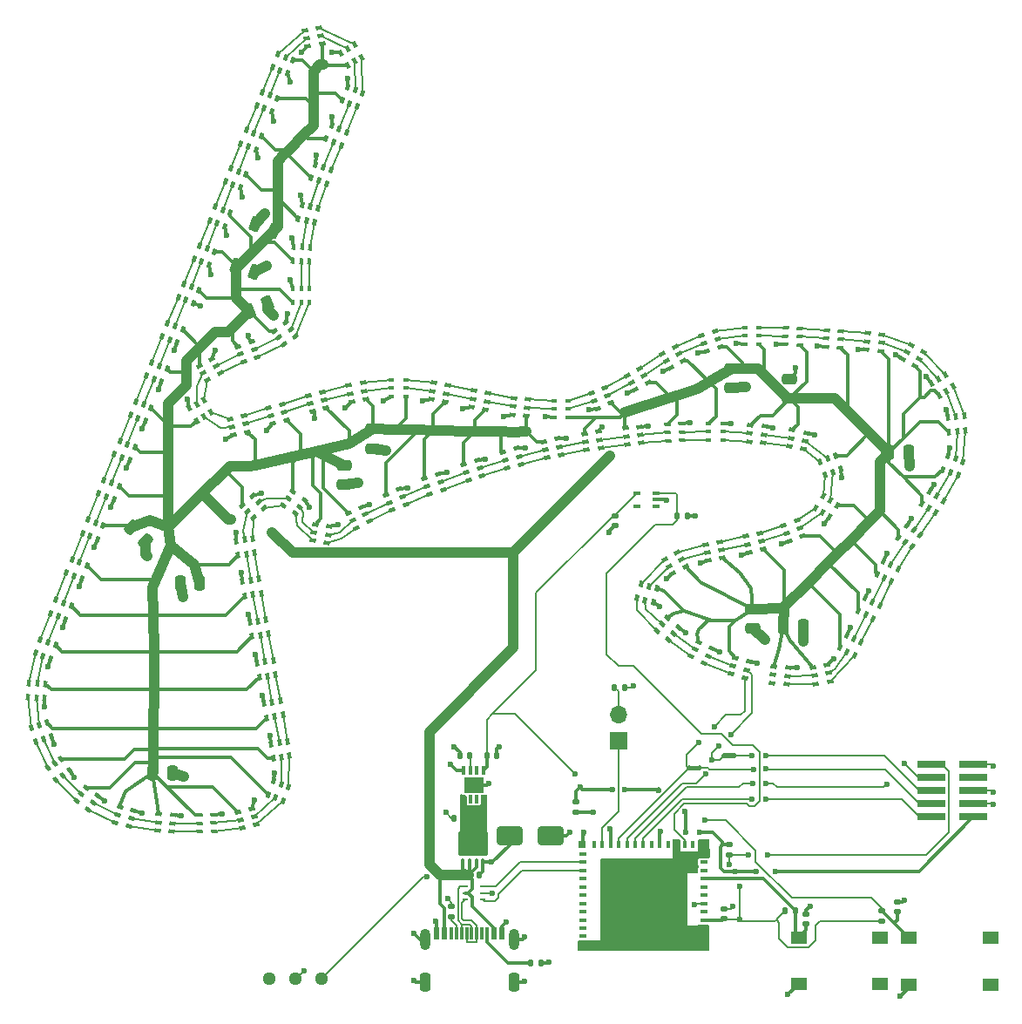
<source format=gbr>
%TF.GenerationSoftware,KiCad,Pcbnew,8.0.1*%
%TF.CreationDate,2024-05-16T13:46:45+01:00*%
%TF.ProjectId,f1-led-circuit,66312d6c-6564-42d6-9369-72637569742e,v1.0*%
%TF.SameCoordinates,Original*%
%TF.FileFunction,Copper,L1,Top*%
%TF.FilePolarity,Positive*%
%FSLAX46Y46*%
G04 Gerber Fmt 4.6, Leading zero omitted, Abs format (unit mm)*
G04 Created by KiCad (PCBNEW 8.0.1) date 2024-05-16 13:46:45*
%MOMM*%
%LPD*%
G01*
G04 APERTURE LIST*
G04 Aperture macros list*
%AMRoundRect*
0 Rectangle with rounded corners*
0 $1 Rounding radius*
0 $2 $3 $4 $5 $6 $7 $8 $9 X,Y pos of 4 corners*
0 Add a 4 corners polygon primitive as box body*
4,1,4,$2,$3,$4,$5,$6,$7,$8,$9,$2,$3,0*
0 Add four circle primitives for the rounded corners*
1,1,$1+$1,$2,$3*
1,1,$1+$1,$4,$5*
1,1,$1+$1,$6,$7*
1,1,$1+$1,$8,$9*
0 Add four rect primitives between the rounded corners*
20,1,$1+$1,$2,$3,$4,$5,0*
20,1,$1+$1,$4,$5,$6,$7,0*
20,1,$1+$1,$6,$7,$8,$9,0*
20,1,$1+$1,$8,$9,$2,$3,0*%
%AMRotRect*
0 Rectangle, with rotation*
0 The origin of the aperture is its center*
0 $1 length*
0 $2 width*
0 $3 Rotation angle, in degrees counterclockwise*
0 Add horizontal line*
21,1,$1,$2,0,0,$3*%
%AMFreePoly0*
4,1,6,0.725000,-0.725000,-0.725000,-0.725000,-0.725000,0.125000,-0.125000,0.725000,0.725000,0.725000,0.725000,-0.725000,0.725000,-0.725000,$1*%
G04 Aperture macros list end*
%TA.AperFunction,EtchedComponent*%
%ADD10C,0.000000*%
%TD*%
%TA.AperFunction,SMDPad,CuDef*%
%ADD11RotRect,0.600000X0.400000X345.000000*%
%TD*%
%TA.AperFunction,SMDPad,CuDef*%
%ADD12R,0.600000X1.150000*%
%TD*%
%TA.AperFunction,SMDPad,CuDef*%
%ADD13R,0.300000X1.150000*%
%TD*%
%TA.AperFunction,ComponentPad*%
%ADD14O,1.000000X2.100000*%
%TD*%
%TA.AperFunction,ComponentPad*%
%ADD15RoundRect,0.250000X-0.250000X-0.650000X0.250000X-0.650000X0.250000X0.650000X-0.250000X0.650000X0*%
%TD*%
%TA.AperFunction,SMDPad,CuDef*%
%ADD16RotRect,0.600000X0.400000X120.000000*%
%TD*%
%TA.AperFunction,SMDPad,CuDef*%
%ADD17R,1.550000X1.300000*%
%TD*%
%TA.AperFunction,SMDPad,CuDef*%
%ADD18RoundRect,0.250000X-0.475000X0.250000X-0.475000X-0.250000X0.475000X-0.250000X0.475000X0.250000X0*%
%TD*%
%TA.AperFunction,SMDPad,CuDef*%
%ADD19RotRect,0.600000X0.400000X200.000000*%
%TD*%
%TA.AperFunction,SMDPad,CuDef*%
%ADD20RotRect,0.600000X0.400000X190.000000*%
%TD*%
%TA.AperFunction,SMDPad,CuDef*%
%ADD21RotRect,0.600000X0.400000X247.000000*%
%TD*%
%TA.AperFunction,SMDPad,CuDef*%
%ADD22RotRect,0.600000X0.400000X248.000000*%
%TD*%
%TA.AperFunction,SMDPad,CuDef*%
%ADD23RotRect,0.600000X0.400000X98.000000*%
%TD*%
%TA.AperFunction,SMDPad,CuDef*%
%ADD24RoundRect,0.250000X-0.250000X-0.475000X0.250000X-0.475000X0.250000X0.475000X-0.250000X0.475000X0*%
%TD*%
%TA.AperFunction,SMDPad,CuDef*%
%ADD25RotRect,0.600000X0.400000X35.000000*%
%TD*%
%TA.AperFunction,SMDPad,CuDef*%
%ADD26R,0.304800X0.812800*%
%TD*%
%TA.AperFunction,SMDPad,CuDef*%
%ADD27R,1.854200X1.600200*%
%TD*%
%TA.AperFunction,SMDPad,CuDef*%
%ADD28RotRect,0.600000X0.400000X198.000000*%
%TD*%
%TA.AperFunction,SMDPad,CuDef*%
%ADD29RoundRect,0.250000X0.397383X0.360849X-0.072464X0.531859X-0.397383X-0.360849X0.072464X-0.531859X0*%
%TD*%
%TA.AperFunction,SMDPad,CuDef*%
%ADD30R,0.600000X0.400000*%
%TD*%
%TA.AperFunction,SMDPad,CuDef*%
%ADD31RoundRect,0.140000X-0.170000X0.140000X-0.170000X-0.140000X0.170000X-0.140000X0.170000X0.140000X0*%
%TD*%
%TA.AperFunction,ComponentPad*%
%ADD32R,1.700000X1.700000*%
%TD*%
%TA.AperFunction,ComponentPad*%
%ADD33O,1.700000X1.700000*%
%TD*%
%TA.AperFunction,SMDPad,CuDef*%
%ADD34RotRect,0.600000X0.400000X55.000000*%
%TD*%
%TA.AperFunction,SMDPad,CuDef*%
%ADD35RoundRect,0.140000X-0.140000X-0.170000X0.140000X-0.170000X0.140000X0.170000X-0.140000X0.170000X0*%
%TD*%
%TA.AperFunction,SMDPad,CuDef*%
%ADD36RotRect,0.600000X0.400000X87.000000*%
%TD*%
%TA.AperFunction,SMDPad,CuDef*%
%ADD37RotRect,0.600000X0.400000X355.000000*%
%TD*%
%TA.AperFunction,SMDPad,CuDef*%
%ADD38RoundRect,0.250000X-1.000000X-0.650000X1.000000X-0.650000X1.000000X0.650000X-1.000000X0.650000X0*%
%TD*%
%TA.AperFunction,SMDPad,CuDef*%
%ADD39RotRect,0.600000X0.400000X6.000000*%
%TD*%
%TA.AperFunction,SMDPad,CuDef*%
%ADD40RotRect,0.600000X0.400000X170.000000*%
%TD*%
%TA.AperFunction,SMDPad,CuDef*%
%ADD41RotRect,0.600000X0.400000X319.000000*%
%TD*%
%TA.AperFunction,SMDPad,CuDef*%
%ADD42RotRect,0.600000X0.400000X67.000000*%
%TD*%
%TA.AperFunction,SMDPad,CuDef*%
%ADD43RoundRect,0.140000X0.170000X-0.140000X0.170000X0.140000X-0.170000X0.140000X-0.170000X-0.140000X0*%
%TD*%
%TA.AperFunction,SMDPad,CuDef*%
%ADD44RoundRect,0.250000X-0.512652X-0.159099X-0.159099X-0.512652X0.512652X0.159099X0.159099X0.512652X0*%
%TD*%
%TA.AperFunction,SMDPad,CuDef*%
%ADD45RoundRect,0.140000X0.140000X0.170000X-0.140000X0.170000X-0.140000X-0.170000X0.140000X-0.170000X0*%
%TD*%
%TA.AperFunction,SMDPad,CuDef*%
%ADD46R,0.800000X0.400000*%
%TD*%
%TA.AperFunction,SMDPad,CuDef*%
%ADD47R,0.400000X0.800000*%
%TD*%
%TA.AperFunction,SMDPad,CuDef*%
%ADD48FreePoly0,180.000000*%
%TD*%
%TA.AperFunction,SMDPad,CuDef*%
%ADD49R,1.450000X1.450000*%
%TD*%
%TA.AperFunction,SMDPad,CuDef*%
%ADD50R,0.700000X0.700000*%
%TD*%
%TA.AperFunction,SMDPad,CuDef*%
%ADD51RotRect,0.600000X0.400000X250.000000*%
%TD*%
%TA.AperFunction,SMDPad,CuDef*%
%ADD52RotRect,0.600000X0.400000X100.000000*%
%TD*%
%TA.AperFunction,SMDPad,CuDef*%
%ADD53RotRect,0.600000X0.400000X99.000000*%
%TD*%
%TA.AperFunction,SMDPad,CuDef*%
%ADD54RotRect,0.600000X0.400000X175.000000*%
%TD*%
%TA.AperFunction,SMDPad,CuDef*%
%ADD55RoundRect,0.100000X0.100000X-0.200000X0.100000X0.200000X-0.100000X0.200000X-0.100000X-0.200000X0*%
%TD*%
%TA.AperFunction,SMDPad,CuDef*%
%ADD56RoundRect,0.100000X1.300000X-1.075000X1.300000X1.075000X-1.300000X1.075000X-1.300000X-1.075000X0*%
%TD*%
%TA.AperFunction,SMDPad,CuDef*%
%ADD57RotRect,0.600000X0.400000X192.000000*%
%TD*%
%TA.AperFunction,SMDPad,CuDef*%
%ADD58RoundRect,0.135000X-0.135000X-0.185000X0.135000X-0.185000X0.135000X0.185000X-0.135000X0.185000X0*%
%TD*%
%TA.AperFunction,SMDPad,CuDef*%
%ADD59RotRect,0.600000X0.400000X349.000000*%
%TD*%
%TA.AperFunction,SMDPad,CuDef*%
%ADD60RotRect,0.600000X0.400000X70.000000*%
%TD*%
%TA.AperFunction,SMDPad,CuDef*%
%ADD61RotRect,0.600000X0.400000X27.000000*%
%TD*%
%TA.AperFunction,SMDPad,CuDef*%
%ADD62RotRect,0.600000X0.400000X324.000000*%
%TD*%
%TA.AperFunction,SMDPad,CuDef*%
%ADD63RotRect,0.600000X0.400000X193.000000*%
%TD*%
%TA.AperFunction,SMDPad,CuDef*%
%ADD64RotRect,0.600000X0.400000X237.000000*%
%TD*%
%TA.AperFunction,SMDPad,CuDef*%
%ADD65RotRect,0.600000X0.400000X149.000000*%
%TD*%
%TA.AperFunction,SMDPad,CuDef*%
%ADD66RotRect,0.600000X0.400000X266.000000*%
%TD*%
%TA.AperFunction,SMDPad,CuDef*%
%ADD67RoundRect,0.135000X0.185000X-0.135000X0.185000X0.135000X-0.185000X0.135000X-0.185000X-0.135000X0*%
%TD*%
%TA.AperFunction,SMDPad,CuDef*%
%ADD68RotRect,0.600000X0.400000X325.000000*%
%TD*%
%TA.AperFunction,SMDPad,CuDef*%
%ADD69RotRect,0.600000X0.400000X42.000000*%
%TD*%
%TA.AperFunction,SMDPad,CuDef*%
%ADD70RotRect,0.600000X0.400000X356.000000*%
%TD*%
%TA.AperFunction,SMDPad,CuDef*%
%ADD71RoundRect,0.250000X0.250000X0.475000X-0.250000X0.475000X-0.250000X-0.475000X0.250000X-0.475000X0*%
%TD*%
%TA.AperFunction,SMDPad,CuDef*%
%ADD72RoundRect,0.135000X0.135000X0.185000X-0.135000X0.185000X-0.135000X-0.185000X0.135000X-0.185000X0*%
%TD*%
%TA.AperFunction,SMDPad,CuDef*%
%ADD73RotRect,0.600000X0.400000X197.000000*%
%TD*%
%TA.AperFunction,SMDPad,CuDef*%
%ADD74RotRect,0.600000X0.400000X177.000000*%
%TD*%
%TA.AperFunction,SMDPad,CuDef*%
%ADD75RotRect,0.600000X0.400000X210.000000*%
%TD*%
%TA.AperFunction,SMDPad,CuDef*%
%ADD76RotRect,0.600000X0.400000X19.000000*%
%TD*%
%TA.AperFunction,SMDPad,CuDef*%
%ADD77RotRect,0.600000X0.400000X286.000000*%
%TD*%
%TA.AperFunction,SMDPad,CuDef*%
%ADD78RoundRect,0.135000X-0.185000X0.135000X-0.185000X-0.135000X0.185000X-0.135000X0.185000X0.135000X0*%
%TD*%
%TA.AperFunction,SMDPad,CuDef*%
%ADD79RotRect,0.600000X0.400000X23.000000*%
%TD*%
%TA.AperFunction,SMDPad,CuDef*%
%ADD80R,0.604799X0.229400*%
%TD*%
%TA.AperFunction,SMDPad,CuDef*%
%ADD81RotRect,0.600000X0.400000X63.000000*%
%TD*%
%TA.AperFunction,SMDPad,CuDef*%
%ADD82RotRect,0.600000X0.400000X8.000000*%
%TD*%
%TA.AperFunction,SMDPad,CuDef*%
%ADD83RoundRect,0.250000X-0.044529X-0.534923X0.415723X-0.339557X0.044529X0.534923X-0.415723X0.339557X0*%
%TD*%
%TA.AperFunction,SMDPad,CuDef*%
%ADD84RotRect,0.600000X0.400000X202.000000*%
%TD*%
%TA.AperFunction,SMDPad,CuDef*%
%ADD85R,0.400000X0.600000*%
%TD*%
%TA.AperFunction,SMDPad,CuDef*%
%ADD86RotRect,0.600000X0.400000X123.000000*%
%TD*%
%TA.AperFunction,SMDPad,CuDef*%
%ADD87RotRect,0.600000X0.400000X350.000000*%
%TD*%
%TA.AperFunction,SMDPad,CuDef*%
%ADD88RotRect,0.600000X0.400000X95.000000*%
%TD*%
%TA.AperFunction,SMDPad,CuDef*%
%ADD89RotRect,0.600000X0.400000X75.000000*%
%TD*%
%TA.AperFunction,SMDPad,CuDef*%
%ADD90RotRect,0.600000X0.400000X354.000000*%
%TD*%
%TA.AperFunction,ComponentPad*%
%ADD91C,1.295400*%
%TD*%
%TA.AperFunction,SMDPad,CuDef*%
%ADD92RotRect,0.600000X0.400000X68.000000*%
%TD*%
%TA.AperFunction,SMDPad,CuDef*%
%ADD93RotRect,0.600000X0.400000X2.000000*%
%TD*%
%TA.AperFunction,SMDPad,CuDef*%
%ADD94RotRect,0.600000X0.400000X30.000000*%
%TD*%
%TA.AperFunction,SMDPad,CuDef*%
%ADD95RoundRect,0.100000X0.225000X0.100000X-0.225000X0.100000X-0.225000X-0.100000X0.225000X-0.100000X0*%
%TD*%
%TA.AperFunction,SMDPad,CuDef*%
%ADD96RotRect,0.600000X0.400000X178.000000*%
%TD*%
%TA.AperFunction,SMDPad,CuDef*%
%ADD97RotRect,0.600000X0.400000X18.000000*%
%TD*%
%TA.AperFunction,SMDPad,CuDef*%
%ADD98RotRect,0.600000X0.400000X292.000000*%
%TD*%
%TA.AperFunction,SMDPad,CuDef*%
%ADD99RotRect,0.600000X0.400000X57.000000*%
%TD*%
%TA.AperFunction,SMDPad,CuDef*%
%ADD100C,0.500000*%
%TD*%
%TA.AperFunction,SMDPad,CuDef*%
%ADD101RoundRect,0.250000X0.475000X-0.250000X0.475000X0.250000X-0.475000X0.250000X-0.475000X-0.250000X0*%
%TD*%
%TA.AperFunction,SMDPad,CuDef*%
%ADD102RoundRect,0.250000X-0.397383X-0.360849X0.072464X-0.531859X0.397383X0.360849X-0.072464X0.531859X0*%
%TD*%
%TA.AperFunction,SMDPad,CuDef*%
%ADD103RotRect,0.600000X0.400000X10.000000*%
%TD*%
%TA.AperFunction,SMDPad,CuDef*%
%ADD104RotRect,0.600000X0.400000X20.000000*%
%TD*%
%TA.AperFunction,SMDPad,CuDef*%
%ADD105RotRect,0.600000X0.400000X195.000000*%
%TD*%
%TA.AperFunction,SMDPad,CuDef*%
%ADD106R,2.790000X0.740000*%
%TD*%
%TA.AperFunction,SMDPad,CuDef*%
%ADD107RotRect,0.600000X0.400000X3.000000*%
%TD*%
%TA.AperFunction,SMDPad,CuDef*%
%ADD108RotRect,0.600000X0.400000X12.000000*%
%TD*%
%TA.AperFunction,SMDPad,CuDef*%
%ADD109RotRect,0.600000X0.400000X211.000000*%
%TD*%
%TA.AperFunction,SMDPad,CuDef*%
%ADD110RotRect,0.600000X0.400000X16.000000*%
%TD*%
%TA.AperFunction,SMDPad,CuDef*%
%ADD111RotRect,0.600000X0.400000X344.000000*%
%TD*%
%TA.AperFunction,SMDPad,CuDef*%
%ADD112RotRect,0.600000X0.400000X332.000000*%
%TD*%
%TA.AperFunction,SMDPad,CuDef*%
%ADD113RotRect,0.600000X0.400000X255.000000*%
%TD*%
%TA.AperFunction,SMDPad,CuDef*%
%ADD114RotRect,0.600000X0.400000X305.000000*%
%TD*%
%TA.AperFunction,SMDPad,CuDef*%
%ADD115RotRect,0.600000X0.400000X15.000000*%
%TD*%
%TA.AperFunction,ViaPad*%
%ADD116C,0.600000*%
%TD*%
%TA.AperFunction,Conductor*%
%ADD117C,0.300000*%
%TD*%
%TA.AperFunction,Conductor*%
%ADD118C,0.200000*%
%TD*%
%TA.AperFunction,Conductor*%
%ADD119C,1.000000*%
%TD*%
G04 APERTURE END LIST*
D10*
%TA.AperFunction,EtchedComponent*%
%TO.C,NT2*%
G36*
X170690000Y-126490000D02*
G01*
X169690000Y-126490000D01*
X169690000Y-125990000D01*
X170690000Y-125990000D01*
X170690000Y-126490000D01*
G37*
%TD.AperFunction*%
%TA.AperFunction,EtchedComponent*%
%TO.C,NT1*%
G36*
X174080000Y-125280000D02*
G01*
X173080000Y-125280000D01*
X173080000Y-124780000D01*
X174080000Y-124780000D01*
X174080000Y-125280000D01*
G37*
%TD.AperFunction*%
%TD*%
D11*
%TO.P,U1,1,VDD*%
%TO.N,+5V*%
X174155907Y-115546086D03*
%TO.P,U1,2,DCKO*%
%TO.N,Net-(U1-DCKO)*%
X173948852Y-116318827D03*
%TO.P,U1,3,DOUT*%
%TO.N,Net-(U1-DOUT)*%
X173741797Y-117091567D03*
%TO.P,U1,4,GND*%
%TO.N,GND*%
X175508203Y-115908433D03*
%TO.P,U1,5,DCKI*%
%TO.N,/FSPICLK*%
X175301148Y-116681173D03*
%TO.P,U1,6,DIN*%
%TO.N,/FSPID*%
X175094093Y-117453914D03*
%TD*%
D12*
%TO.P,J1,A1,GND*%
%TO.N,GND*%
X145122500Y-142282500D03*
%TO.P,J1,A4,VBUS*%
%TO.N,+5V*%
X145922500Y-142282500D03*
D13*
%TO.P,J1,A5,CC1*%
%TO.N,Net-(J1-CC1)*%
X147072500Y-142282500D03*
%TO.P,J1,A6,D+*%
%TO.N,/D_P*%
X148072500Y-142282500D03*
%TO.P,J1,A7,D-*%
%TO.N,/D_N*%
X148572500Y-142282500D03*
%TO.P,J1,A8*%
%TO.N,unconnected-(J1-PadA8)*%
X149572500Y-142282500D03*
%TO.P,J1,B5,CC2*%
%TO.N,Net-(J1-CC2)*%
X150072500Y-142282500D03*
%TO.P,J1,B6,D+*%
%TO.N,/D_P*%
X149072500Y-142282500D03*
%TO.P,J1,B7,D-*%
%TO.N,/D_N*%
X147572500Y-142282500D03*
%TO.P,J1,B8*%
%TO.N,unconnected-(J1-PadB8)*%
X146572500Y-142282500D03*
D12*
%TO.P,J1,B9,VBUS*%
%TO.N,+5V*%
X150722500Y-142282500D03*
%TO.P,J1,B12,GND*%
%TO.N,GND*%
X151522500Y-142282500D03*
D14*
%TO.P,J1,SH1,SHIELD*%
X144002500Y-142857500D03*
%TO.P,J1,SH2,SHIELD*%
X152642500Y-142857500D03*
D15*
%TO.P,J1,SH3,SHIELD*%
X144002500Y-147037500D03*
%TO.P,J1,SH4,SHIELD*%
X152642500Y-147037500D03*
%TD*%
D16*
%TO.P,U68,1,VDD*%
%TO.N,+5V*%
X121832179Y-92481217D03*
%TO.P,U68,2,DCKO*%
%TO.N,Net-(U68-DCKO)*%
X122525000Y-92081218D03*
%TO.P,U68,3,DOUT*%
%TO.N,Net-(U68-DOUT)*%
X123217821Y-91681217D03*
%TO.P,U68,4,GND*%
%TO.N,GND*%
X121132179Y-91268783D03*
%TO.P,U68,5,DCKI*%
%TO.N,Net-(U67-DCKO)*%
X121825000Y-90868782D03*
%TO.P,U68,6,DIN*%
%TO.N,Net-(U67-DOUT)*%
X122517821Y-90468783D03*
%TD*%
D17*
%TO.P,SW1,1,A*%
%TO.N,/BOOT*%
X180325000Y-142675000D03*
%TO.P,SW1,2,B*%
%TO.N,GND*%
X180325000Y-147175000D03*
%TO.P,SW1,3*%
%TO.N,N/C*%
X188275000Y-142675000D03*
%TO.P,SW1,4*%
X188275000Y-147175000D03*
%TD*%
D18*
%TO.P,C24,1*%
%TO.N,+5V*%
X173850000Y-87400000D03*
%TO.P,C24,2*%
%TO.N,GND*%
X173850000Y-89300000D03*
%TD*%
D19*
%TO.P,U8,1,VDD*%
%TO.N,+5V*%
X180731400Y-103687340D03*
%TO.P,U8,2,DCKO*%
%TO.N,Net-(U8-DCKO)*%
X180457784Y-102935585D03*
%TO.P,U8,3,DOUT*%
%TO.N,Net-(U8-DOUT)*%
X180184169Y-102183832D03*
%TO.P,U8,4,GND*%
%TO.N,GND*%
X179415831Y-104166168D03*
%TO.P,U8,5,DCKI*%
%TO.N,Net-(U7-DCKO)*%
X179142216Y-103414415D03*
%TO.P,U8,6,DIN*%
%TO.N,Net-(U7-DOUT)*%
X178868600Y-102662660D03*
%TD*%
D20*
%TO.P,U72,1,VDD*%
%TO.N,+5V*%
X138278284Y-90391292D03*
%TO.P,U72,2,DCKO*%
%TO.N,Net-(U72-DCKO)*%
X138139365Y-89603447D03*
%TO.P,U72,3,DOUT*%
%TO.N,Net-(U72-DOUT)*%
X138000447Y-88815600D03*
%TO.P,U72,4,GND*%
%TO.N,GND*%
X136899553Y-90634400D03*
%TO.P,U72,5,DCKI*%
%TO.N,Net-(U71-DCKO)*%
X136760635Y-89846553D03*
%TO.P,U72,6,DIN*%
%TO.N,Net-(U71-DOUT)*%
X136621716Y-89058708D03*
%TD*%
D21*
%TO.P,U55,1,VDD*%
%TO.N,+5V*%
X129684916Y-61168231D03*
%TO.P,U55,2,DCKO*%
%TO.N,/LED_CHAIN2/CLOCK_CHAIN_2_TO_3*%
X128948512Y-60855646D03*
%TO.P,U55,3,DOUT*%
%TO.N,/LED_CHAIN2/DATA_CHAIN_2_TO_3*%
X128212109Y-60543061D03*
%TO.P,U55,4,GND*%
%TO.N,GND*%
X129137891Y-62456939D03*
%TO.P,U55,5,DCKI*%
%TO.N,Net-(U54-DCKO)*%
X128401488Y-62144354D03*
%TO.P,U55,6,DIN*%
%TO.N,Net-(U54-DOUT)*%
X127665084Y-61831769D03*
%TD*%
D22*
%TO.P,U45,1,VDD*%
%TO.N,+5V*%
X114303972Y-98850657D03*
%TO.P,U45,2,DCKO*%
%TO.N,Net-(U45-DCKO)*%
X113562225Y-98550971D03*
%TO.P,U45,3,DOUT*%
%TO.N,Net-(U45-DOUT)*%
X112820478Y-98251286D03*
%TO.P,U45,4,GND*%
%TO.N,GND*%
X113779522Y-100148714D03*
%TO.P,U45,5,DCKI*%
%TO.N,Net-(U44-DCKO)*%
X113037775Y-99849029D03*
%TO.P,U45,6,DIN*%
%TO.N,Net-(U44-DOUT)*%
X112296028Y-99549343D03*
%TD*%
D23*
%TO.P,U26,1,VDD*%
%TO.N,+5V*%
X125880207Y-105529526D03*
%TO.P,U26,2,DCKO*%
%TO.N,Net-(U26-DCKO)*%
X126672421Y-105418188D03*
%TO.P,U26,3,DOUT*%
%TO.N,Net-(U26-DOUT)*%
X127464636Y-105306849D03*
%TO.P,U26,4,GND*%
%TO.N,GND*%
X125685364Y-104143151D03*
%TO.P,U26,5,DCKI*%
%TO.N,/LED_CHAIN1/CLOCK_CHAIN_2_TO_3*%
X126477579Y-104031812D03*
%TO.P,U26,6,DIN*%
%TO.N,/LED_CHAIN1/DATA_CHAIN_2_TO_3*%
X127269793Y-103920474D03*
%TD*%
D24*
%TO.P,C26,1*%
%TO.N,+5V*%
X189125000Y-95575000D03*
%TO.P,C26,2*%
%TO.N,GND*%
X191025000Y-95575000D03*
%TD*%
D25*
%TO.P,U65,1,VDD*%
%TO.N,+5V*%
X129367732Y-83746182D03*
%TO.P,U65,2,DCKO*%
%TO.N,Net-(U65-DCKO)*%
X129826594Y-84401504D03*
%TO.P,U65,3,DOUT*%
%TO.N,Net-(U65-DOUT)*%
X130285455Y-85056825D03*
%TO.P,U65,4,GND*%
%TO.N,GND*%
X130514545Y-82943175D03*
%TO.P,U65,5,DCKI*%
%TO.N,/LED_CHAIN2/CLOCK_CHAIN_3_TO_4*%
X130973406Y-83598496D03*
%TO.P,U65,6,DIN*%
%TO.N,/LED_CHAIN2/DATA_CHAIN_3_TO_4*%
X131432268Y-84253818D03*
%TD*%
D26*
%TO.P,U202,1,OUT*%
%TO.N,+3.3V*%
X149724979Y-126427600D03*
%TO.P,U202,2,NC*%
%TO.N,unconnected-(U202-NC-Pad2)*%
X149074993Y-126427600D03*
%TO.P,U202,3,NR*%
%TO.N,Net-(U202-NR)*%
X148425007Y-126427600D03*
%TO.P,U202,4,GND*%
%TO.N,GND*%
X147775021Y-126427600D03*
%TO.P,U202,5,EN*%
%TO.N,/LDO*%
X147775021Y-129272400D03*
%TO.P,U202,6,NC*%
%TO.N,unconnected-(U202-NC-Pad6)*%
X148425007Y-129272400D03*
%TO.P,U202,7,NC*%
%TO.N,unconnected-(U202-NC-Pad7)*%
X149074993Y-129272400D03*
%TO.P,U202,8,IN*%
%TO.N,/LDO*%
X149724979Y-129272400D03*
D27*
%TO.P,U202,9,GND*%
%TO.N,GND*%
X148750000Y-127850000D03*
%TD*%
D22*
%TO.P,U46,1,VDD*%
%TO.N,+5V*%
X115853972Y-95050657D03*
%TO.P,U46,2,DCKO*%
%TO.N,/LED_CHAIN2/CLOCK_CHAIN_1_TO_2*%
X115112225Y-94750971D03*
%TO.P,U46,3,DOUT*%
%TO.N,/LED_CHAIN2/DATA_CHAIN_1_TO_2*%
X114370478Y-94451286D03*
%TO.P,U46,4,GND*%
%TO.N,GND*%
X115329522Y-96348714D03*
%TO.P,U46,5,DCKI*%
%TO.N,Net-(U45-DCKO)*%
X114587775Y-96049029D03*
%TO.P,U46,6,DIN*%
%TO.N,Net-(U45-DOUT)*%
X113846028Y-95749343D03*
%TD*%
D28*
%TO.P,U81,1,VDD*%
%TO.N,+5V*%
X172712953Y-85319534D03*
%TO.P,U81,2,DCKO*%
%TO.N,Net-(U81-DCKO)*%
X172465740Y-84558689D03*
%TO.P,U81,3,DOUT*%
%TO.N,Net-(U81-DOUT)*%
X172218526Y-83797844D03*
%TO.P,U81,4,GND*%
%TO.N,GND*%
X171381474Y-85752156D03*
%TO.P,U81,5,DCKI*%
%TO.N,Net-(U80-DCKO)*%
X171134260Y-84991311D03*
%TO.P,U81,6,DIN*%
%TO.N,Net-(U80-DOUT)*%
X170887047Y-84230466D03*
%TD*%
D29*
%TO.P,C22,1*%
%TO.N,+5V*%
X129292708Y-74024919D03*
%TO.P,C22,2*%
%TO.N,GND*%
X127507292Y-73375081D03*
%TD*%
D30*
%TO.P,U73,1,VDD*%
%TO.N,+5V*%
X142150000Y-90125000D03*
%TO.P,U73,2,DCKO*%
%TO.N,Net-(U73-DCKO)*%
X142150000Y-89325000D03*
%TO.P,U73,3,DOUT*%
%TO.N,Net-(U73-DOUT)*%
X142150000Y-88525000D03*
%TO.P,U73,4,GND*%
%TO.N,GND*%
X140750000Y-90125000D03*
%TO.P,U73,5,DCKI*%
%TO.N,Net-(U72-DCKO)*%
X140750000Y-89325000D03*
%TO.P,U73,6,DIN*%
%TO.N,Net-(U72-DOUT)*%
X140750000Y-88525000D03*
%TD*%
D24*
%TO.P,C15,1*%
%TO.N,+5V*%
X117575000Y-126675000D03*
%TO.P,C15,2*%
%TO.N,GND*%
X119475000Y-126675000D03*
%TD*%
D22*
%TO.P,U42,1,VDD*%
%TO.N,+5V*%
X109628971Y-110475656D03*
%TO.P,U42,2,DCKO*%
%TO.N,Net-(U42-DCKO)*%
X108887225Y-110175973D03*
%TO.P,U42,3,DOUT*%
%TO.N,Net-(U42-DOUT)*%
X108145477Y-109876286D03*
%TO.P,U42,4,GND*%
%TO.N,GND*%
X109104523Y-111773714D03*
%TO.P,U42,5,DCKI*%
%TO.N,Net-(U41-DCKO)*%
X108362775Y-111474027D03*
%TO.P,U42,6,DIN*%
%TO.N,Net-(U41-DOUT)*%
X107621029Y-111174344D03*
%TD*%
D31*
%TO.P,C3,1*%
%TO.N,GND*%
X189910000Y-139240000D03*
%TO.P,C3,2*%
%TO.N,/START{slash}STOP*%
X189910000Y-140200000D03*
%TD*%
D32*
%TO.P,JP1,1,A*%
%TO.N,Net-(JP1-A)*%
X162825000Y-123575000D03*
D33*
%TO.P,JP1,2,B*%
%TO.N,Net-(JP1-B)*%
X162825000Y-121035000D03*
%TD*%
D34*
%TO.P,U91,1,VDD*%
%TO.N,+5V*%
X190043175Y-103814547D03*
%TO.P,U91,2,DCKO*%
%TO.N,Net-(U91-DCKO)*%
X190698497Y-104273406D03*
%TO.P,U91,3,DOUT*%
%TO.N,Net-(U91-DOUT)*%
X191353818Y-104732268D03*
%TO.P,U91,4,GND*%
%TO.N,GND*%
X190846182Y-102667732D03*
%TO.P,U91,5,DCKI*%
%TO.N,Net-(U90-DCKO)*%
X191501503Y-103126594D03*
%TO.P,U91,6,DIN*%
%TO.N,Net-(U90-DOUT)*%
X192156825Y-103585453D03*
%TD*%
D35*
%TO.P,C7,1*%
%TO.N,+3.3V*%
X150020000Y-125000000D03*
%TO.P,C7,2*%
%TO.N,GND*%
X150980000Y-125000000D03*
%TD*%
D36*
%TO.P,U63,1,VDD*%
%TO.N,+5V*%
X131214461Y-76957172D03*
%TO.P,U63,2,DCKO*%
%TO.N,Net-(U63-DCKO)*%
X132013364Y-76999040D03*
%TO.P,U63,3,DOUT*%
%TO.N,Net-(U63-DOUT)*%
X132812268Y-77040909D03*
%TO.P,U63,4,GND*%
%TO.N,GND*%
X131287732Y-75559091D03*
%TO.P,U63,5,DCKI*%
%TO.N,Net-(U62-DCKO)*%
X132086636Y-75600960D03*
%TO.P,U63,6,DIN*%
%TO.N,Net-(U62-DOUT)*%
X132885539Y-75642828D03*
%TD*%
D37*
%TO.P,U12,1,VDD*%
%TO.N,+5V*%
X175647388Y-92917035D03*
%TO.P,U12,2,DCKO*%
%TO.N,Net-(U12-DCKO)*%
X175577664Y-93713991D03*
%TO.P,U12,3,DOUT*%
%TO.N,Net-(U12-DOUT)*%
X175507939Y-94510947D03*
%TO.P,U12,4,GND*%
%TO.N,GND*%
X177042061Y-93039053D03*
%TO.P,U12,5,DCKI*%
%TO.N,Net-(U11-DCKO)*%
X176972336Y-93836009D03*
%TO.P,U12,6,DIN*%
%TO.N,Net-(U11-DOUT)*%
X176902612Y-94632965D03*
%TD*%
D38*
%TO.P,D1,1,A1*%
%TO.N,Net-(D1-A1)*%
X152250000Y-132825000D03*
%TO.P,D1,2,A2*%
%TO.N,GND*%
X156250000Y-132825000D03*
%TD*%
D39*
%TO.P,U15,1,VDD*%
%TO.N,+5V*%
X163495211Y-93202554D03*
%TO.P,U15,2,DCKO*%
%TO.N,Net-(U15-DCKO)*%
X163578835Y-93998170D03*
%TO.P,U15,3,DOUT*%
%TO.N,Net-(U15-DOUT)*%
X163662458Y-94793787D03*
%TO.P,U15,4,GND*%
%TO.N,GND*%
X164887542Y-93056213D03*
%TO.P,U15,5,DCKI*%
%TO.N,Net-(U14-DCKO)*%
X164971165Y-93851830D03*
%TO.P,U15,6,DIN*%
%TO.N,Net-(U14-DOUT)*%
X165054789Y-94647446D03*
%TD*%
D40*
%TO.P,U75,1,VDD*%
%TO.N,+5V*%
X149900447Y-91384400D03*
%TO.P,U75,2,DCKO*%
%TO.N,Net-(U75-DCKO)*%
X150039365Y-90596554D03*
%TO.P,U75,3,DOUT*%
%TO.N,Net-(U75-DOUT)*%
X150178284Y-89808708D03*
%TO.P,U75,4,GND*%
%TO.N,GND*%
X148521716Y-91141292D03*
%TO.P,U75,5,DCKI*%
%TO.N,Net-(U74-DCKO)*%
X148660635Y-90353446D03*
%TO.P,U75,6,DIN*%
%TO.N,Net-(U74-DOUT)*%
X148799553Y-89565600D03*
%TD*%
D41*
%TO.P,U3,1,VDD*%
%TO.N,+5V*%
X167621551Y-111661991D03*
%TO.P,U3,2,DCKO*%
%TO.N,Net-(U3-DCKO)*%
X167096703Y-112265758D03*
%TO.P,U3,3,DOUT*%
%TO.N,Net-(U3-DOUT)*%
X166571857Y-112869527D03*
%TO.P,U3,4,GND*%
%TO.N,GND*%
X168678143Y-112580473D03*
%TO.P,U3,5,DCKI*%
%TO.N,Net-(U2-DCKO)*%
X168153297Y-113184242D03*
%TO.P,U3,6,DIN*%
%TO.N,Net-(U2-DOUT)*%
X167628449Y-113788009D03*
%TD*%
D42*
%TO.P,U60,1,VDD*%
%TO.N,+5V*%
X134415084Y-65106768D03*
%TO.P,U60,2,DCKO*%
%TO.N,Net-(U60-DCKO)*%
X135151488Y-65419354D03*
%TO.P,U60,3,DOUT*%
%TO.N,Net-(U60-DOUT)*%
X135887892Y-65731938D03*
%TO.P,U60,4,GND*%
%TO.N,GND*%
X134962108Y-63818062D03*
%TO.P,U60,5,DCKI*%
%TO.N,Net-(U59-DCKO)*%
X135698512Y-64130646D03*
%TO.P,U60,6,DIN*%
%TO.N,Net-(U59-DOUT)*%
X136434916Y-64443232D03*
%TD*%
D43*
%TO.P,C9,1*%
%TO.N,+3.3V*%
X173075000Y-140855000D03*
%TO.P,C9,2*%
%TO.N,GND*%
X173075000Y-139895000D03*
%TD*%
D44*
%TO.P,C21,1*%
%TO.N,+5V*%
X115528249Y-102853249D03*
%TO.P,C21,2*%
%TO.N,GND*%
X116871751Y-104196751D03*
%TD*%
D22*
%TO.P,U51,1,VDD*%
%TO.N,+5V*%
X123578972Y-76050657D03*
%TO.P,U51,2,DCKO*%
%TO.N,Net-(U51-DCKO)*%
X122837225Y-75750973D03*
%TO.P,U51,3,DOUT*%
%TO.N,Net-(U51-DOUT)*%
X122095477Y-75451286D03*
%TO.P,U51,4,GND*%
%TO.N,GND*%
X123054523Y-77348714D03*
%TO.P,U51,5,DCKI*%
%TO.N,Net-(U50-DCKO)*%
X122312775Y-77049027D03*
%TO.P,U51,6,DIN*%
%TO.N,Net-(U50-DOUT)*%
X121571028Y-76749343D03*
%TD*%
D45*
%TO.P,C4,1*%
%TO.N,/LDO*%
X147780000Y-131100000D03*
%TO.P,C4,2*%
%TO.N,GND*%
X146820000Y-131100000D03*
%TD*%
D46*
%TO.P,U200,1,GND*%
%TO.N,GND*%
X171150000Y-142575000D03*
%TO.P,U200,2,GND*%
X171150000Y-141775000D03*
%TO.P,U200,3,3V3*%
%TO.N,+3.3V*%
X171150000Y-140975000D03*
%TO.P,U200,4,NC*%
%TO.N,unconnected-(U200-NC-Pad4)*%
X171150000Y-140175000D03*
%TO.P,U200,5,GPIO2/ADC1_CH2*%
%TO.N,Net-(J2-~{RESET})*%
X171150000Y-139375000D03*
%TO.P,U200,6,GPIO3/ADC1_CH3*%
%TO.N,unconnected-(U200-GPIO3{slash}ADC1_CH3-Pad6)*%
X171150000Y-138575000D03*
%TO.P,U200,7,NC*%
%TO.N,unconnected-(U200-NC-Pad7)*%
X171150000Y-137775000D03*
%TO.P,U200,8,EN/CHIP_PU*%
%TO.N,/BOOT*%
X171150000Y-136975000D03*
%TO.P,U200,9,NC*%
%TO.N,unconnected-(U200-NC-Pad9)*%
X171150000Y-136175000D03*
%TO.P,U200,10,NC*%
%TO.N,unconnected-(U200-NC-Pad10)*%
X171150000Y-135375000D03*
%TO.P,U200,11,GND*%
%TO.N,GND*%
X171150000Y-134575000D03*
D47*
%TO.P,U200,12,GPIO0/ADC1_CH0/XTAL_32K_P*%
%TO.N,unconnected-(U200-GPIO0{slash}ADC1_CH0{slash}XTAL_32K_P-Pad12)*%
X170050000Y-133675000D03*
%TO.P,U200,13,GPIO1/ADC1_CH1/XTAL_32K_N*%
%TO.N,/ADC1_CH1*%
X169250000Y-133675000D03*
%TO.P,U200,14,GND*%
%TO.N,GND*%
X168450000Y-133675000D03*
%TO.P,U200,15,NC*%
%TO.N,unconnected-(U200-NC-Pad15)*%
X167650000Y-133675000D03*
%TO.P,U200,16,GPIO10*%
%TO.N,/START{slash}STOP*%
X166850000Y-133675000D03*
%TO.P,U200,17,NC*%
%TO.N,unconnected-(U200-NC-Pad17)*%
X166050000Y-133675000D03*
%TO.P,U200,18,GPIO4/ADC1_CH4*%
%TO.N,/MTMS*%
X165250000Y-133675000D03*
%TO.P,U200,19,GPIO5/ADC2_CH0*%
%TO.N,/MTDI*%
X164450000Y-133675000D03*
%TO.P,U200,20,GPIO6*%
%TO.N,/FSPICLK*%
X163650000Y-133675000D03*
%TO.P,U200,21,GPIO7*%
%TO.N,/FSPID*%
X162850000Y-133675000D03*
%TO.P,U200,22,GPIO8*%
%TO.N,Net-(U200-GPIO8)*%
X162050000Y-133675000D03*
%TO.P,U200,23,GPIO9*%
%TO.N,Net-(JP1-A)*%
X161250000Y-133675000D03*
%TO.P,U200,24,NC*%
%TO.N,unconnected-(U200-NC-Pad24)*%
X160450000Y-133675000D03*
D46*
%TO.P,U200,25,NC*%
%TO.N,unconnected-(U200-NC-Pad25)*%
X159350000Y-134575000D03*
%TO.P,U200,26,GPIO18/USB_D-*%
%TO.N,/D_FS_N*%
X159350000Y-135375000D03*
%TO.P,U200,27,GPIO19/USB_D+*%
%TO.N,/D_FS_P*%
X159350000Y-136175000D03*
%TO.P,U200,28,NC*%
%TO.N,unconnected-(U200-NC-Pad28)*%
X159350000Y-136975000D03*
%TO.P,U200,29,NC*%
%TO.N,unconnected-(U200-NC-Pad29)*%
X159350000Y-137775000D03*
%TO.P,U200,30,GPIO20/U0RXD*%
%TO.N,unconnected-(U200-GPIO20{slash}U0RXD-Pad30)*%
X159350000Y-138575000D03*
%TO.P,U200,31,GPIO21/U0TXD*%
%TO.N,unconnected-(U200-GPIO21{slash}U0TXD-Pad31)*%
X159350000Y-139375000D03*
%TO.P,U200,32,NC*%
%TO.N,unconnected-(U200-NC-Pad32)*%
X159350000Y-140175000D03*
%TO.P,U200,33,NC*%
%TO.N,unconnected-(U200-NC-Pad33)*%
X159350000Y-140975000D03*
%TO.P,U200,34,NC*%
%TO.N,unconnected-(U200-NC-Pad34)*%
X159350000Y-141775000D03*
%TO.P,U200,35,NC*%
%TO.N,unconnected-(U200-NC-Pad35)*%
X159350000Y-142575000D03*
D47*
%TO.P,U200,36,GND*%
%TO.N,GND*%
X160450000Y-143475000D03*
%TO.P,U200,37,GND*%
X161250000Y-143475000D03*
%TO.P,U200,38,GND*%
X162050000Y-143475000D03*
%TO.P,U200,39,GND*%
X162850000Y-143475000D03*
%TO.P,U200,40,GND*%
X163650000Y-143475000D03*
%TO.P,U200,41,GND*%
X164450000Y-143475000D03*
%TO.P,U200,42,GND*%
X165250000Y-143475000D03*
%TO.P,U200,43,GND*%
X166050000Y-143475000D03*
%TO.P,U200,44,GND*%
X166850000Y-143475000D03*
%TO.P,U200,45,GND*%
X167650000Y-143475000D03*
%TO.P,U200,46,GND*%
X168450000Y-143475000D03*
%TO.P,U200,47,GND*%
X169250000Y-143475000D03*
%TO.P,U200,48,GND*%
X170050000Y-143475000D03*
D48*
%TO.P,U200,49,GND*%
X167225000Y-140550000D03*
D49*
X167225000Y-138575000D03*
X167225000Y-136600000D03*
X165250000Y-140550000D03*
X165250000Y-138575000D03*
X165250000Y-136600000D03*
X163275000Y-140550000D03*
X163275000Y-138575000D03*
X163275000Y-136600000D03*
D50*
%TO.P,U200,50,GND*%
X159300000Y-143525000D03*
%TO.P,U200,51,GND*%
X159300000Y-133625000D03*
%TO.P,U200,52,GND*%
X171200000Y-133625000D03*
%TO.P,U200,53,GND*%
X171200000Y-143525000D03*
%TD*%
D51*
%TO.P,U41,1,VDD*%
%TO.N,+5V*%
X108141168Y-114290832D03*
%TO.P,U41,2,DCKO*%
%TO.N,Net-(U41-DCKO)*%
X107389414Y-114017215D03*
%TO.P,U41,3,DOUT*%
%TO.N,Net-(U41-DOUT)*%
X106637659Y-113743599D03*
%TO.P,U41,4,GND*%
%TO.N,GND*%
X107662341Y-115606401D03*
%TO.P,U41,5,DCKI*%
%TO.N,Net-(U40-DCKO)*%
X106910586Y-115332785D03*
%TO.P,U41,6,DIN*%
%TO.N,Net-(U40-DOUT)*%
X106158832Y-115059168D03*
%TD*%
D52*
%TO.P,U30,1,VDD*%
%TO.N,+5V*%
X128633708Y-121353284D03*
%TO.P,U30,2,DCKO*%
%TO.N,Net-(U30-DCKO)*%
X129421554Y-121214365D03*
%TO.P,U30,3,DOUT*%
%TO.N,Net-(U30-DOUT)*%
X130209400Y-121075447D03*
%TO.P,U30,4,GND*%
%TO.N,GND*%
X128390600Y-119974553D03*
%TO.P,U30,5,DCKI*%
%TO.N,Net-(U29-DCKO)*%
X129178446Y-119835635D03*
%TO.P,U30,6,DIN*%
%TO.N,Net-(U29-DOUT)*%
X129966292Y-119696716D03*
%TD*%
D53*
%TO.P,U27,1,VDD*%
%TO.N,+5V*%
X126519353Y-109491529D03*
%TO.P,U27,2,DCKO*%
%TO.N,Net-(U27-DCKO)*%
X127309503Y-109366381D03*
%TO.P,U27,3,DOUT*%
%TO.N,Net-(U27-DOUT)*%
X128099654Y-109241234D03*
%TO.P,U27,4,GND*%
%TO.N,GND*%
X126300346Y-108108766D03*
%TO.P,U27,5,DCKI*%
%TO.N,Net-(U26-DCKO)*%
X127090497Y-107983619D03*
%TO.P,U27,6,DIN*%
%TO.N,Net-(U26-DOUT)*%
X127880647Y-107858471D03*
%TD*%
D54*
%TO.P,U85,1,VDD*%
%TO.N,+5V*%
X188302612Y-85707964D03*
%TO.P,U85,2,DCKO*%
%TO.N,/LED_CHAIN3/CLOCK_CHAIN_2_TO_3*%
X188372337Y-84911008D03*
%TO.P,U85,3,DOUT*%
%TO.N,/LED_CHAIN3/DATA_CHAIN_2_TO_3*%
X188442061Y-84114054D03*
%TO.P,U85,4,GND*%
%TO.N,GND*%
X186907939Y-85585946D03*
%TO.P,U85,5,DCKI*%
%TO.N,Net-(U84-DCKO)*%
X186977663Y-84788992D03*
%TO.P,U85,6,DIN*%
%TO.N,Net-(U84-DOUT)*%
X187047388Y-83992036D03*
%TD*%
D55*
%TO.P,Q1,1,S*%
%TO.N,+5V*%
X147700000Y-135375000D03*
%TO.P,Q1,2,S*%
X148350000Y-135375000D03*
%TO.P,Q1,3,S*%
X149000000Y-135375000D03*
%TO.P,Q1,4,G*%
%TO.N,Net-(D1-A1)*%
X149650000Y-135375000D03*
%TO.P,Q1,5,D*%
%TO.N,/LDO*%
X149650000Y-132425000D03*
%TO.P,Q1,6,D*%
X149000000Y-132425000D03*
%TO.P,Q1,7,D*%
X148350000Y-132425000D03*
D56*
%TO.P,Q1,8,D*%
X148675000Y-133550000D03*
D55*
X147700000Y-132425000D03*
%TD*%
D57*
%TO.P,U7,1,VDD*%
%TO.N,+5V*%
X176901032Y-104986981D03*
%TO.P,U7,2,DCKO*%
%TO.N,Net-(U7-DCKO)*%
X176734703Y-104204463D03*
%TO.P,U7,3,DOUT*%
%TO.N,Net-(U7-DOUT)*%
X176568373Y-103421945D03*
%TO.P,U7,4,GND*%
%TO.N,GND*%
X175531627Y-105278055D03*
%TO.P,U7,5,DCKI*%
%TO.N,/LED_CHAIN1/DCKI*%
X175365297Y-104495537D03*
%TO.P,U7,6,DIN*%
%TO.N,/LED_CHAIN1/DIN*%
X175198968Y-103713019D03*
%TD*%
D58*
%TO.P,R1,1*%
%TO.N,+3.3V*%
X179015000Y-140075000D03*
%TO.P,R1,2*%
%TO.N,/BOOT*%
X180035000Y-140075000D03*
%TD*%
D31*
%TO.P,C8,1*%
%TO.N,+3.3V*%
X162475000Y-101695000D03*
%TO.P,C8,2*%
%TO.N,GND*%
X162475000Y-102655000D03*
%TD*%
D59*
%TO.P,U11,1,VDD*%
%TO.N,+5V*%
X179715508Y-93381133D03*
%TO.P,U11,2,DCKO*%
%TO.N,Net-(U11-DCKO)*%
X179562862Y-94166435D03*
%TO.P,U11,3,DOUT*%
%TO.N,Net-(U11-DOUT)*%
X179410214Y-94951735D03*
%TO.P,U11,4,GND*%
%TO.N,GND*%
X181089786Y-93648265D03*
%TO.P,U11,5,DCKI*%
%TO.N,Net-(U10-DCKO)*%
X180937138Y-94433565D03*
%TO.P,U11,6,DIN*%
%TO.N,Net-(U10-DOUT)*%
X180784492Y-95218867D03*
%TD*%
D18*
%TO.P,C1,1*%
%TO.N,+5V*%
X175900000Y-110775000D03*
%TO.P,C1,2*%
%TO.N,GND*%
X175900000Y-112675000D03*
%TD*%
D60*
%TO.P,U89,1,VDD*%
%TO.N,+5V*%
X194333832Y-97209169D03*
%TO.P,U89,2,DCKO*%
%TO.N,Net-(U89-DCKO)*%
X195085585Y-97482784D03*
%TO.P,U89,3,DOUT*%
%TO.N,Net-(U89-DOUT)*%
X195837340Y-97756401D03*
%TO.P,U89,4,GND*%
%TO.N,GND*%
X194812660Y-95893599D03*
%TO.P,U89,5,DCKI*%
%TO.N,Net-(U88-DCKO)*%
X195564415Y-96167216D03*
%TO.P,U89,6,DIN*%
%TO.N,Net-(U88-DOUT)*%
X196316168Y-96440831D03*
%TD*%
D22*
%TO.P,U50,1,VDD*%
%TO.N,+5V*%
X122053972Y-79775657D03*
%TO.P,U50,2,DCKO*%
%TO.N,Net-(U50-DCKO)*%
X121312225Y-79475971D03*
%TO.P,U50,3,DOUT*%
%TO.N,Net-(U50-DOUT)*%
X120570478Y-79176286D03*
%TO.P,U50,4,GND*%
%TO.N,GND*%
X121529522Y-81073714D03*
%TO.P,U50,5,DCKI*%
%TO.N,Net-(U49-DCKO)*%
X120787775Y-80774029D03*
%TO.P,U50,6,DIN*%
%TO.N,Net-(U49-DOUT)*%
X120046028Y-80474343D03*
%TD*%
D61*
%TO.P,U22,1,VDD*%
%TO.N,+5V*%
X136613103Y-101479988D03*
%TO.P,U22,2,DCKO*%
%TO.N,Net-(U22-DCKO)*%
X136976295Y-102192792D03*
%TO.P,U22,3,DOUT*%
%TO.N,Net-(U22-DOUT)*%
X137339488Y-102905599D03*
%TO.P,U22,4,GND*%
%TO.N,GND*%
X137860512Y-100844401D03*
%TO.P,U22,5,DCKI*%
%TO.N,Net-(U21-DCKO)*%
X138223705Y-101557208D03*
%TO.P,U22,6,DIN*%
%TO.N,Net-(U21-DOUT)*%
X138586897Y-102270012D03*
%TD*%
D62*
%TO.P,U37,1,VDD*%
%TO.N,+5V*%
X111103917Y-128116336D03*
%TO.P,U37,2,DCKO*%
%TO.N,Net-(U37-DCKO)*%
X110633690Y-128763550D03*
%TO.P,U37,3,DOUT*%
%TO.N,Net-(U37-DOUT)*%
X110163461Y-129410764D03*
%TO.P,U37,4,GND*%
%TO.N,GND*%
X112236539Y-128939236D03*
%TO.P,U37,5,DCKI*%
%TO.N,/LED_CHAIN1/DCKO*%
X111766310Y-129586450D03*
%TO.P,U37,6,DIN*%
%TO.N,/LED_CHAIN1/DOUT*%
X111296083Y-130233664D03*
%TD*%
D63*
%TO.P,U69,1,VDD*%
%TO.N,+5V*%
X126762020Y-93572030D03*
%TO.P,U69,2,DCKO*%
%TO.N,Net-(U69-DCKO)*%
X126582059Y-92792534D03*
%TO.P,U69,3,DOUT*%
%TO.N,Net-(U69-DOUT)*%
X126402098Y-92013038D03*
%TO.P,U69,4,GND*%
%TO.N,GND*%
X125397902Y-93886962D03*
%TO.P,U69,5,DCKI*%
%TO.N,Net-(U68-DCKO)*%
X125217941Y-93107466D03*
%TO.P,U69,6,DIN*%
%TO.N,Net-(U68-DOUT)*%
X125037980Y-92327970D03*
%TD*%
D64*
%TO.P,U9,1,VDD*%
%TO.N,+5V*%
X184102184Y-100673642D03*
%TO.P,U9,2,DCKO*%
%TO.N,Net-(U10-DCKI)*%
X183431247Y-100237931D03*
%TO.P,U9,3,DOUT*%
%TO.N,Net-(U10-DIN)*%
X182760311Y-99802219D03*
%TO.P,U9,4,GND*%
%TO.N,GND*%
X183339689Y-101847781D03*
%TO.P,U9,5,DCKI*%
%TO.N,Net-(U8-DCKO)*%
X182668753Y-101412069D03*
%TO.P,U9,6,DIN*%
%TO.N,Net-(U8-DOUT)*%
X181997816Y-100976358D03*
%TD*%
D22*
%TO.P,U48,1,VDD*%
%TO.N,+5V*%
X118953972Y-87425657D03*
%TO.P,U48,2,DCKO*%
%TO.N,Net-(U48-DCKO)*%
X118212225Y-87125971D03*
%TO.P,U48,3,DOUT*%
%TO.N,Net-(U48-DOUT)*%
X117470478Y-86826286D03*
%TO.P,U48,4,GND*%
%TO.N,GND*%
X118429522Y-88723714D03*
%TO.P,U48,5,DCKI*%
%TO.N,Net-(U47-DCKO)*%
X117687775Y-88424029D03*
%TO.P,U48,6,DIN*%
%TO.N,Net-(U47-DOUT)*%
X116946028Y-88124343D03*
%TD*%
D65*
%TO.P,U86,1,VDD*%
%TO.N,+5V*%
X191637987Y-87196260D03*
%TO.P,U86,2,DCKO*%
%TO.N,Net-(U86-DCKO)*%
X192050017Y-86510527D03*
%TO.P,U86,3,DOUT*%
%TO.N,Net-(U86-DOUT)*%
X192462048Y-85824793D03*
%TO.P,U86,4,GND*%
%TO.N,GND*%
X190437952Y-86475207D03*
%TO.P,U86,5,DCKI*%
%TO.N,/LED_CHAIN3/CLOCK_CHAIN_2_TO_3*%
X190849983Y-85789473D03*
%TO.P,U86,6,DIN*%
%TO.N,/LED_CHAIN3/DATA_CHAIN_2_TO_3*%
X191262013Y-85103740D03*
%TD*%
D66*
%TO.P,U40,1,VDD*%
%TO.N,+5V*%
X107146880Y-118057511D03*
%TO.P,U40,2,DCKO*%
%TO.N,Net-(U40-DCKO)*%
X106348829Y-118001705D03*
%TO.P,U40,3,DOUT*%
%TO.N,Net-(U40-DOUT)*%
X105550777Y-117945899D03*
%TO.P,U40,4,GND*%
%TO.N,GND*%
X107049223Y-119454101D03*
%TO.P,U40,5,DCKI*%
%TO.N,Net-(U39-DCKO)*%
X106251171Y-119398295D03*
%TO.P,U40,6,DIN*%
%TO.N,Net-(U39-DOUT)*%
X105453120Y-119342489D03*
%TD*%
D30*
%TO.P,U77,1,VDD*%
%TO.N,+5V*%
X157950000Y-92125000D03*
%TO.P,U77,2,DCKO*%
%TO.N,Net-(U77-DCKO)*%
X157950000Y-91325000D03*
%TO.P,U77,3,DOUT*%
%TO.N,Net-(U77-DOUT)*%
X157950000Y-90525000D03*
%TO.P,U77,4,GND*%
%TO.N,GND*%
X156550000Y-92125000D03*
%TO.P,U77,5,DCKI*%
%TO.N,/LED_CHAIN3/CLOCK_CHAIN_1_TO_2*%
X156550000Y-91325000D03*
%TO.P,U77,6,DIN*%
%TO.N,/LED_CHAIN3/DATA_CHAIN_1_TO_2*%
X156550000Y-90525000D03*
%TD*%
D67*
%TO.P,R6,1*%
%TO.N,Net-(U200-GPIO8)*%
X158675000Y-130535000D03*
%TO.P,R6,2*%
%TO.N,+3.3V*%
X158675000Y-129515000D03*
%TD*%
D17*
%TO.P,SW2,1,A*%
%TO.N,/START{slash}STOP*%
X191000000Y-142750000D03*
%TO.P,SW2,2,B*%
%TO.N,GND*%
X191000000Y-147250000D03*
%TO.P,SW2,3*%
%TO.N,N/C*%
X198950000Y-142750000D03*
%TO.P,SW2,4*%
X198950000Y-147250000D03*
%TD*%
D68*
%TO.P,U24,1,VDD*%
%TO.N,+5V*%
X131185453Y-99393175D03*
%TO.P,U24,2,DCKO*%
%TO.N,Net-(U24-DCKO)*%
X130726593Y-100048496D03*
%TO.P,U24,3,DOUT*%
%TO.N,Net-(U24-DOUT)*%
X130267732Y-100703818D03*
%TO.P,U24,4,GND*%
%TO.N,GND*%
X132332268Y-100196182D03*
%TO.P,U24,5,DCKI*%
%TO.N,Net-(U23-DCKO)*%
X131873407Y-100851504D03*
%TO.P,U24,6,DIN*%
%TO.N,Net-(U23-DOUT)*%
X131414547Y-101506825D03*
%TD*%
D69*
%TO.P,U25,1,VDD*%
%TO.N,+5V*%
X126269494Y-100698876D03*
%TO.P,U25,2,DCKO*%
%TO.N,/LED_CHAIN1/CLOCK_CHAIN_2_TO_3*%
X126804799Y-101293391D03*
%TO.P,U25,3,DOUT*%
%TO.N,/LED_CHAIN1/DATA_CHAIN_2_TO_3*%
X127340103Y-101887907D03*
%TO.P,U25,4,GND*%
%TO.N,GND*%
X127309897Y-99762093D03*
%TO.P,U25,5,DCKI*%
%TO.N,Net-(U24-DCKO)*%
X127845201Y-100356609D03*
%TO.P,U25,6,DIN*%
%TO.N,Net-(U24-DOUT)*%
X128380506Y-100951124D03*
%TD*%
D22*
%TO.P,U53,1,VDD*%
%TO.N,+5V*%
X126628972Y-68550657D03*
%TO.P,U53,2,DCKO*%
%TO.N,Net-(U53-DCKO)*%
X125887225Y-68250973D03*
%TO.P,U53,3,DOUT*%
%TO.N,Net-(U53-DOUT)*%
X125145478Y-67951286D03*
%TO.P,U53,4,GND*%
%TO.N,GND*%
X126104522Y-69848714D03*
%TO.P,U53,5,DCKI*%
%TO.N,Net-(U52-DCKO)*%
X125362775Y-69549027D03*
%TO.P,U53,6,DIN*%
%TO.N,Net-(U52-DOUT)*%
X124621028Y-69249343D03*
%TD*%
%TO.P,U44,1,VDD*%
%TO.N,+5V*%
X112753972Y-102700657D03*
%TO.P,U44,2,DCKO*%
%TO.N,Net-(U44-DCKO)*%
X112012225Y-102400973D03*
%TO.P,U44,3,DOUT*%
%TO.N,Net-(U44-DOUT)*%
X111270478Y-102101286D03*
%TO.P,U44,4,GND*%
%TO.N,GND*%
X112229522Y-103998714D03*
%TO.P,U44,5,DCKI*%
%TO.N,Net-(U43-DCKO)*%
X111487775Y-103699027D03*
%TO.P,U44,6,DIN*%
%TO.N,Net-(U43-DOUT)*%
X110746028Y-103399343D03*
%TD*%
D54*
%TO.P,U76,1,VDD*%
%TO.N,+5V*%
X153902612Y-92007965D03*
%TO.P,U76,2,DCKO*%
%TO.N,/LED_CHAIN3/CLOCK_CHAIN_1_TO_2*%
X153972336Y-91211009D03*
%TO.P,U76,3,DOUT*%
%TO.N,/LED_CHAIN3/DATA_CHAIN_1_TO_2*%
X154042061Y-90414054D03*
%TO.P,U76,4,GND*%
%TO.N,GND*%
X152507939Y-91885946D03*
%TO.P,U76,5,DCKI*%
%TO.N,Net-(U75-DCKO)*%
X152577664Y-91088991D03*
%TO.P,U76,6,DIN*%
%TO.N,Net-(U75-DOUT)*%
X152647388Y-90292035D03*
%TD*%
D70*
%TO.P,U35,1,VDD*%
%TO.N,+5V*%
X118157511Y-130703120D03*
%TO.P,U35,2,DCKO*%
%TO.N,Net-(U35-DCKO)*%
X118101704Y-131501171D03*
%TO.P,U35,3,DOUT*%
%TO.N,Net-(U35-DOUT)*%
X118045900Y-132299222D03*
%TO.P,U35,4,GND*%
%TO.N,GND*%
X119554100Y-130800778D03*
%TO.P,U35,5,DCKI*%
%TO.N,/LED_CHAIN1/CLOCK_CHAIN_3_TO_4*%
X119498296Y-131598829D03*
%TO.P,U35,6,DIN*%
%TO.N,/LED_CHAIN1/DATA_CHAIN_3_TO_4*%
X119442489Y-132396880D03*
%TD*%
D71*
%TO.P,C18,1*%
%TO.N,+5V*%
X122125000Y-108275000D03*
%TO.P,C18,2*%
%TO.N,GND*%
X120225000Y-108275000D03*
%TD*%
D72*
%TO.P,R3,1*%
%TO.N,GND*%
X155290000Y-145130000D03*
%TO.P,R3,2*%
%TO.N,Net-(J1-CC2)*%
X154270000Y-145130000D03*
%TD*%
D22*
%TO.P,U47,1,VDD*%
%TO.N,+5V*%
X117403972Y-91225657D03*
%TO.P,U47,2,DCKO*%
%TO.N,Net-(U47-DCKO)*%
X116662225Y-90925971D03*
%TO.P,U47,3,DOUT*%
%TO.N,Net-(U47-DOUT)*%
X115920478Y-90626286D03*
%TO.P,U47,4,GND*%
%TO.N,GND*%
X116879522Y-92523714D03*
%TO.P,U47,5,DCKI*%
%TO.N,/LED_CHAIN2/CLOCK_CHAIN_1_TO_2*%
X116137775Y-92224029D03*
%TO.P,U47,6,DIN*%
%TO.N,/LED_CHAIN2/DATA_CHAIN_1_TO_2*%
X115396028Y-91924343D03*
%TD*%
D73*
%TO.P,U70,1,VDD*%
%TO.N,+5V*%
X130603311Y-92385384D03*
%TO.P,U70,2,DCKO*%
%TO.N,Net-(U70-DCKO)*%
X130369413Y-91620339D03*
%TO.P,U70,3,DOUT*%
%TO.N,Net-(U70-DOUT)*%
X130135516Y-90855296D03*
%TO.P,U70,4,GND*%
%TO.N,GND*%
X129264484Y-92794704D03*
%TO.P,U70,5,DCKI*%
%TO.N,Net-(U69-DCKO)*%
X129030587Y-92029661D03*
%TO.P,U70,6,DIN*%
%TO.N,Net-(U69-DOUT)*%
X128796689Y-91264616D03*
%TD*%
D74*
%TO.P,U84,1,VDD*%
%TO.N,+5V*%
X184382172Y-85360539D03*
%TO.P,U84,2,DCKO*%
%TO.N,Net-(U84-DCKO)*%
X184424041Y-84561635D03*
%TO.P,U84,3,DOUT*%
%TO.N,Net-(U84-DOUT)*%
X184465909Y-83762732D03*
%TO.P,U84,4,GND*%
%TO.N,GND*%
X182984091Y-85287268D03*
%TO.P,U84,5,DCKI*%
%TO.N,Net-(U83-DCKO)*%
X183025959Y-84488365D03*
%TO.P,U84,6,DIN*%
%TO.N,Net-(U83-DOUT)*%
X183067828Y-83689461D03*
%TD*%
D75*
%TO.P,U5,1,VDD*%
%TO.N,+5V*%
X169331216Y-106642820D03*
%TO.P,U5,2,DCKO*%
%TO.N,Net-(U5-DCKO)*%
X168931217Y-105950000D03*
%TO.P,U5,3,DOUT*%
%TO.N,Net-(U5-DOUT)*%
X168531217Y-105257180D03*
%TO.P,U5,4,GND*%
%TO.N,GND*%
X168118783Y-107342820D03*
%TO.P,U5,5,DCKI*%
%TO.N,Net-(U4-DCKO)*%
X167718783Y-106650000D03*
%TO.P,U5,6,DIN*%
%TO.N,Net-(U4-DOUT)*%
X167318784Y-105957180D03*
%TD*%
D76*
%TO.P,U20,1,VDD*%
%TO.N,+5V*%
X143977682Y-98096483D03*
%TO.P,U20,2,DCKO*%
%TO.N,Net-(U20-DCKO)*%
X144238137Y-98852898D03*
%TO.P,U20,3,DOUT*%
%TO.N,Net-(U20-DOUT)*%
X144498592Y-99609314D03*
%TO.P,U20,4,GND*%
%TO.N,GND*%
X145301408Y-97640686D03*
%TO.P,U20,5,DCKI*%
%TO.N,Net-(U19-DCKO)*%
X145561863Y-98397102D03*
%TO.P,U20,6,DIN*%
%TO.N,Net-(U19-DOUT)*%
X145822318Y-99153517D03*
%TD*%
D77*
%TO.P,U39,1,VDD*%
%TO.N,+5V*%
X107326063Y-121831607D03*
%TO.P,U39,2,DCKO*%
%TO.N,Net-(U39-DCKO)*%
X106557054Y-122052118D03*
%TO.P,U39,3,DOUT*%
%TO.N,Net-(U39-DOUT)*%
X105788044Y-122272627D03*
%TO.P,U39,4,GND*%
%TO.N,GND*%
X107711956Y-123177373D03*
%TO.P,U39,5,DCKI*%
%TO.N,Net-(U38-DCKO)*%
X106942946Y-123397882D03*
%TO.P,U39,6,DIN*%
%TO.N,Net-(U38-DOUT)*%
X106173937Y-123618393D03*
%TD*%
D78*
%TO.P,R4,1*%
%TO.N,/START{slash}STOP*%
X188375000Y-140065000D03*
%TO.P,R4,2*%
%TO.N,+3.3V*%
X188375000Y-141085000D03*
%TD*%
D53*
%TO.P,U31,1,VDD*%
%TO.N,+5V*%
X129294354Y-125291529D03*
%TO.P,U31,2,DCKO*%
%TO.N,Net-(U31-DCKO)*%
X130084504Y-125166381D03*
%TO.P,U31,3,DOUT*%
%TO.N,Net-(U31-DOUT)*%
X130874655Y-125041234D03*
%TO.P,U31,4,GND*%
%TO.N,GND*%
X129075345Y-123908766D03*
%TO.P,U31,5,DCKI*%
%TO.N,Net-(U30-DCKO)*%
X129865496Y-123783619D03*
%TO.P,U31,6,DIN*%
%TO.N,Net-(U30-DOUT)*%
X130655646Y-123658471D03*
%TD*%
D79*
%TO.P,U21,1,VDD*%
%TO.N,+5V*%
X140243062Y-99687108D03*
%TO.P,U21,2,DCKO*%
%TO.N,Net-(U21-DCKO)*%
X140555646Y-100423512D03*
%TO.P,U21,3,DOUT*%
%TO.N,Net-(U21-DOUT)*%
X140868231Y-101159916D03*
%TO.P,U21,4,GND*%
%TO.N,GND*%
X141531769Y-99140084D03*
%TO.P,U21,5,DCKI*%
%TO.N,Net-(U20-DCKO)*%
X141844354Y-99876488D03*
%TO.P,U21,6,DIN*%
%TO.N,Net-(U20-DOUT)*%
X142156938Y-100612892D03*
%TD*%
D16*
%TO.P,U58,1,VDD*%
%TO.N,+5V*%
X136507180Y-57956218D03*
%TO.P,U58,2,DCKO*%
%TO.N,Net-(U58-DCKO)*%
X137200000Y-57556218D03*
%TO.P,U58,3,DOUT*%
%TO.N,Net-(U58-DOUT)*%
X137892820Y-57156218D03*
%TO.P,U58,4,GND*%
%TO.N,GND*%
X135807180Y-56743782D03*
%TO.P,U58,5,DCKI*%
%TO.N,Net-(U57-DCKO)*%
X136500000Y-56343782D03*
%TO.P,U58,6,DIN*%
%TO.N,Net-(U57-DOUT)*%
X137192820Y-55943782D03*
%TD*%
D80*
%TO.P,U203,1,D1I*%
%TO.N,/D_FS_P*%
X149648500Y-139024986D03*
%TO.P,U203,2,GND*%
%TO.N,GND*%
X149648500Y-138375000D03*
%TO.P,U203,3,D2I*%
%TO.N,/D_FS_N*%
X149648500Y-137725014D03*
%TO.P,U203,4,D2O*%
%TO.N,/D_N*%
X147951500Y-137725014D03*
%TO.P,U203,5,VBUS*%
%TO.N,+5V*%
X147951500Y-138375000D03*
%TO.P,U203,6,D1O*%
%TO.N,/D_P*%
X147951500Y-139024986D03*
%TD*%
D81*
%TO.P,U94,1,VDD*%
%TO.N,+5V*%
X184344401Y-114535512D03*
%TO.P,U94,2,DCKO*%
%TO.N,/LED_CHAIN3/CLOCK_CHAIN_3_TO_4*%
X185057208Y-114898705D03*
%TO.P,U94,3,DOUT*%
%TO.N,/LED_CHAIN3/DATA_CHAIN_3_TO_4*%
X185770012Y-115261897D03*
%TO.P,U94,4,GND*%
%TO.N,GND*%
X184979988Y-113288103D03*
%TO.P,U94,5,DCKI*%
%TO.N,Net-(U93-DCKO)*%
X185692792Y-113651295D03*
%TO.P,U94,6,DIN*%
%TO.N,Net-(U93-DOUT)*%
X186405599Y-114014488D03*
%TD*%
D82*
%TO.P,U16,1,VDD*%
%TO.N,+5V*%
X159520474Y-93730206D03*
%TO.P,U16,2,DCKO*%
%TO.N,/LED_CHAIN1/CLOCK_CHAIN_1_TO_2*%
X159631813Y-94522421D03*
%TO.P,U16,3,DOUT*%
%TO.N,/LED_CHAIN1/DATA_CHAIN_1_TO_2*%
X159743151Y-95314636D03*
%TO.P,U16,4,GND*%
%TO.N,GND*%
X160906849Y-93535364D03*
%TO.P,U16,5,DCKI*%
%TO.N,Net-(U15-DCKO)*%
X161018187Y-94327579D03*
%TO.P,U16,6,DIN*%
%TO.N,Net-(U15-DOUT)*%
X161129526Y-95119794D03*
%TD*%
D58*
%TO.P,R5,1*%
%TO.N,+5V*%
X148240000Y-136650000D03*
%TO.P,R5,2*%
%TO.N,Net-(D1-A1)*%
X149260000Y-136650000D03*
%TD*%
D83*
%TO.P,C19,1*%
%TO.N,+5V*%
X126950520Y-81846194D03*
%TO.P,C19,2*%
%TO.N,GND*%
X128699480Y-81103806D03*
%TD*%
D84*
%TO.P,U78,1,VDD*%
%TO.N,+5V*%
X162073714Y-90754522D03*
%TO.P,U78,2,DCKO*%
%TO.N,Net-(U78-DCKO)*%
X161774029Y-90012775D03*
%TO.P,U78,3,DOUT*%
%TO.N,Net-(U78-DOUT)*%
X161474344Y-89271028D03*
%TO.P,U78,4,GND*%
%TO.N,GND*%
X160775656Y-91278972D03*
%TO.P,U78,5,DCKI*%
%TO.N,Net-(U77-DCKO)*%
X160475971Y-90537225D03*
%TO.P,U78,6,DIN*%
%TO.N,Net-(U77-DOUT)*%
X160176286Y-89795478D03*
%TD*%
D67*
%TO.P,R2,1*%
%TO.N,Net-(J1-CC1)*%
X146620000Y-140710000D03*
%TO.P,R2,2*%
%TO.N,GND*%
X146620000Y-139690000D03*
%TD*%
D53*
%TO.P,U29,1,VDD*%
%TO.N,+5V*%
X127919354Y-117391529D03*
%TO.P,U29,2,DCKO*%
%TO.N,Net-(U29-DCKO)*%
X128709505Y-117266382D03*
%TO.P,U29,3,DOUT*%
%TO.N,Net-(U29-DOUT)*%
X129499655Y-117141234D03*
%TO.P,U29,4,GND*%
%TO.N,GND*%
X127700345Y-116008766D03*
%TO.P,U29,5,DCKI*%
%TO.N,Net-(U28-DCKO)*%
X128490495Y-115883618D03*
%TO.P,U29,6,DIN*%
%TO.N,Net-(U28-DOUT)*%
X129280646Y-115758471D03*
%TD*%
D85*
%TO.P,U64,1,VDD*%
%TO.N,+5V*%
X131200000Y-81000000D03*
%TO.P,U64,2,DCKO*%
%TO.N,/LED_CHAIN2/CLOCK_CHAIN_3_TO_4*%
X132000000Y-81000000D03*
%TO.P,U64,3,DOUT*%
%TO.N,/LED_CHAIN2/DATA_CHAIN_3_TO_4*%
X132800000Y-81000000D03*
%TO.P,U64,4,GND*%
%TO.N,GND*%
X131200000Y-79600000D03*
%TO.P,U64,5,DCKI*%
%TO.N,Net-(U63-DCKO)*%
X132000000Y-79600000D03*
%TO.P,U64,6,DIN*%
%TO.N,Net-(U63-DOUT)*%
X132800000Y-79600000D03*
%TD*%
D86*
%TO.P,U87,1,VDD*%
%TO.N,+5V*%
X193985311Y-90022782D03*
%TO.P,U87,2,DCKO*%
%TO.N,Net-(U87-DCKO)*%
X194656248Y-89587069D03*
%TO.P,U87,3,DOUT*%
%TO.N,Net-(U87-DOUT)*%
X195327183Y-89151359D03*
%TO.P,U87,4,GND*%
%TO.N,GND*%
X193222817Y-88848641D03*
%TO.P,U87,5,DCKI*%
%TO.N,Net-(U86-DCKO)*%
X193893752Y-88412931D03*
%TO.P,U87,6,DIN*%
%TO.N,Net-(U86-DOUT)*%
X194564689Y-87977218D03*
%TD*%
D22*
%TO.P,U49,1,VDD*%
%TO.N,+5V*%
X120466747Y-83599686D03*
%TO.P,U49,2,DCKO*%
%TO.N,Net-(U49-DCKO)*%
X119725000Y-83300000D03*
%TO.P,U49,3,DOUT*%
%TO.N,Net-(U49-DOUT)*%
X118983253Y-83000315D03*
%TO.P,U49,4,GND*%
%TO.N,GND*%
X119942297Y-84897743D03*
%TO.P,U49,5,DCKI*%
%TO.N,Net-(U48-DCKO)*%
X119200550Y-84598058D03*
%TO.P,U49,6,DIN*%
%TO.N,Net-(U48-DOUT)*%
X118458803Y-84298372D03*
%TD*%
D52*
%TO.P,U28,1,VDD*%
%TO.N,+5V*%
X127233708Y-113453285D03*
%TO.P,U28,2,DCKO*%
%TO.N,Net-(U28-DCKO)*%
X128021554Y-113314366D03*
%TO.P,U28,3,DOUT*%
%TO.N,Net-(U28-DOUT)*%
X128809400Y-113175447D03*
%TO.P,U28,4,GND*%
%TO.N,GND*%
X126990600Y-112074553D03*
%TO.P,U28,5,DCKI*%
%TO.N,Net-(U27-DCKO)*%
X127778446Y-111935634D03*
%TO.P,U28,6,DIN*%
%TO.N,Net-(U27-DOUT)*%
X128566292Y-111796715D03*
%TD*%
D87*
%TO.P,U23,1,VDD*%
%TO.N,+5V*%
X133374553Y-102540600D03*
%TO.P,U23,2,DCKO*%
%TO.N,Net-(U23-DCKO)*%
X133235635Y-103328446D03*
%TO.P,U23,3,DOUT*%
%TO.N,Net-(U23-DOUT)*%
X133096716Y-104116292D03*
%TO.P,U23,4,GND*%
%TO.N,GND*%
X134753284Y-102783708D03*
%TO.P,U23,5,DCKI*%
%TO.N,Net-(U22-DCKO)*%
X134614365Y-103571554D03*
%TO.P,U23,6,DIN*%
%TO.N,Net-(U22-DOUT)*%
X134475447Y-104359400D03*
%TD*%
D88*
%TO.P,U88,1,VDD*%
%TO.N,+5V*%
X194964054Y-93567061D03*
%TO.P,U88,2,DCKO*%
%TO.N,Net-(U88-DCKO)*%
X195761009Y-93497336D03*
%TO.P,U88,3,DOUT*%
%TO.N,Net-(U88-DOUT)*%
X196557965Y-93427612D03*
%TO.P,U88,4,GND*%
%TO.N,GND*%
X194842035Y-92172388D03*
%TO.P,U88,5,DCKI*%
%TO.N,Net-(U87-DCKO)*%
X195638991Y-92102664D03*
%TO.P,U88,6,DIN*%
%TO.N,Net-(U87-DOUT)*%
X196435946Y-92032939D03*
%TD*%
D67*
%TO.P,R7,1*%
%TO.N,Net-(J2-~{RESET})*%
X173625000Y-134685000D03*
%TO.P,R7,2*%
%TO.N,+3.3V*%
X173625000Y-133665000D03*
%TD*%
D89*
%TO.P,U62,1,VDD*%
%TO.N,+5V*%
X131721086Y-72819093D03*
%TO.P,U62,2,DCKO*%
%TO.N,Net-(U62-DCKO)*%
X132493827Y-73026149D03*
%TO.P,U62,3,DOUT*%
%TO.N,Net-(U62-DOUT)*%
X133266567Y-73233203D03*
%TO.P,U62,4,GND*%
%TO.N,GND*%
X132083433Y-71466797D03*
%TO.P,U62,5,DCKI*%
%TO.N,Net-(U61-DCKO)*%
X132856173Y-71673851D03*
%TO.P,U62,6,DIN*%
%TO.N,Net-(U61-DOUT)*%
X133628914Y-71880907D03*
%TD*%
D90*
%TO.P,U96,1,VDD*%
%TO.N,+5V*%
X177937458Y-116356213D03*
%TO.P,U96,2,DCKO*%
%TO.N,/LED_CHAIN3/DCKO*%
X177853835Y-117151831D03*
%TO.P,U96,3,DOUT*%
%TO.N,/LED_CHAIN3/DOUT*%
X177770212Y-117947448D03*
%TO.P,U96,4,GND*%
%TO.N,GND*%
X179329788Y-116502552D03*
%TO.P,U96,5,DCKI*%
%TO.N,Net-(U95-DCKO)*%
X179246165Y-117298169D03*
%TO.P,U96,6,DIN*%
%TO.N,Net-(U95-DOUT)*%
X179162542Y-118093787D03*
%TD*%
D18*
%TO.P,C25,1*%
%TO.N,+5V*%
X138925000Y-93300000D03*
%TO.P,C25,2*%
%TO.N,GND*%
X138925000Y-95200000D03*
%TD*%
D91*
%TO.P,SW3,1,A*%
%TO.N,unconnected-(SW3-A-Pad1)*%
X128870000Y-146700000D03*
%TO.P,SW3,2,B*%
%TO.N,GND*%
X131410000Y-146700000D03*
%TO.P,SW3,3,C*%
%TO.N,Net-(D1-A1)*%
X133950000Y-146700000D03*
%TD*%
D92*
%TO.P,U59,1,VDD*%
%TO.N,+5V*%
X135971028Y-61349343D03*
%TO.P,U59,2,DCKO*%
%TO.N,Net-(U59-DCKO)*%
X136712776Y-61649028D03*
%TO.P,U59,3,DOUT*%
%TO.N,Net-(U59-DOUT)*%
X137454523Y-61948714D03*
%TO.P,U59,4,GND*%
%TO.N,GND*%
X136495477Y-60051286D03*
%TO.P,U59,5,DCKI*%
%TO.N,Net-(U58-DCKO)*%
X137237224Y-60350972D03*
%TO.P,U59,6,DIN*%
%TO.N,Net-(U58-DOUT)*%
X137978972Y-60650657D03*
%TD*%
D93*
%TO.P,U34,1,VDD*%
%TO.N,+5V*%
X122072507Y-130799917D03*
%TO.P,U34,2,DCKO*%
%TO.N,/LED_CHAIN1/CLOCK_CHAIN_3_TO_4*%
X122100426Y-131599430D03*
%TO.P,U34,3,DOUT*%
%TO.N,/LED_CHAIN1/DATA_CHAIN_3_TO_4*%
X122128346Y-132398942D03*
%TO.P,U34,4,GND*%
%TO.N,GND*%
X123471654Y-130751058D03*
%TO.P,U34,5,DCKI*%
%TO.N,Net-(U33-DCKO)*%
X123499574Y-131550570D03*
%TO.P,U34,6,DIN*%
%TO.N,Net-(U33-DOUT)*%
X123527493Y-132350083D03*
%TD*%
D58*
%TO.P,R8,1*%
%TO.N,Net-(JP1-B)*%
X162440000Y-118400000D03*
%TO.P,R8,2*%
%TO.N,GND*%
X163460000Y-118400000D03*
%TD*%
D94*
%TO.P,U67,1,VDD*%
%TO.N,+5V*%
X122093782Y-87157180D03*
%TO.P,U67,2,DCKO*%
%TO.N,Net-(U67-DCKO)*%
X122493782Y-87850000D03*
%TO.P,U67,3,DOUT*%
%TO.N,Net-(U67-DOUT)*%
X122893782Y-88542820D03*
%TO.P,U67,4,GND*%
%TO.N,GND*%
X123306218Y-86457180D03*
%TO.P,U67,5,DCKI*%
%TO.N,/LED_CHAIN2/DCKO*%
X123706218Y-87150000D03*
%TO.P,U67,6,DIN*%
%TO.N,/LED_CHAIN2/DOUT*%
X124106218Y-87842820D03*
%TD*%
D95*
%TO.P,U201,1,NC*%
%TO.N,unconnected-(U201-NC-Pad1)*%
X166500000Y-100812500D03*
%TO.P,U201,2,GND*%
%TO.N,GND*%
X166500000Y-100162500D03*
%TO.P,U201,3,V_{OUT}*%
%TO.N,/ADC1_CH1*%
X166500000Y-99512500D03*
%TO.P,U201,4,V_{DD}*%
%TO.N,+3.3V*%
X164600000Y-99512500D03*
%TO.P,U201,5,NC*%
%TO.N,unconnected-(U201-NC-Pad5)*%
X164600000Y-100812500D03*
%TD*%
D96*
%TO.P,U83,1,VDD*%
%TO.N,+5V*%
X180421655Y-85123942D03*
%TO.P,U83,2,DCKO*%
%TO.N,Net-(U83-DCKO)*%
X180449574Y-84324429D03*
%TO.P,U83,3,DOUT*%
%TO.N,Net-(U83-DOUT)*%
X180477493Y-83524918D03*
%TO.P,U83,4,GND*%
%TO.N,GND*%
X179022507Y-85075082D03*
%TO.P,U83,5,DCKI*%
%TO.N,Net-(U82-DCKO)*%
X179050426Y-84275571D03*
%TO.P,U83,6,DIN*%
%TO.N,Net-(U82-DOUT)*%
X179078345Y-83476058D03*
%TD*%
D31*
%TO.P,C2,1*%
%TO.N,GND*%
X181070000Y-140390000D03*
%TO.P,C2,2*%
%TO.N,/BOOT*%
X181070000Y-141350000D03*
%TD*%
D97*
%TO.P,U19,1,VDD*%
%TO.N,+5V*%
X147762047Y-96755467D03*
%TO.P,U19,2,DCKO*%
%TO.N,Net-(U19-DCKO)*%
X148009261Y-97516312D03*
%TO.P,U19,3,DOUT*%
%TO.N,Net-(U19-DOUT)*%
X148256474Y-98277157D03*
%TO.P,U19,4,GND*%
%TO.N,GND*%
X149093526Y-96322843D03*
%TO.P,U19,5,DCKI*%
%TO.N,Net-(U18-DCKO)*%
X149340739Y-97083688D03*
%TO.P,U19,6,DIN*%
%TO.N,Net-(U18-DOUT)*%
X149587953Y-97844533D03*
%TD*%
D45*
%TO.P,C10,1*%
%TO.N,GND*%
X169500000Y-101750000D03*
%TO.P,C10,2*%
%TO.N,/ADC1_CH1*%
X168540000Y-101750000D03*
%TD*%
D98*
%TO.P,U10,1,VDD*%
%TO.N,+5V*%
X183904522Y-95876286D03*
%TO.P,U10,2,DCKO*%
%TO.N,Net-(U10-DCKO)*%
X183162775Y-96175971D03*
%TO.P,U10,3,DOUT*%
%TO.N,Net-(U10-DOUT)*%
X182421028Y-96475656D03*
%TO.P,U10,4,GND*%
%TO.N,GND*%
X184428972Y-97174344D03*
%TO.P,U10,5,DCKI*%
%TO.N,Net-(U10-DCKI)*%
X183687225Y-97474029D03*
%TO.P,U10,6,DIN*%
%TO.N,Net-(U10-DIN)*%
X182945478Y-97773714D03*
%TD*%
D21*
%TO.P,U56,1,VDD*%
%TO.N,+5V*%
X131209916Y-57468232D03*
%TO.P,U56,2,DCKO*%
%TO.N,Net-(U56-DCKO)*%
X130473512Y-57155647D03*
%TO.P,U56,3,DOUT*%
%TO.N,Net-(U56-DOUT)*%
X129737108Y-56843062D03*
%TO.P,U56,4,GND*%
%TO.N,GND*%
X130662892Y-58756938D03*
%TO.P,U56,5,DCKI*%
%TO.N,/LED_CHAIN2/CLOCK_CHAIN_2_TO_3*%
X129926488Y-58444353D03*
%TO.P,U56,6,DIN*%
%TO.N,/LED_CHAIN2/DATA_CHAIN_2_TO_3*%
X129190084Y-58131768D03*
%TD*%
D30*
%TO.P,U13,1,VDD*%
%TO.N,+5V*%
X171600000Y-92750000D03*
%TO.P,U13,2,DCKO*%
%TO.N,Net-(U13-DCKO)*%
X171600000Y-93550000D03*
%TO.P,U13,3,DOUT*%
%TO.N,Net-(U13-DOUT)*%
X171600000Y-94350000D03*
%TO.P,U13,4,GND*%
%TO.N,GND*%
X173000000Y-92750000D03*
%TO.P,U13,5,DCKI*%
%TO.N,Net-(U12-DCKO)*%
X173000000Y-93550000D03*
%TO.P,U13,6,DIN*%
%TO.N,Net-(U12-DOUT)*%
X173000000Y-94350000D03*
%TD*%
D92*
%TO.P,U32,1,VDD*%
%TO.N,+5V*%
X128771028Y-128799344D03*
%TO.P,U32,2,DCKO*%
%TO.N,Net-(U32-DCKO)*%
X129512776Y-129099029D03*
%TO.P,U32,3,DOUT*%
%TO.N,Net-(U32-DOUT)*%
X130254522Y-129398714D03*
%TO.P,U32,4,GND*%
%TO.N,GND*%
X129295478Y-127501286D03*
%TO.P,U32,5,DCKI*%
%TO.N,Net-(U31-DCKO)*%
X130037224Y-127800971D03*
%TO.P,U32,6,DIN*%
%TO.N,Net-(U31-DOUT)*%
X130778972Y-128100656D03*
%TD*%
D20*
%TO.P,U57,1,VDD*%
%TO.N,+5V*%
X134028284Y-55866292D03*
%TO.P,U57,2,DCKO*%
%TO.N,Net-(U57-DCKO)*%
X133889367Y-55078447D03*
%TO.P,U57,3,DOUT*%
%TO.N,Net-(U57-DOUT)*%
X133750447Y-54290601D03*
%TO.P,U57,4,GND*%
%TO.N,GND*%
X132649553Y-56109399D03*
%TO.P,U57,5,DCKI*%
%TO.N,Net-(U56-DCKO)*%
X132510633Y-55321553D03*
%TO.P,U57,6,DIN*%
%TO.N,Net-(U56-DOUT)*%
X132371716Y-54533708D03*
%TD*%
D99*
%TO.P,U90,1,VDD*%
%TO.N,+5V*%
X192322816Y-100551358D03*
%TO.P,U90,2,DCKO*%
%TO.N,Net-(U90-DCKO)*%
X192993754Y-100987070D03*
%TO.P,U90,3,DOUT*%
%TO.N,Net-(U90-DOUT)*%
X193664689Y-101422781D03*
%TO.P,U90,4,GND*%
%TO.N,GND*%
X193085311Y-99377219D03*
%TO.P,U90,5,DCKI*%
%TO.N,Net-(U89-DCKO)*%
X193756246Y-99812930D03*
%TO.P,U90,6,DIN*%
%TO.N,Net-(U89-DOUT)*%
X194427184Y-100248642D03*
%TD*%
D24*
%TO.P,C23,1*%
%TO.N,+5V*%
X178875000Y-112475000D03*
%TO.P,C23,2*%
%TO.N,GND*%
X180775000Y-112475000D03*
%TD*%
D100*
%TO.P,NT2,1,1*%
%TO.N,/FSPID*%
X169690000Y-126240000D03*
%TO.P,NT2,2,2*%
%TO.N,/MTCK*%
X170690000Y-126240000D03*
%TD*%
D101*
%TO.P,C17,1*%
%TO.N,+5V*%
X179450000Y-90325000D03*
%TO.P,C17,2*%
%TO.N,GND*%
X179450000Y-88425000D03*
%TD*%
D102*
%TO.P,C20,1*%
%TO.N,+5V*%
X125632292Y-77400081D03*
%TO.P,C20,2*%
%TO.N,GND*%
X127417708Y-78049919D03*
%TD*%
D40*
%TO.P,U74,1,VDD*%
%TO.N,+5V*%
X145975447Y-90634400D03*
%TO.P,U74,2,DCKO*%
%TO.N,Net-(U74-DCKO)*%
X146114366Y-89846554D03*
%TO.P,U74,3,DOUT*%
%TO.N,Net-(U74-DOUT)*%
X146253284Y-89058708D03*
%TO.P,U74,4,GND*%
%TO.N,GND*%
X144596716Y-90391292D03*
%TO.P,U74,5,DCKI*%
%TO.N,Net-(U73-DCKO)*%
X144735634Y-89603446D03*
%TO.P,U74,6,DIN*%
%TO.N,Net-(U73-DOUT)*%
X144874553Y-88815600D03*
%TD*%
D103*
%TO.P,U95,1,VDD*%
%TO.N,+5V*%
X181721715Y-116458709D03*
%TO.P,U95,2,DCKO*%
%TO.N,Net-(U95-DCKO)*%
X181860634Y-117246555D03*
%TO.P,U95,3,DOUT*%
%TO.N,Net-(U95-DOUT)*%
X181999553Y-118034400D03*
%TO.P,U95,4,GND*%
%TO.N,GND*%
X183100447Y-116215600D03*
%TO.P,U95,5,DCKI*%
%TO.N,/LED_CHAIN3/CLOCK_CHAIN_3_TO_4*%
X183239366Y-117003445D03*
%TO.P,U95,6,DIN*%
%TO.N,/LED_CHAIN3/DATA_CHAIN_3_TO_4*%
X183378285Y-117791291D03*
%TD*%
D104*
%TO.P,U66,1,VDD*%
%TO.N,+5V*%
X125843599Y-85262660D03*
%TO.P,U66,2,DCKO*%
%TO.N,/LED_CHAIN2/DCKO*%
X126117215Y-86014414D03*
%TO.P,U66,3,DOUT*%
%TO.N,/LED_CHAIN2/DOUT*%
X126390831Y-86766168D03*
%TO.P,U66,4,GND*%
%TO.N,GND*%
X127159169Y-84783832D03*
%TO.P,U66,5,DCKI*%
%TO.N,Net-(U65-DCKO)*%
X127432785Y-85535586D03*
%TO.P,U66,6,DIN*%
%TO.N,Net-(U65-DOUT)*%
X127706401Y-86287340D03*
%TD*%
D22*
%TO.P,U52,1,VDD*%
%TO.N,+5V*%
X125103972Y-72300657D03*
%TO.P,U52,2,DCKO*%
%TO.N,Net-(U52-DCKO)*%
X124362224Y-72000972D03*
%TO.P,U52,3,DOUT*%
%TO.N,Net-(U52-DOUT)*%
X123620477Y-71701286D03*
%TO.P,U52,4,GND*%
%TO.N,GND*%
X124579523Y-73598714D03*
%TO.P,U52,5,DCKI*%
%TO.N,Net-(U51-DCKO)*%
X123837776Y-73299028D03*
%TO.P,U52,6,DIN*%
%TO.N,Net-(U51-DOUT)*%
X123096028Y-72999343D03*
%TD*%
D105*
%TO.P,U71,1,VDD*%
%TO.N,+5V*%
X134433203Y-91216566D03*
%TO.P,U71,2,DCKO*%
%TO.N,Net-(U71-DCKO)*%
X134226148Y-90443827D03*
%TO.P,U71,3,DOUT*%
%TO.N,Net-(U71-DOUT)*%
X134019093Y-89671086D03*
%TO.P,U71,4,GND*%
%TO.N,GND*%
X133080907Y-91578914D03*
%TO.P,U71,5,DCKI*%
%TO.N,Net-(U70-DCKO)*%
X132873852Y-90806173D03*
%TO.P,U71,6,DIN*%
%TO.N,Net-(U70-DOUT)*%
X132666797Y-90033434D03*
%TD*%
D106*
%TO.P,J2,1,VTref*%
%TO.N,+3.3V*%
X197325000Y-130970000D03*
%TO.P,J2,2,SWDIO/TMS*%
%TO.N,/MTMS*%
X193255000Y-130970000D03*
%TO.P,J2,3,GND*%
%TO.N,GND*%
X197325000Y-129700000D03*
%TO.P,J2,4,SWCLK/TCK*%
%TO.N,/MTCK*%
X193255000Y-129700000D03*
%TO.P,J2,5,GND*%
%TO.N,GND*%
X197325000Y-128430000D03*
%TO.P,J2,6,SWO/TDO*%
%TO.N,/MTDO*%
X193255000Y-128430000D03*
%TO.P,J2,7,KEY*%
%TO.N,unconnected-(J2-KEY-Pad7)*%
X197325000Y-127160000D03*
%TO.P,J2,8,NC/TDI*%
%TO.N,/MTDI*%
X193255000Y-127160000D03*
%TO.P,J2,9,GNDDetect*%
%TO.N,GND*%
X197325000Y-125890000D03*
%TO.P,J2,10,~{RESET}*%
%TO.N,Net-(J2-~{RESET})*%
X193255000Y-125890000D03*
%TD*%
D107*
%TO.P,U14,1,VDD*%
%TO.N,+5V*%
X167559091Y-92837731D03*
%TO.P,U14,2,DCKO*%
%TO.N,Net-(U14-DCKO)*%
X167600959Y-93636636D03*
%TO.P,U14,3,DOUT*%
%TO.N,Net-(U14-DOUT)*%
X167642828Y-94435539D03*
%TO.P,U14,4,GND*%
%TO.N,GND*%
X168957172Y-92764461D03*
%TO.P,U14,5,DCKI*%
%TO.N,Net-(U13-DCKO)*%
X168999041Y-93563364D03*
%TO.P,U14,6,DIN*%
%TO.N,Net-(U13-DOUT)*%
X169040909Y-94362269D03*
%TD*%
D60*
%TO.P,U61,1,VDD*%
%TO.N,+5V*%
X132933832Y-68884169D03*
%TO.P,U61,2,DCKO*%
%TO.N,Net-(U61-DCKO)*%
X133685586Y-69157784D03*
%TO.P,U61,3,DOUT*%
%TO.N,Net-(U61-DOUT)*%
X134437340Y-69431401D03*
%TO.P,U61,4,GND*%
%TO.N,GND*%
X133412660Y-67568599D03*
%TO.P,U61,5,DCKI*%
%TO.N,Net-(U60-DCKO)*%
X134164414Y-67842216D03*
%TO.P,U61,6,DIN*%
%TO.N,Net-(U60-DOUT)*%
X134916168Y-68115831D03*
%TD*%
D18*
%TO.P,C16,1*%
%TO.N,+5V*%
X136175000Y-96800000D03*
%TO.P,C16,2*%
%TO.N,GND*%
X136175000Y-98700000D03*
%TD*%
D81*
%TO.P,U92,1,VDD*%
%TO.N,+5V*%
X187944401Y-107385512D03*
%TO.P,U92,2,DCKO*%
%TO.N,Net-(U92-DCKO)*%
X188657208Y-107748705D03*
%TO.P,U92,3,DOUT*%
%TO.N,Net-(U92-DOUT)*%
X189370012Y-108111897D03*
%TO.P,U92,4,GND*%
%TO.N,GND*%
X188579988Y-106138103D03*
%TO.P,U92,5,DCKI*%
%TO.N,Net-(U91-DCKO)*%
X189292792Y-106501295D03*
%TO.P,U92,6,DIN*%
%TO.N,Net-(U91-DOUT)*%
X190005599Y-106864488D03*
%TD*%
D108*
%TO.P,U17,1,VDD*%
%TO.N,+5V*%
X155523967Y-94513020D03*
%TO.P,U17,2,DCKO*%
%TO.N,Net-(U17-DCKO)*%
X155690297Y-95295537D03*
%TO.P,U17,3,DOUT*%
%TO.N,Net-(U17-DOUT)*%
X155856626Y-96078055D03*
%TO.P,U17,4,GND*%
%TO.N,GND*%
X156893374Y-94221945D03*
%TO.P,U17,5,DCKI*%
%TO.N,/LED_CHAIN1/CLOCK_CHAIN_1_TO_2*%
X157059703Y-95004463D03*
%TO.P,U17,6,DIN*%
%TO.N,/LED_CHAIN1/DATA_CHAIN_1_TO_2*%
X157226033Y-95786980D03*
%TD*%
D30*
%TO.P,U82,1,VDD*%
%TO.N,+5V*%
X176475000Y-85025000D03*
%TO.P,U82,2,DCKO*%
%TO.N,Net-(U82-DCKO)*%
X176475000Y-84225000D03*
%TO.P,U82,3,DOUT*%
%TO.N,Net-(U82-DOUT)*%
X176475000Y-83425000D03*
%TO.P,U82,4,GND*%
%TO.N,GND*%
X175075000Y-85025000D03*
%TO.P,U82,5,DCKI*%
%TO.N,Net-(U81-DCKO)*%
X175075000Y-84225000D03*
%TO.P,U82,6,DIN*%
%TO.N,Net-(U81-DOUT)*%
X175075000Y-83425000D03*
%TD*%
D109*
%TO.P,U79,1,VDD*%
%TO.N,+5V*%
X165687049Y-88750208D03*
%TO.P,U79,2,DCKO*%
%TO.N,Net-(U79-DCKO)*%
X165275017Y-88064473D03*
%TO.P,U79,3,DOUT*%
%TO.N,Net-(U79-DOUT)*%
X164862987Y-87378740D03*
%TO.P,U79,4,GND*%
%TO.N,GND*%
X164487013Y-89471260D03*
%TO.P,U79,5,DCKI*%
%TO.N,Net-(U78-DCKO)*%
X164074983Y-88785527D03*
%TO.P,U79,6,DIN*%
%TO.N,Net-(U78-DOUT)*%
X163662951Y-88099792D03*
%TD*%
D110*
%TO.P,U18,1,VDD*%
%TO.N,+5V*%
X151581607Y-95548937D03*
%TO.P,U18,2,DCKO*%
%TO.N,Net-(U18-DCKO)*%
X151802116Y-96317946D03*
%TO.P,U18,3,DOUT*%
%TO.N,Net-(U18-DOUT)*%
X152022627Y-97086956D03*
%TO.P,U18,4,GND*%
%TO.N,GND*%
X152927373Y-95163044D03*
%TO.P,U18,5,DCKI*%
%TO.N,Net-(U17-DCKO)*%
X153147884Y-95932054D03*
%TO.P,U18,6,DIN*%
%TO.N,Net-(U17-DOUT)*%
X153368393Y-96701063D03*
%TD*%
D22*
%TO.P,U54,1,VDD*%
%TO.N,+5V*%
X128143972Y-64840657D03*
%TO.P,U54,2,DCKO*%
%TO.N,Net-(U54-DCKO)*%
X127402225Y-64540971D03*
%TO.P,U54,3,DOUT*%
%TO.N,Net-(U54-DOUT)*%
X126660478Y-64241286D03*
%TO.P,U54,4,GND*%
%TO.N,GND*%
X127619522Y-66138714D03*
%TO.P,U54,5,DCKI*%
%TO.N,Net-(U53-DCKO)*%
X126877775Y-65839029D03*
%TO.P,U54,6,DIN*%
%TO.N,Net-(U53-DOUT)*%
X126136028Y-65539343D03*
%TD*%
D111*
%TO.P,U36,1,VDD*%
%TO.N,+5V*%
X114372627Y-129988044D03*
%TO.P,U36,2,DCKO*%
%TO.N,/LED_CHAIN1/DCKO*%
X114152117Y-130757053D03*
%TO.P,U36,3,DOUT*%
%TO.N,/LED_CHAIN1/DOUT*%
X113931607Y-131526063D03*
%TO.P,U36,4,GND*%
%TO.N,GND*%
X115718393Y-130373937D03*
%TO.P,U36,5,DCKI*%
%TO.N,Net-(U35-DCKO)*%
X115497883Y-131142947D03*
%TO.P,U36,6,DIN*%
%TO.N,Net-(U35-DOUT)*%
X115277373Y-131911956D03*
%TD*%
D112*
%TO.P,U2,1,VDD*%
%TO.N,+5V*%
X170657514Y-113965012D03*
%TO.P,U2,2,DCKO*%
%TO.N,Net-(U2-DCKO)*%
X170281937Y-114671370D03*
%TO.P,U2,3,DOUT*%
%TO.N,Net-(U2-DOUT)*%
X169906359Y-115377729D03*
%TO.P,U2,4,GND*%
%TO.N,GND*%
X171893641Y-114622271D03*
%TO.P,U2,5,DCKI*%
%TO.N,Net-(U1-DCKO)*%
X171518063Y-115328630D03*
%TO.P,U2,6,DIN*%
%TO.N,Net-(U1-DOUT)*%
X171142486Y-116034988D03*
%TD*%
D113*
%TO.P,U4,1,VDD*%
%TO.N,+5V*%
X166553914Y-108780907D03*
%TO.P,U4,2,DCKO*%
%TO.N,Net-(U4-DCKO)*%
X165781173Y-108573853D03*
%TO.P,U4,3,DOUT*%
%TO.N,Net-(U4-DOUT)*%
X165008432Y-108366796D03*
%TO.P,U4,4,GND*%
%TO.N,GND*%
X166191568Y-110133204D03*
%TO.P,U4,5,DCKI*%
%TO.N,Net-(U3-DCKO)*%
X165418827Y-109926147D03*
%TO.P,U4,6,DIN*%
%TO.N,Net-(U3-DOUT)*%
X164646086Y-109719093D03*
%TD*%
D114*
%TO.P,U38,1,VDD*%
%TO.N,+5V*%
X108678818Y-125317732D03*
%TO.P,U38,2,DCKO*%
%TO.N,Net-(U38-DCKO)*%
X108023496Y-125776594D03*
%TO.P,U38,3,DOUT*%
%TO.N,Net-(U38-DOUT)*%
X107368175Y-126235455D03*
%TO.P,U38,4,GND*%
%TO.N,GND*%
X109481825Y-126464545D03*
%TO.P,U38,5,DCKI*%
%TO.N,Net-(U37-DCKO)*%
X108826504Y-126923406D03*
%TO.P,U38,6,DIN*%
%TO.N,Net-(U37-DOUT)*%
X108171182Y-127382268D03*
%TD*%
D100*
%TO.P,NT1,1,1*%
%TO.N,/FSPICLK*%
X173080000Y-125030000D03*
%TO.P,NT1,2,2*%
%TO.N,/MTDO*%
X174080000Y-125030000D03*
%TD*%
D75*
%TO.P,U80,1,VDD*%
%TO.N,+5V*%
X169106218Y-86667820D03*
%TO.P,U80,2,DCKO*%
%TO.N,Net-(U80-DCKO)*%
X168706218Y-85974999D03*
%TO.P,U80,3,DOUT*%
%TO.N,Net-(U80-DOUT)*%
X168306218Y-85282180D03*
%TO.P,U80,4,GND*%
%TO.N,GND*%
X167893782Y-87367820D03*
%TO.P,U80,5,DCKI*%
%TO.N,Net-(U79-DCKO)*%
X167493782Y-86675001D03*
%TO.P,U80,6,DIN*%
%TO.N,Net-(U79-DOUT)*%
X167093782Y-85982180D03*
%TD*%
D81*
%TO.P,U93,1,VDD*%
%TO.N,+5V*%
X186144401Y-110960512D03*
%TO.P,U93,2,DCKO*%
%TO.N,Net-(U93-DCKO)*%
X186857208Y-111323705D03*
%TO.P,U93,3,DOUT*%
%TO.N,Net-(U93-DOUT)*%
X187570012Y-111686897D03*
%TO.P,U93,4,GND*%
%TO.N,GND*%
X186779988Y-109713103D03*
%TO.P,U93,5,DCKI*%
%TO.N,Net-(U92-DCKO)*%
X187492792Y-110076295D03*
%TO.P,U93,6,DIN*%
%TO.N,Net-(U92-DOUT)*%
X188205599Y-110439488D03*
%TD*%
D22*
%TO.P,U43,1,VDD*%
%TO.N,+5V*%
X111203972Y-106550656D03*
%TO.P,U43,2,DCKO*%
%TO.N,Net-(U43-DCKO)*%
X110462225Y-106250971D03*
%TO.P,U43,3,DOUT*%
%TO.N,Net-(U43-DOUT)*%
X109720478Y-105951286D03*
%TO.P,U43,4,GND*%
%TO.N,GND*%
X110679522Y-107848714D03*
%TO.P,U43,5,DCKI*%
%TO.N,Net-(U42-DCKO)*%
X109937775Y-107549029D03*
%TO.P,U43,6,DIN*%
%TO.N,Net-(U42-DOUT)*%
X109196028Y-107249344D03*
%TD*%
D45*
%TO.P,C6,1*%
%TO.N,Net-(U202-NR)*%
X148380000Y-124975000D03*
%TO.P,C6,2*%
%TO.N,GND*%
X147420000Y-124975000D03*
%TD*%
D20*
%TO.P,U6,1,VDD*%
%TO.N,+5V*%
X172953284Y-105816293D03*
%TO.P,U6,2,DCKO*%
%TO.N,/LED_CHAIN1/DCKI*%
X172814365Y-105028447D03*
%TO.P,U6,3,DOUT*%
%TO.N,/LED_CHAIN1/DIN*%
X172675447Y-104240601D03*
%TO.P,U6,4,GND*%
%TO.N,GND*%
X171574553Y-106059399D03*
%TO.P,U6,5,DCKI*%
%TO.N,Net-(U5-DCKO)*%
X171435635Y-105271553D03*
%TO.P,U6,6,DIN*%
%TO.N,Net-(U5-DOUT)*%
X171296716Y-104483707D03*
%TD*%
D115*
%TO.P,U33,1,VDD*%
%TO.N,+5V*%
X125866796Y-130508432D03*
%TO.P,U33,2,DCKO*%
%TO.N,Net-(U33-DCKO)*%
X126073852Y-131281173D03*
%TO.P,U33,3,DOUT*%
%TO.N,Net-(U33-DOUT)*%
X126280907Y-132053913D03*
%TO.P,U33,4,GND*%
%TO.N,GND*%
X127219093Y-130146087D03*
%TO.P,U33,5,DCKI*%
%TO.N,Net-(U32-DCKO)*%
X127426148Y-130918827D03*
%TO.P,U33,6,DIN*%
%TO.N,Net-(U32-DOUT)*%
X127633204Y-131691568D03*
%TD*%
D116*
%TO.N,GND*%
X133425000Y-66700000D03*
X180175000Y-116425000D03*
X164500000Y-142000000D03*
X146230000Y-138900000D03*
X173925000Y-139700000D03*
X170300000Y-101700000D03*
X167475000Y-107850000D03*
X107425000Y-116400000D03*
X142940000Y-146880000D03*
X130925000Y-59575000D03*
X151901795Y-141213826D03*
X168500000Y-142000000D03*
X177850000Y-93150000D03*
X120550000Y-127050000D03*
X123190000Y-78260000D03*
X116500000Y-130600000D03*
X173800000Y-92725000D03*
X124650000Y-94300000D03*
X167500000Y-100225000D03*
X168500000Y-139000000D03*
X167125000Y-87650000D03*
X125650000Y-103325000D03*
X153700000Y-142660000D03*
X186100000Y-85525000D03*
X159950000Y-91375000D03*
X169775000Y-92700000D03*
X187175000Y-109000000D03*
X194675000Y-91375000D03*
X112900000Y-129425000D03*
X137525000Y-98475000D03*
X119625000Y-85650000D03*
X151200000Y-124125000D03*
X183775000Y-115650000D03*
X146875000Y-124125000D03*
X161250000Y-93075000D03*
X130625000Y-82100000D03*
X151675000Y-92075000D03*
X165500000Y-142000000D03*
X163500000Y-142000000D03*
X168500000Y-138000000D03*
X159450000Y-132425000D03*
X122200000Y-81325000D03*
X179300000Y-148240000D03*
X127575000Y-115200000D03*
X126200000Y-107275000D03*
X170775000Y-106275000D03*
X109950000Y-127125000D03*
X199240000Y-128540000D03*
X161500000Y-141000000D03*
X153775000Y-95150000D03*
X169325000Y-113100000D03*
X168500000Y-141000000D03*
X188950000Y-105400000D03*
X180800000Y-113900000D03*
X142910000Y-142270000D03*
X139975000Y-90525000D03*
X161500000Y-136000000D03*
X127425000Y-129350000D03*
X178650000Y-104425000D03*
X107950000Y-123950000D03*
X126850000Y-84225000D03*
X184550000Y-98025000D03*
X128150000Y-99525000D03*
X164300000Y-118275000D03*
X134950000Y-62975000D03*
X123650000Y-85650000D03*
X182850000Y-102500000D03*
X132275000Y-145900000D03*
X181450000Y-139640000D03*
X185375000Y-112575000D03*
X195025000Y-95100000D03*
X191325000Y-102000000D03*
X199240000Y-126000000D03*
X146500000Y-125820000D03*
X193525000Y-98675000D03*
X143750000Y-90575000D03*
X127750000Y-66940000D03*
X161500000Y-137000000D03*
X135600000Y-102550000D03*
X126875000Y-111275000D03*
X131075000Y-74725000D03*
X155750000Y-92050000D03*
X150575000Y-138400000D03*
X124760000Y-74480000D03*
X126240000Y-70710000D03*
X180025000Y-87300000D03*
X128500000Y-72375000D03*
X192750000Y-88200000D03*
X138650000Y-100600000D03*
X153700000Y-146940000D03*
X165700000Y-92975000D03*
X157750000Y-94225000D03*
X168500000Y-140000000D03*
X161925000Y-103375000D03*
X145050000Y-141100000D03*
X172625000Y-114975000D03*
X176325000Y-116050000D03*
X142350000Y-99000000D03*
X181875000Y-93850000D03*
X131975000Y-70600000D03*
X111900000Y-104750000D03*
X175175000Y-89175000D03*
X158125000Y-132425000D03*
X118125000Y-89475000D03*
X132025000Y-56725000D03*
X128250000Y-119175000D03*
X136475000Y-59200000D03*
X190600000Y-139040000D03*
X133325000Y-92250000D03*
X161500000Y-142000000D03*
X161500000Y-139000000D03*
X120950000Y-90425000D03*
X168500000Y-137000000D03*
X129320000Y-63340000D03*
X132800000Y-100925000D03*
X128600000Y-77425000D03*
X161500000Y-138000000D03*
X178200000Y-85025000D03*
X115000000Y-97100000D03*
X117000000Y-105625000D03*
X120375000Y-130850000D03*
X110400000Y-108600000D03*
X136250000Y-91250000D03*
X190160000Y-148420000D03*
X130950000Y-78800000D03*
X147675000Y-91325000D03*
X113500000Y-100900000D03*
X161500000Y-140000000D03*
X182175000Y-85200000D03*
X174275000Y-85000000D03*
X156090000Y-145100000D03*
X146125000Y-97525000D03*
X189725000Y-86075000D03*
X167500000Y-142000000D03*
X128975000Y-123100000D03*
X107025000Y-120275000D03*
X177025000Y-113725000D03*
X134975000Y-56725000D03*
X149925000Y-96250000D03*
X129325000Y-82250000D03*
X124275000Y-130650000D03*
X168500000Y-136000000D03*
X162500000Y-142000000D03*
X128650000Y-93400000D03*
X146050000Y-130550000D03*
X191100000Y-96925000D03*
X166825000Y-110575000D03*
X166500000Y-142000000D03*
X174750000Y-105500000D03*
X150210000Y-127710000D03*
X170575000Y-85925000D03*
X129425000Y-126675000D03*
X199270000Y-129770000D03*
X140200000Y-95375000D03*
X108800000Y-112525000D03*
X163700000Y-89750000D03*
X120475000Y-109575000D03*
X116550000Y-93275000D03*
%TO.N,+5V*%
X163450000Y-91650000D03*
X129175000Y-103300000D03*
X125175000Y-102100000D03*
X162003125Y-95928125D03*
%TO.N,+3.3V*%
X174650000Y-140950000D03*
X166713235Y-128363235D03*
X170710000Y-132460000D03*
X178040000Y-136280000D03*
X169394265Y-132495735D03*
X159110400Y-128088005D03*
X176210000Y-136240000D03*
X174200000Y-136300000D03*
X163425000Y-128275000D03*
X162225000Y-128275000D03*
X174640000Y-137710000D03*
X169269608Y-130469608D03*
X158625000Y-126825000D03*
%TO.N,Net-(D1-A1)*%
X144214867Y-136754081D03*
X150460000Y-135375000D03*
%TO.N,Net-(J2-~{RESET})*%
X170225000Y-139450000D03*
X173600000Y-135575000D03*
X175470000Y-134680000D03*
X177350000Y-134670000D03*
%TO.N,/START{slash}STOP*%
X171240000Y-131320000D03*
X166875000Y-132400000D03*
%TO.N,Net-(U200-GPIO8)*%
X162000000Y-132100000D03*
X160425000Y-130550000D03*
%TO.N,/FSPICLK*%
X171275000Y-126825000D03*
X172575000Y-124050000D03*
X173725000Y-122950000D03*
X171900000Y-125450000D03*
%TO.N,/FSPID*%
X170630000Y-123750000D03*
X172160000Y-122190000D03*
%TO.N,/MTDI*%
X175880000Y-127720000D03*
X190600000Y-125800000D03*
X177125000Y-127690000D03*
X188950000Y-127775000D03*
%TO.N,/MTMS*%
X177125000Y-129267129D03*
X175825000Y-129275000D03*
%TO.N,/MTCK*%
X175925000Y-126370000D03*
X177125000Y-126320000D03*
%TO.N,/MTDO*%
X177125000Y-125020742D03*
X175820000Y-125030000D03*
%TD*%
D117*
%TO.N,GND*%
X175075000Y-85025000D02*
X174275000Y-85000000D01*
X108800000Y-112525000D02*
X109104523Y-111773714D01*
X136250000Y-91250000D02*
X136899553Y-90634400D01*
D118*
X150550000Y-138375000D02*
X150575000Y-138400000D01*
D117*
X168957172Y-92764461D02*
X169775000Y-92700000D01*
X132649553Y-56109399D02*
X132640601Y-56109399D01*
D118*
X146820000Y-131100000D02*
X146600000Y-131100000D01*
D117*
X169500000Y-101750000D02*
X170250000Y-101750000D01*
X133325000Y-92250000D02*
X133325000Y-91823007D01*
X126850000Y-84474663D02*
X127159169Y-84783832D01*
X180325000Y-147175000D02*
X180200000Y-147175000D01*
X119554100Y-130800778D02*
X120375000Y-130850000D01*
X171893641Y-114622271D02*
X172625000Y-114975000D01*
X123471654Y-130751058D02*
X124275000Y-130650000D01*
X149093526Y-96322843D02*
X149925000Y-96250000D01*
X132083433Y-71466797D02*
X131975000Y-70600000D01*
X110400000Y-108600000D02*
X110679522Y-107848714D01*
X144002500Y-142857500D02*
X143497500Y-142857500D01*
D118*
X132275000Y-145900000D02*
X132325000Y-145950000D01*
D117*
X175508203Y-115908433D02*
X176325000Y-116050000D01*
X127700345Y-116008766D02*
X127575000Y-115200000D01*
X180025000Y-87850000D02*
X179450000Y-88425000D01*
X136495477Y-59220477D02*
X136475000Y-59200000D01*
D118*
X173075000Y-139895000D02*
X173730000Y-139895000D01*
D117*
X135788398Y-56725000D02*
X134975000Y-56725000D01*
X147675000Y-91325000D02*
X148521716Y-91141292D01*
X135807180Y-56743782D02*
X135788398Y-56725000D01*
D119*
X128699480Y-81624480D02*
X129325000Y-82250000D01*
D118*
X164175000Y-118400000D02*
X164300000Y-118275000D01*
D117*
X115718393Y-130373937D02*
X116500000Y-130600000D01*
D119*
X120225000Y-108275000D02*
X120475000Y-109575000D01*
D117*
X127309898Y-99762092D02*
X128150000Y-99525000D01*
X186907939Y-85585946D02*
X186100000Y-85525000D01*
X143097500Y-147037500D02*
X142940000Y-146880000D01*
X153602500Y-147037500D02*
X153700000Y-146940000D01*
D118*
X149648500Y-138375000D02*
X150550000Y-138375000D01*
D117*
X113500000Y-100900000D02*
X113779522Y-100148714D01*
X118125000Y-89475000D02*
X118429522Y-88723714D01*
X151522500Y-141593121D02*
X151901795Y-141213826D01*
X130514544Y-82943175D02*
X130625000Y-82100000D01*
X170250000Y-101750000D02*
X170300000Y-101700000D01*
X184979988Y-113288103D02*
X185375000Y-112575000D01*
D118*
X146600000Y-131100000D02*
X146050000Y-130550000D01*
D117*
X129075345Y-123908766D02*
X128975000Y-123100000D01*
D118*
X197325000Y-129700000D02*
X199200000Y-129700000D01*
D117*
X160775656Y-91278972D02*
X159950000Y-91375000D01*
X182984090Y-85287270D02*
X182175000Y-85200000D01*
X193222817Y-88848641D02*
X192750000Y-88200000D01*
D118*
X197325000Y-125890000D02*
X199130000Y-125890000D01*
D117*
X186779988Y-109713103D02*
X187175000Y-109000000D01*
X184428972Y-97174344D02*
X184550000Y-98025000D01*
X183100447Y-116215600D02*
X183775000Y-115650000D01*
X177042061Y-93039053D02*
X177850000Y-93150000D01*
X148750000Y-127850000D02*
X150070000Y-127850000D01*
X145301409Y-97640688D02*
X146125000Y-97525000D01*
X180025000Y-87300000D02*
X180025000Y-87850000D01*
X107711956Y-123177373D02*
X107950000Y-123950000D01*
X181070000Y-140390000D02*
X181070000Y-140020000D01*
X115000000Y-97100000D02*
X115329522Y-96348714D01*
X170575000Y-85925000D02*
X171381474Y-85752156D01*
X193085311Y-99377219D02*
X193525000Y-98675000D01*
X127619523Y-66138712D02*
X127750000Y-66940000D01*
X124579523Y-73598714D02*
X124760000Y-74480000D01*
X123306218Y-86457180D02*
X123650000Y-85650000D01*
X134962108Y-63818062D02*
X134962108Y-62987108D01*
X191000000Y-147250000D02*
X191000000Y-147580000D01*
X128650000Y-93400000D02*
X129264484Y-92794704D01*
X161925000Y-103205000D02*
X162475000Y-102655000D01*
X132332268Y-100196182D02*
X132800000Y-100925000D01*
X133325000Y-91823007D02*
X133080907Y-91578914D01*
X145122500Y-142282500D02*
X145122500Y-141172500D01*
D119*
X128699480Y-81103806D02*
X128699480Y-81624480D01*
D117*
X134962108Y-62987108D02*
X134950000Y-62975000D01*
D118*
X131410000Y-146700000D02*
X131475000Y-146700000D01*
D117*
X182850000Y-102500000D02*
X183339688Y-101847779D01*
X107025000Y-120275000D02*
X107049223Y-119454101D01*
X156060000Y-145130000D02*
X156090000Y-145100000D01*
X131200000Y-79600000D02*
X130950000Y-78800000D01*
X111900000Y-104750000D02*
X112229522Y-103998714D01*
X181089786Y-93648265D02*
X181875000Y-93850000D01*
X188579989Y-106138103D02*
X188950000Y-105400000D01*
X166500000Y-100162500D02*
X167437500Y-100162500D01*
X179329788Y-116502552D02*
X180175000Y-116425000D01*
X121132179Y-91268783D02*
X120950000Y-90425000D01*
X152642500Y-142857500D02*
X153502500Y-142857500D01*
X189910000Y-139240000D02*
X190400000Y-139240000D01*
D119*
X175900000Y-112674999D02*
X177025000Y-113725000D01*
X116871751Y-104196751D02*
X116871751Y-105496751D01*
D117*
X171000000Y-143525000D02*
X171200000Y-143525000D01*
X173000000Y-92750000D02*
X173800000Y-92725000D01*
X194842035Y-92172388D02*
X194675000Y-91375000D01*
X168118783Y-107342820D02*
X167475000Y-107850000D01*
X164487013Y-89471260D02*
X163700000Y-89750000D01*
X153502500Y-142857500D02*
X153700000Y-142660000D01*
X152642500Y-147037500D02*
X153602500Y-147037500D01*
D118*
X199270000Y-129870000D02*
X199270000Y-129770000D01*
D117*
X131287732Y-75559091D02*
X131075000Y-74725000D01*
X147107600Y-126427600D02*
X146500000Y-125820000D01*
D119*
X127507292Y-73375081D02*
X128500000Y-72375000D01*
D117*
X129295478Y-127501286D02*
X129425000Y-126675000D01*
X159300000Y-133625000D02*
X159450000Y-132425000D01*
X179415831Y-104166168D02*
X178650000Y-104425000D01*
D119*
X136175000Y-98700000D02*
X137525000Y-98475000D01*
D117*
X181070000Y-140020000D02*
X181450000Y-139640000D01*
X109481825Y-126464547D02*
X109950000Y-127125000D01*
X175531627Y-105278055D02*
X174750000Y-105500000D01*
X129137891Y-62456939D02*
X129320000Y-63340000D01*
X157725000Y-132825000D02*
X158125000Y-132425000D01*
X150070000Y-127850000D02*
X150210000Y-127710000D01*
X179022507Y-85075082D02*
X178200000Y-85025000D01*
D118*
X173730000Y-139895000D02*
X173925000Y-139700000D01*
D117*
X180325000Y-147215000D02*
X179300000Y-148240000D01*
X123054523Y-77348714D02*
X123190000Y-78260000D01*
X128390600Y-119974553D02*
X128250000Y-119175000D01*
X141531769Y-99140084D02*
X142350000Y-99000000D01*
X119625000Y-85650000D02*
X119942297Y-84897743D01*
X190400000Y-139240000D02*
X190600000Y-139040000D01*
X151522500Y-142282500D02*
X151522500Y-141593121D01*
X125685364Y-104143151D02*
X125650000Y-103325000D01*
X190846182Y-102667732D02*
X191325000Y-102000000D01*
X167893782Y-87367820D02*
X167125000Y-87650000D01*
X155290000Y-145130000D02*
X156060000Y-145130000D01*
X150980000Y-125000000D02*
X150980000Y-124345000D01*
D119*
X116871751Y-105496751D02*
X117000000Y-105625000D01*
D118*
X146620000Y-139690000D02*
X146620000Y-139290000D01*
D117*
X136495477Y-60051286D02*
X136495477Y-59220477D01*
X127219093Y-130146087D02*
X127425000Y-129350000D01*
D118*
X199130000Y-125890000D02*
X199240000Y-126000000D01*
D117*
X164887542Y-93056213D02*
X165700000Y-92975000D01*
X150980000Y-124345000D02*
X151200000Y-124125000D01*
X126990600Y-112074553D02*
X126875000Y-111275000D01*
X190437952Y-86475207D02*
X189725000Y-86075000D01*
X152927373Y-95163044D02*
X153775000Y-95150000D01*
X143497500Y-142857500D02*
X142910000Y-142270000D01*
D119*
X173850000Y-89300000D02*
X175175000Y-89175000D01*
D118*
X199240000Y-128575000D02*
X199240000Y-128540000D01*
D117*
X126104522Y-69848714D02*
X126240000Y-70710000D01*
D118*
X199130000Y-128430000D02*
X199240000Y-128540000D01*
D117*
X121529523Y-81073714D02*
X122200000Y-81325000D01*
X156250000Y-132825000D02*
X157725000Y-132825000D01*
X180325000Y-147175000D02*
X180325000Y-147215000D01*
X112236539Y-128939236D02*
X112900000Y-129425000D01*
D119*
X180800000Y-113900000D02*
X180775000Y-112475000D01*
D117*
X180325000Y-147175000D02*
X180255000Y-147175000D01*
D118*
X163460000Y-118400000D02*
X164175000Y-118400000D01*
D117*
X139975000Y-90525000D02*
X140750000Y-90125000D01*
D119*
X138925000Y-95200000D02*
X140200000Y-95375000D01*
D117*
X137860511Y-100844401D02*
X138650000Y-100600000D01*
X156550000Y-92125000D02*
X155750000Y-92050000D01*
X116550000Y-93275000D02*
X116879522Y-92523714D01*
D119*
X127417708Y-78049919D02*
X128600000Y-77425000D01*
D117*
X151675000Y-92075000D02*
X152507939Y-91885946D01*
X147775021Y-126427600D02*
X147107600Y-126427600D01*
X134753284Y-102783708D02*
X135600000Y-102550000D01*
X147420000Y-124670000D02*
X146875000Y-124125000D01*
X132640601Y-56109399D02*
X132025000Y-56725000D01*
X126200000Y-107275000D02*
X126300346Y-108108766D01*
D118*
X197325000Y-128430000D02*
X199130000Y-128430000D01*
D117*
X168678143Y-112580473D02*
X169325000Y-113100000D01*
X161925000Y-103375000D02*
X161925000Y-103205000D01*
X167437500Y-100162500D02*
X167500000Y-100225000D01*
D118*
X146700000Y-139690000D02*
X146700000Y-139650000D01*
D117*
X107425000Y-116400000D02*
X107662341Y-115606401D01*
X156893374Y-94221945D02*
X157750000Y-94225000D01*
X171574553Y-106059399D02*
X170775000Y-106275000D01*
X130662892Y-58756938D02*
X130925000Y-59575000D01*
X160906849Y-93418151D02*
X161250000Y-93075000D01*
X160906849Y-93535364D02*
X160906849Y-93418151D01*
X126850000Y-84225000D02*
X126850000Y-84474663D01*
X144002500Y-147037500D02*
X143097500Y-147037500D01*
X166191568Y-110133204D02*
X166825000Y-110575000D01*
X143750000Y-90575000D02*
X144596716Y-90391292D01*
D118*
X131475000Y-146700000D02*
X132275000Y-145900000D01*
D117*
X133412660Y-67568599D02*
X133425000Y-66700000D01*
D118*
X199200000Y-129700000D02*
X199270000Y-129770000D01*
D117*
X147420000Y-124975000D02*
X147420000Y-124670000D01*
D119*
X119475000Y-126675000D02*
X120550000Y-127050000D01*
D117*
X124650000Y-94300000D02*
X125397902Y-93886962D01*
D119*
X191025000Y-95575000D02*
X191100000Y-96925000D01*
D118*
X145122500Y-141172500D02*
X145050000Y-141100000D01*
X146620000Y-139290000D02*
X146230000Y-138900000D01*
D117*
X191000000Y-147580000D02*
X190160000Y-148420000D01*
X194812660Y-95893599D02*
X195025000Y-95100000D01*
%TO.N,+5V*%
X114303972Y-98850657D02*
X115228315Y-99775000D01*
X121263396Y-93050000D02*
X121832179Y-92481217D01*
X125880207Y-105529526D02*
X124959733Y-106450000D01*
X112753972Y-102700657D02*
X115375657Y-102700657D01*
X151400000Y-95367330D02*
X151400000Y-93550868D01*
X162975000Y-92125000D02*
X163450000Y-91650000D01*
X131975000Y-93757073D02*
X130603311Y-92385384D01*
X171550000Y-111925000D02*
X170600000Y-112725000D01*
D119*
X120900000Y-100950000D02*
X122342553Y-99567553D01*
X117725000Y-114925000D02*
X117678085Y-118600000D01*
X126900000Y-96925000D02*
X127500000Y-96789615D01*
D117*
X113408664Y-128116336D02*
X115850000Y-125675000D01*
X170825000Y-108150000D02*
X175900000Y-110775001D01*
X154844687Y-94513020D02*
X153825000Y-93493333D01*
X173625000Y-112500000D02*
X173625000Y-114850000D01*
X107844456Y-122350000D02*
X117630213Y-122350000D01*
X114925000Y-128450000D02*
X114372627Y-129782109D01*
X170600000Y-112725000D02*
X170500000Y-113275000D01*
X117528724Y-125675000D02*
X117603724Y-125600000D01*
X184344401Y-114535512D02*
X184315590Y-114506701D01*
D119*
X125100000Y-96925000D02*
X126900000Y-96925000D01*
X124896714Y-83900000D02*
X125323357Y-83473357D01*
X129701831Y-67248169D02*
X130325000Y-66625000D01*
D117*
X122053972Y-79775657D02*
X122806281Y-80527966D01*
X119278315Y-87750000D02*
X120875000Y-87750000D01*
X179450000Y-90325000D02*
X176975000Y-87850000D01*
X108141168Y-114290832D02*
X108775336Y-114925000D01*
X145975447Y-90634400D02*
X145975447Y-90795610D01*
X125761993Y-114925000D02*
X117725000Y-114925000D01*
X174200000Y-111925000D02*
X173625000Y-112500000D01*
X148603899Y-137013899D02*
X148603899Y-137996101D01*
X150722500Y-141747500D02*
X148603899Y-139628899D01*
X172300000Y-89400000D02*
X171612322Y-88712322D01*
X193593001Y-97950000D02*
X194333832Y-97209169D01*
D119*
X170525000Y-89350000D02*
X171612322Y-88712322D01*
D117*
X193946993Y-92550000D02*
X194964054Y-93567061D01*
X124959733Y-106450000D02*
X121625000Y-106450000D01*
X124282868Y-76050657D02*
X125632292Y-77400081D01*
X172953284Y-105816293D02*
X174625000Y-107225000D01*
D119*
X129701831Y-73615796D02*
X129701831Y-70975000D01*
D117*
X131185453Y-96569419D02*
X131975000Y-95779872D01*
D119*
X145525000Y-136650000D02*
X148240000Y-136650000D01*
D117*
X171600000Y-92750000D02*
X172300000Y-92050000D01*
D119*
X124678723Y-97328723D02*
X125100000Y-96925000D01*
D117*
X132933832Y-68884169D02*
X130674663Y-66625000D01*
X117678724Y-124350000D02*
X117603724Y-124425000D01*
X160675000Y-92125000D02*
X162975000Y-92125000D01*
X180275000Y-92821641D02*
X180275000Y-91150000D01*
X179450000Y-90325000D02*
X177823077Y-91951923D01*
X170500000Y-113275000D02*
X170657514Y-113965012D01*
X190500000Y-97950000D02*
X193593001Y-97950000D01*
D119*
X131975000Y-95779872D02*
X133125000Y-95520384D01*
D117*
X115853972Y-95050657D02*
X116378315Y-95575000D01*
X186144401Y-110960512D02*
X186115590Y-110931701D01*
X129403603Y-75146314D02*
X128171314Y-75146314D01*
X123408364Y-128050000D02*
X118950000Y-128050000D01*
X184315590Y-111290590D02*
X181262500Y-108237500D01*
D119*
X133175000Y-63775000D02*
X133175000Y-61925000D01*
D117*
X141050000Y-93342733D02*
X142150000Y-92242733D01*
D119*
X133450000Y-95447051D02*
X134320667Y-95879333D01*
X186925000Y-93375000D02*
X185100000Y-91550000D01*
D117*
X177823077Y-91951923D02*
X176612500Y-91951923D01*
X163450000Y-93157343D02*
X163495211Y-93202554D01*
D119*
X129701831Y-70025000D02*
X129701831Y-67248169D01*
X130325000Y-66625000D02*
X130800000Y-66150000D01*
D117*
X125866796Y-130508432D02*
X123408364Y-128050000D01*
X181125000Y-85827287D02*
X181125000Y-88650000D01*
D119*
X133800000Y-57900000D02*
X134125000Y-57900000D01*
X171612322Y-88712322D02*
X173850000Y-87400000D01*
X179274570Y-90325000D02*
X176349570Y-87400000D01*
D117*
X190500000Y-94200000D02*
X190525000Y-94200000D01*
D119*
X117525000Y-108700000D02*
X117610141Y-111350000D01*
X184125000Y-105375000D02*
X185425000Y-104075000D01*
D117*
X192100000Y-90225000D02*
X190500000Y-91825000D01*
D119*
X133125000Y-95520384D02*
X133450000Y-95447051D01*
D117*
X148350000Y-135375000D02*
X148350000Y-136540000D01*
D119*
X117603724Y-125150000D02*
X117603724Y-125600000D01*
D117*
X190043175Y-103043175D02*
X188250000Y-101250000D01*
D119*
X133175000Y-61925000D02*
X133175000Y-60675000D01*
D117*
X189125000Y-95575000D02*
X189125000Y-96575000D01*
D119*
X152622794Y-114552206D02*
X144450000Y-122725000D01*
X122342553Y-99567553D02*
X124678723Y-97328723D01*
D117*
X108775336Y-114925000D02*
X117725000Y-114925000D01*
X134181218Y-57956218D02*
X134125000Y-57900000D01*
X128103315Y-70025000D02*
X129701831Y-70025000D01*
X175900000Y-110775001D02*
X174200000Y-111925000D01*
X149000000Y-135375000D02*
X149000000Y-135890000D01*
X169162500Y-110962500D02*
X171925000Y-111925000D01*
D119*
X117630213Y-122350000D02*
X117614894Y-123550000D01*
D117*
X183904522Y-95876286D02*
X185023714Y-95876286D01*
X182437340Y-103687340D02*
X184125000Y-105375000D01*
X192322816Y-99772816D02*
X192322816Y-100551358D01*
X148225000Y-138375000D02*
X147951500Y-138375000D01*
X163450000Y-91650000D02*
X163450000Y-93157343D01*
X174155907Y-115546086D02*
X173625000Y-114850000D01*
X134150000Y-96050000D02*
X134320667Y-95879333D01*
X179450000Y-113750000D02*
X178875000Y-112475000D01*
X122806281Y-80527966D02*
X125632292Y-80527966D01*
X175750000Y-108725000D02*
X175900000Y-110775001D01*
X129367732Y-83746182D02*
X128850508Y-83746182D01*
X112543316Y-107890000D02*
X117890000Y-107890000D01*
X135296685Y-60675000D02*
X133175000Y-60675000D01*
X131214461Y-76957172D02*
X129403603Y-75146314D01*
X132606768Y-65106768D02*
X132225000Y-64725000D01*
X170825000Y-108150000D02*
X169331216Y-106642820D01*
D119*
X181262500Y-108237500D02*
X183200000Y-106300000D01*
D117*
X110503315Y-111350000D02*
X117610141Y-111350000D01*
X134028284Y-57803284D02*
X134125000Y-57900000D01*
D119*
X136650000Y-94725000D02*
X138925000Y-93300000D01*
X152600000Y-93575000D02*
X153825000Y-93493333D01*
X189125000Y-95575000D02*
X186925000Y-93375000D01*
D117*
X180275000Y-91150000D02*
X179450000Y-90325000D01*
X126944883Y-93754893D02*
X126762020Y-93754893D01*
X125843599Y-85262660D02*
X125323357Y-84742418D01*
X192175000Y-92550000D02*
X193946993Y-92550000D01*
D119*
X128171314Y-75146314D02*
X129292708Y-74024919D01*
D117*
X186115590Y-110931701D02*
X186115590Y-109215590D01*
X186925000Y-93975000D02*
X186925000Y-93375000D01*
X162969192Y-91650000D02*
X162073714Y-90754522D01*
X115750000Y-124425000D02*
X117603724Y-124425000D01*
X123578972Y-76050657D02*
X124282868Y-76050657D01*
X142150000Y-92242733D02*
X142150000Y-90225000D01*
X190500000Y-97950000D02*
X192322816Y-99772816D01*
X148875000Y-92409847D02*
X149900447Y-91384400D01*
X131200000Y-81000000D02*
X129925000Y-79725000D01*
D119*
X133175000Y-60675000D02*
X133175000Y-58525000D01*
X143300000Y-93387980D02*
X144825000Y-93418647D01*
D117*
X176612500Y-91951923D02*
X175647388Y-92917035D01*
X132118232Y-57468232D02*
X133175000Y-58525000D01*
X126900000Y-96925000D02*
X127075000Y-96750000D01*
X178925000Y-110575000D02*
X178775000Y-110725000D01*
X165687049Y-88750208D02*
X166513106Y-88750208D01*
X133900000Y-102015153D02*
X133900000Y-99525000D01*
X132418231Y-61168231D02*
X133175000Y-61925000D01*
X168150000Y-111175000D02*
X169162500Y-110962500D01*
X133900000Y-99525000D02*
X133125000Y-98750000D01*
X138925000Y-93300000D02*
X138925000Y-91038008D01*
X131721086Y-72819093D02*
X129876993Y-70975000D01*
X155523967Y-94513020D02*
X154844687Y-94513020D01*
D119*
X144450000Y-122725000D02*
X144450000Y-135575000D01*
D117*
X147700000Y-136025000D02*
X147700000Y-135375000D01*
D119*
X183875000Y-90325000D02*
X179450000Y-90325000D01*
D117*
X178925000Y-107010949D02*
X178925000Y-110575000D01*
X118953972Y-87425657D02*
X119278315Y-87750000D01*
X126269495Y-100698876D02*
X126269495Y-98919495D01*
D119*
X123600000Y-83900000D02*
X124896714Y-83900000D01*
D117*
X149000000Y-135890000D02*
X148240000Y-136650000D01*
X176975000Y-85525000D02*
X176475000Y-85025000D01*
X148240000Y-136565000D02*
X147700000Y-136025000D01*
X120466747Y-83599686D02*
X121967061Y-85100000D01*
X116378315Y-95575000D02*
X119100000Y-95575000D01*
D119*
X175900000Y-110775001D02*
X178775000Y-110725000D01*
D117*
X140243062Y-96590562D02*
X143300000Y-93533624D01*
X173319534Y-85319534D02*
X174850000Y-86850000D01*
X181125000Y-88650000D02*
X179450000Y-90325000D01*
X150722500Y-142282500D02*
X150736889Y-142268111D01*
X128143971Y-64840658D02*
X129453313Y-66150000D01*
X119100000Y-92921685D02*
X119100000Y-93050000D01*
X127800000Y-124350000D02*
X117678724Y-124350000D01*
D119*
X129701831Y-70975000D02*
X129701831Y-70025000D01*
X127500000Y-96789615D02*
X131975000Y-95779872D01*
D117*
X145922500Y-139791739D02*
X145500000Y-139369239D01*
X117603724Y-126646276D02*
X117575000Y-126675000D01*
X190525000Y-94200000D02*
X192175000Y-92550000D01*
X184315590Y-114506701D02*
X184315590Y-111290590D01*
D119*
X119350000Y-104650000D02*
X121625000Y-106450000D01*
D117*
X148875000Y-93500091D02*
X148875000Y-92409847D01*
X190500000Y-94200000D02*
X189125000Y-95575000D01*
X153902612Y-92007965D02*
X153902612Y-92136395D01*
D119*
X178925000Y-110575000D02*
X178875000Y-112475000D01*
X148875000Y-93500091D02*
X151400000Y-93550868D01*
X117603724Y-125600000D02*
X117603724Y-126646276D01*
D117*
X127636992Y-122350000D02*
X117630213Y-122350000D01*
X148240000Y-136650000D02*
X148603899Y-137013899D01*
X169567820Y-86667820D02*
X171612322Y-88712322D01*
D119*
X127083814Y-76233814D02*
X128171314Y-75146314D01*
X120875000Y-87750000D02*
X120875000Y-86625000D01*
D117*
X148603899Y-139628899D02*
X148603899Y-138990000D01*
X130674663Y-66625000D02*
X130325000Y-66625000D01*
X190500000Y-91825000D02*
X190500000Y-94200000D01*
X127233708Y-113453285D02*
X125761993Y-114925000D01*
X128850508Y-83746182D02*
X126950520Y-81846194D01*
X192525000Y-90225000D02*
X193175000Y-89575000D01*
D119*
X187250000Y-102250000D02*
X188250000Y-101250000D01*
D117*
X117575000Y-126675000D02*
X114925000Y-128450000D01*
X172712953Y-85319534D02*
X173319534Y-85319534D01*
D119*
X121625000Y-106450000D02*
X122125000Y-108275000D01*
X125632292Y-79725000D02*
X125632292Y-77400081D01*
D117*
X167621551Y-111661991D02*
X168150000Y-111175000D01*
X189125000Y-86530352D02*
X189125000Y-95575000D01*
X121967061Y-85100000D02*
X122400000Y-85100000D01*
X119100000Y-93050000D02*
X121263396Y-93050000D01*
D119*
X188250000Y-101250000D02*
X188250000Y-96450000D01*
D117*
X187795702Y-106445702D02*
X185425000Y-104075000D01*
D119*
X119100000Y-102850000D02*
X117275000Y-102150000D01*
D117*
X136507180Y-57956218D02*
X134181218Y-57956218D01*
D119*
X130800000Y-66150000D02*
X132225000Y-64725000D01*
X124875000Y-102100000D02*
X122342553Y-99567553D01*
D117*
X179715508Y-93381133D02*
X180275000Y-92821641D01*
X192100000Y-87658273D02*
X191637987Y-87196260D01*
X157950000Y-92125000D02*
X160675000Y-92125000D01*
D119*
X133175000Y-58525000D02*
X133800000Y-57900000D01*
D117*
X115850000Y-125675000D02*
X117528724Y-125675000D01*
X134028284Y-55866292D02*
X134028284Y-57803284D01*
D119*
X117603724Y-124425000D02*
X117603724Y-125150000D01*
D117*
X125323357Y-84742418D02*
X125323357Y-83473357D01*
X111103917Y-128116336D02*
X113408664Y-128116336D01*
D119*
X151400000Y-93550868D02*
X152600000Y-93575000D01*
X119100000Y-95575000D02*
X119100000Y-93050000D01*
D117*
X131209916Y-57468232D02*
X132118232Y-57468232D01*
D119*
X125917546Y-77400081D02*
X127083814Y-76233814D01*
X125323357Y-83473357D02*
X126950520Y-81846194D01*
D117*
X148603899Y-137996101D02*
X148225000Y-138375000D01*
D119*
X120900000Y-100950000D02*
X119100000Y-102850000D01*
D117*
X144825000Y-91784847D02*
X145975447Y-90634400D01*
D119*
X129292708Y-74024919D02*
X129701831Y-73615796D01*
D117*
X129684916Y-61168231D02*
X132418231Y-61168231D01*
X148350000Y-136540000D02*
X148240000Y-136650000D01*
X180731400Y-103687340D02*
X182437340Y-103687340D01*
X145500000Y-136675000D02*
X145525000Y-136650000D01*
X125103972Y-72300657D02*
X125103972Y-72624217D01*
X128633708Y-121353284D02*
X127636992Y-122350000D01*
X118950000Y-128050000D02*
X117575000Y-126675000D01*
X174200000Y-111925000D02*
X171925000Y-111925000D01*
D119*
X119100000Y-102850000D02*
X119350000Y-104650000D01*
X174850000Y-87400000D02*
X173850000Y-87400000D01*
X176349570Y-87400000D02*
X174850000Y-87400000D01*
X120875000Y-86625000D02*
X121825000Y-85675000D01*
X138925000Y-93300000D02*
X141050000Y-93342733D01*
D117*
X193175000Y-89575000D02*
X193537529Y-89575000D01*
D119*
X167950000Y-90187102D02*
X168500000Y-90008304D01*
D117*
X153825000Y-93493333D02*
X153825000Y-92085577D01*
D119*
X185100000Y-91550000D02*
X183875000Y-90325000D01*
X163450000Y-91650000D02*
X167950000Y-90187102D01*
D117*
X117575000Y-126675000D02*
X118157511Y-130580731D01*
X193537529Y-89575000D02*
X193985311Y-90022782D01*
X148240000Y-136650000D02*
X148240000Y-136565000D01*
X176901032Y-104986981D02*
X178925000Y-107010949D01*
X140243062Y-99687108D02*
X140243062Y-96590562D01*
X111203972Y-106550656D02*
X112543316Y-107890000D01*
X186115590Y-109215590D02*
X183200000Y-106300000D01*
X178450000Y-114700000D02*
X177937458Y-116356213D01*
X107689369Y-118600000D02*
X117678085Y-118600000D01*
X143977682Y-98096483D02*
X143977682Y-94265965D01*
X153825000Y-92085577D02*
X153902612Y-92007965D01*
X127083814Y-74604059D02*
X127083814Y-76233814D01*
X127500000Y-96789615D02*
X127500000Y-94310010D01*
X117403972Y-91225657D02*
X119100000Y-92921685D01*
X131185453Y-99393175D02*
X131185453Y-96569419D01*
X124660882Y-111350000D02*
X117610141Y-111350000D01*
X126710883Y-118600000D02*
X117678085Y-118600000D01*
X169106218Y-86667820D02*
X169567820Y-86667820D01*
X184102183Y-100673643D02*
X185673643Y-100673643D01*
X147762047Y-96755467D02*
X147762047Y-94613044D01*
X184382172Y-85360539D02*
X185100000Y-86078367D01*
X125121684Y-125150000D02*
X117603724Y-125150000D01*
X126519353Y-109491529D02*
X124660882Y-111350000D01*
X129453313Y-66150000D02*
X130800000Y-66150000D01*
D119*
X119350000Y-104650000D02*
X117890000Y-107890000D01*
X117890000Y-107890000D02*
X117525000Y-108700000D01*
D117*
X145500000Y-139369239D02*
X145500000Y-136675000D01*
X187944401Y-107385512D02*
X187795702Y-107236813D01*
X187795702Y-107236813D02*
X187795702Y-106445702D01*
X109628971Y-110475656D02*
X110503315Y-111350000D01*
X188302612Y-85707964D02*
X189125000Y-86530352D01*
X148603899Y-138753899D02*
X148225000Y-138375000D01*
X168500000Y-91896822D02*
X168500000Y-90008304D01*
X172300000Y-92050000D02*
X172300000Y-89400000D01*
X150722500Y-142282500D02*
X150722500Y-141747500D01*
D119*
X144450000Y-135575000D02*
X145525000Y-136650000D01*
X120875000Y-89010939D02*
X120875000Y-87750000D01*
D117*
X136613103Y-101479989D02*
X134150000Y-99016886D01*
X192100000Y-90225000D02*
X192525000Y-90225000D01*
D119*
X122400000Y-85100000D02*
X123600000Y-83900000D01*
D117*
X166553914Y-108780907D02*
X167225000Y-109025000D01*
X128741529Y-125291529D02*
X127800000Y-124350000D01*
D119*
X181262500Y-108237500D02*
X178925000Y-110575000D01*
D117*
X185100000Y-86078367D02*
X185100000Y-91550000D01*
D119*
X117614894Y-123550000D02*
X117603724Y-124425000D01*
D117*
X166513106Y-88750208D02*
X167950000Y-90187102D01*
X122072507Y-130799917D02*
X121699917Y-130799917D01*
X143977682Y-94265965D02*
X144825000Y-93418647D01*
D119*
X152622794Y-105308456D02*
X131183456Y-105308456D01*
D117*
X128771028Y-128799344D02*
X125121684Y-125150000D01*
X147762047Y-94613044D02*
X148875000Y-93500091D01*
X134150000Y-99016886D02*
X134150000Y-96050000D01*
X148603899Y-139103899D02*
X148603899Y-138753899D01*
D119*
X126950520Y-81846194D02*
X125632292Y-80527966D01*
D117*
X136650000Y-94725000D02*
X136650000Y-93433363D01*
D119*
X119100000Y-99775000D02*
X119100000Y-95575000D01*
D117*
X136650000Y-93433363D02*
X134433203Y-91216566D01*
D119*
X179450000Y-90325000D02*
X179274570Y-90325000D01*
D117*
X178450000Y-114700000D02*
X178875000Y-112475000D01*
D119*
X119100000Y-90785939D02*
X120875000Y-89010939D01*
X121825000Y-85675000D02*
X122400000Y-85100000D01*
D117*
X126269495Y-98919495D02*
X124678723Y-97328723D01*
D119*
X185425000Y-104075000D02*
X187250000Y-102250000D01*
D117*
X185673643Y-100673643D02*
X187250000Y-102250000D01*
D119*
X125632292Y-77400081D02*
X125917546Y-77400081D01*
X132225000Y-64725000D02*
X133175000Y-63775000D01*
D117*
X122093782Y-87157180D02*
X122093782Y-85943782D01*
X167559091Y-92837731D02*
X168500000Y-91896822D01*
X190043175Y-103814547D02*
X190043175Y-103043175D01*
X163450000Y-91650000D02*
X162969192Y-91650000D01*
X127500000Y-94310010D02*
X126944883Y-93754893D01*
X148603899Y-138990000D02*
X148603899Y-138753899D01*
X181721715Y-116458709D02*
X179450000Y-113750000D01*
X189125000Y-96575000D02*
X190500000Y-97950000D01*
X108678818Y-125317732D02*
X114857268Y-125317732D01*
X126628972Y-68550657D02*
X128103315Y-70025000D01*
X122093782Y-85943782D02*
X121825000Y-85675000D01*
X107146880Y-118057511D02*
X107689369Y-118600000D01*
X115228315Y-99775000D02*
X119100000Y-99775000D01*
X185023714Y-95876286D02*
X186925000Y-93975000D01*
D119*
X133450000Y-95447051D02*
X136650000Y-94725000D01*
D117*
X133125000Y-98750000D02*
X133125000Y-95520384D01*
X129925000Y-79725000D02*
X125632292Y-79725000D01*
X134415084Y-65106768D02*
X132606768Y-65106768D01*
X159520474Y-93279526D02*
X160675000Y-92125000D01*
D119*
X117678085Y-118600000D02*
X117630213Y-122350000D01*
D117*
X121699917Y-130799917D02*
X117575000Y-126675000D01*
X176975000Y-87850000D02*
X176975000Y-85525000D01*
X174850000Y-86850000D02*
X174850000Y-87400000D01*
D119*
X168500000Y-90008304D02*
X170525000Y-89350000D01*
X144825000Y-93418647D02*
X148875000Y-93500091D01*
X119100000Y-102850000D02*
X119100000Y-99775000D01*
D117*
X135971028Y-61349343D02*
X135296685Y-60675000D01*
X143300000Y-93533624D02*
X143300000Y-93387980D01*
D119*
X119100000Y-93050000D02*
X119100000Y-90785939D01*
D117*
X131975000Y-95779872D02*
X131975000Y-93757073D01*
X138925000Y-91038008D02*
X138278284Y-90391292D01*
D119*
X117610141Y-111350000D02*
X117725000Y-114925000D01*
D117*
X169162500Y-110962500D02*
X167225000Y-109025000D01*
D119*
X117275000Y-102150000D02*
X115528249Y-102853249D01*
D117*
X107326063Y-121831607D02*
X107844456Y-122350000D01*
X127919354Y-117391529D02*
X126710883Y-118600000D01*
X145922500Y-142282500D02*
X145922500Y-139791739D01*
X114857268Y-125317732D02*
X115750000Y-124425000D01*
X129294354Y-125291529D02*
X128741529Y-125291529D01*
D119*
X188250000Y-96450000D02*
X189125000Y-95575000D01*
D117*
X115375657Y-102700657D02*
X115528249Y-102853249D01*
X180421655Y-85123942D02*
X181125000Y-85827287D01*
X133374553Y-102540600D02*
X133900000Y-102015153D01*
D119*
X125175000Y-102100000D02*
X124875000Y-102100000D01*
D117*
X144825000Y-93418647D02*
X144825000Y-91784847D01*
D119*
X162003125Y-95928125D02*
X152622794Y-105308456D01*
D117*
X174625000Y-107225000D02*
X175750000Y-108725000D01*
X171925000Y-111925000D02*
X171550000Y-111925000D01*
X125103972Y-72624217D02*
X127083814Y-74604059D01*
X192100000Y-87658273D02*
X192100000Y-90225000D01*
D119*
X141050000Y-93342733D02*
X143300000Y-93387980D01*
X184125000Y-105375000D02*
X183200000Y-106300000D01*
X134320667Y-95879333D02*
X136175000Y-96800000D01*
D117*
X129876993Y-70975000D02*
X129701831Y-70975000D01*
D119*
X152622794Y-105308456D02*
X152622794Y-114552206D01*
X125632292Y-80527966D02*
X125632292Y-79725000D01*
D117*
X159520474Y-93730206D02*
X159520474Y-93279526D01*
X151581607Y-95548937D02*
X151400000Y-95367330D01*
D119*
X131183456Y-105308456D02*
X129175000Y-103300000D01*
D118*
%TO.N,Net-(U202-NR)*%
X148425007Y-126427600D02*
X148425007Y-125020007D01*
X148425007Y-125020007D02*
X148380000Y-124975000D01*
D117*
%TO.N,+3.3V*%
X172725000Y-135900000D02*
X172725000Y-133875000D01*
X159297395Y-128275000D02*
X159110400Y-128088005D01*
X176150000Y-136300000D02*
X176210000Y-136240000D01*
X170710000Y-132460000D02*
X171970000Y-132460000D01*
X178040000Y-136280000D02*
X192015000Y-136280000D01*
X169394265Y-132495735D02*
X169394265Y-130594265D01*
X169394265Y-130594265D02*
X169269608Y-130469608D01*
D118*
X162475000Y-101637500D02*
X164600000Y-99512500D01*
X154800000Y-109200000D02*
X154800000Y-116725000D01*
X174640000Y-140940000D02*
X174650000Y-140950000D01*
D117*
X159110400Y-128088005D02*
X158675000Y-128523405D01*
D118*
X178127500Y-140987500D02*
X177990000Y-141125000D01*
D117*
X192015000Y-136280000D02*
X197325000Y-130970000D01*
X150020000Y-126132579D02*
X149724979Y-126427600D01*
D118*
X188375000Y-141085000D02*
X188335000Y-141125000D01*
X181305000Y-143625000D02*
X181960000Y-142970000D01*
X181960000Y-141485000D02*
X182360000Y-141085000D01*
X179250000Y-143625000D02*
X181305000Y-143625000D01*
X158690000Y-128565000D02*
X159110400Y-128144600D01*
D117*
X171970000Y-132460000D02*
X172935000Y-133425000D01*
X171150000Y-140975000D02*
X172955000Y-140975000D01*
X173625000Y-133665000D02*
X172935000Y-133665000D01*
D118*
X174640000Y-137710000D02*
X174640000Y-140940000D01*
X174650000Y-140950000D02*
X173170000Y-140950000D01*
X162475000Y-101695000D02*
X162305000Y-101695000D01*
D117*
X174200000Y-136300000D02*
X173125000Y-136300000D01*
D118*
X150587500Y-120937500D02*
X150020000Y-121505000D01*
X162475000Y-101695000D02*
X162475000Y-101637500D01*
D117*
X174200000Y-136300000D02*
X176150000Y-136300000D01*
D118*
X150020000Y-121505000D02*
X150020000Y-125000000D01*
D117*
X172935000Y-133425000D02*
X172935000Y-133665000D01*
X173125000Y-136300000D02*
X172725000Y-135900000D01*
X166625000Y-128275000D02*
X166713235Y-128363235D01*
X163425000Y-128275000D02*
X166625000Y-128275000D01*
X172935000Y-133665000D02*
X172725000Y-133875000D01*
D118*
X178225000Y-140890000D02*
X178225000Y-140865000D01*
D117*
X162225000Y-128275000D02*
X159297395Y-128275000D01*
D118*
X178207500Y-140987500D02*
X178450000Y-141230000D01*
X178450000Y-142825000D02*
X179250000Y-143625000D01*
X178450000Y-141230000D02*
X178450000Y-142825000D01*
D117*
X166713235Y-128286321D02*
X166744556Y-128255000D01*
X172955000Y-140975000D02*
X173075000Y-140855000D01*
D118*
X174650000Y-137720000D02*
X174640000Y-137710000D01*
X162305000Y-101695000D02*
X154800000Y-109200000D01*
X174825000Y-141125000D02*
X177990000Y-141125000D01*
X174650000Y-140950000D02*
X174625000Y-140975000D01*
D117*
X150020000Y-125000000D02*
X150020000Y-126132579D01*
D118*
X159110400Y-128144600D02*
X159110400Y-128088005D01*
X152737500Y-120937500D02*
X150587500Y-120937500D01*
D117*
X166713235Y-128363235D02*
X166713235Y-128286321D01*
D118*
X178127500Y-140987500D02*
X178207500Y-140987500D01*
X178225000Y-140865000D02*
X179015000Y-140075000D01*
X154800000Y-116725000D02*
X150587500Y-120937500D01*
X178990000Y-140050000D02*
X179015000Y-140075000D01*
X173170000Y-140950000D02*
X173075000Y-140855000D01*
X158625000Y-126825000D02*
X152737500Y-120937500D01*
X181960000Y-142970000D02*
X181960000Y-141485000D01*
X182360000Y-141085000D02*
X188375000Y-141085000D01*
D117*
X158675000Y-128523405D02*
X158675000Y-129515000D01*
D118*
X178225000Y-140890000D02*
X178127500Y-140987500D01*
%TO.N,/ADC1_CH1*%
X168540000Y-101750000D02*
X168540000Y-99690000D01*
X168540000Y-101750000D02*
X168540000Y-102185000D01*
X161675000Y-107300000D02*
X161675000Y-115175000D01*
X176525000Y-129425000D02*
X176025000Y-129925000D01*
X176025000Y-129925000D02*
X175526471Y-129925000D01*
X168540000Y-99690000D02*
X168475000Y-99625000D01*
X168540000Y-102185000D02*
X168125000Y-102600000D01*
X164250000Y-116300000D02*
X170875000Y-122925000D01*
X168240000Y-130650686D02*
X168240000Y-132190000D01*
X162800000Y-116300000D02*
X164250000Y-116300000D01*
X175276471Y-129675000D02*
X169215686Y-129675000D01*
X172851471Y-122925000D02*
X173951471Y-124025000D01*
X168475000Y-99625000D02*
X168362500Y-99512500D01*
X161675000Y-115175000D02*
X162800000Y-116300000D01*
X176525000Y-124701471D02*
X176525000Y-129425000D01*
X170875000Y-122925000D02*
X172851471Y-122925000D01*
X168125000Y-102600000D02*
X166375000Y-102600000D01*
X173951471Y-124025000D02*
X175848529Y-124025000D01*
X168240000Y-132190000D02*
X169250000Y-133200000D01*
X169215686Y-129675000D02*
X168240000Y-130650686D01*
X169250000Y-133200000D02*
X169250000Y-133675000D01*
X175526471Y-129925000D02*
X175276471Y-129675000D01*
X166375000Y-102600000D02*
X161675000Y-107300000D01*
X175848529Y-124025000D02*
X176525000Y-124701471D01*
X168362500Y-99512500D02*
X166500000Y-99512500D01*
D117*
%TO.N,Net-(D1-A1)*%
X149650000Y-136260000D02*
X149650000Y-135375000D01*
X152250000Y-133725000D02*
X150600000Y-135375000D01*
X152250000Y-132825000D02*
X152250000Y-133725000D01*
D118*
X143895919Y-136754081D02*
X133950000Y-146700000D01*
D117*
X150600000Y-135375000D02*
X149650000Y-135375000D01*
D118*
X144214867Y-136754081D02*
X143895919Y-136754081D01*
D117*
X149260000Y-136650000D02*
X149650000Y-136260000D01*
%TO.N,Net-(J1-CC2)*%
X152101117Y-145130000D02*
X150072500Y-143101383D01*
X150072500Y-143101383D02*
X150072500Y-142282500D01*
X154270000Y-145130000D02*
X152101117Y-145130000D01*
D118*
%TO.N,Net-(J1-CC1)*%
X147072500Y-142282500D02*
X147072500Y-141507500D01*
X146620000Y-141055000D02*
X147072500Y-141507500D01*
X146620000Y-140710000D02*
X146620000Y-141055000D01*
%TO.N,Net-(J2-~{RESET})*%
X177335000Y-134685000D02*
X177350000Y-134670000D01*
X177350000Y-134670000D02*
X177365000Y-134685000D01*
X175470000Y-134680000D02*
X175475000Y-134685000D01*
X173600000Y-135575000D02*
X173600000Y-134710000D01*
X177365000Y-134685000D02*
X192765000Y-134685000D01*
X170300000Y-139375000D02*
X170225000Y-139450000D01*
X173625000Y-134685000D02*
X175465000Y-134685000D01*
X173600000Y-134710000D02*
X173625000Y-134685000D01*
X192765000Y-134685000D02*
X194950000Y-132500000D01*
X194280000Y-125890000D02*
X193255000Y-125890000D01*
X194950000Y-132500000D02*
X194950000Y-126560000D01*
X194950000Y-126560000D02*
X194280000Y-125890000D01*
X171150000Y-139375000D02*
X170300000Y-139375000D01*
X175465000Y-134685000D02*
X175470000Y-134680000D01*
%TO.N,Net-(JP1-B)*%
X162825000Y-121035000D02*
X162825000Y-118785000D01*
X162825000Y-118785000D02*
X162440000Y-118400000D01*
%TO.N,Net-(JP1-A)*%
X162825000Y-130426471D02*
X161250000Y-132001471D01*
X162825000Y-123575000D02*
X162825000Y-130426471D01*
X161250000Y-132001471D02*
X161250000Y-133675000D01*
D117*
%TO.N,/BOOT*%
X171150000Y-136975000D02*
X176935000Y-136975000D01*
X181070000Y-141930000D02*
X180325000Y-142675000D01*
X180035000Y-142385000D02*
X180325000Y-142675000D01*
X180035000Y-140075000D02*
X180035000Y-142385000D01*
X181070000Y-141350000D02*
X181070000Y-141930000D01*
X176935000Y-136975000D02*
X180035000Y-140075000D01*
%TO.N,/START{slash}STOP*%
X189910000Y-140990000D02*
X189910000Y-140200000D01*
D118*
X173290000Y-131320000D02*
X176170000Y-134200000D01*
D117*
X191000000Y-142530000D02*
X191000000Y-142750000D01*
X189605000Y-141295000D02*
X188375000Y-140065000D01*
X188375000Y-140065000D02*
X188535000Y-140065000D01*
D118*
X176170000Y-135350000D02*
X179670000Y-138850000D01*
X188375000Y-139850000D02*
X188375000Y-140065000D01*
D117*
X166850000Y-132425000D02*
X166875000Y-132400000D01*
D118*
X187375000Y-138850000D02*
X188375000Y-139850000D01*
X171240000Y-131320000D02*
X173290000Y-131320000D01*
X176170000Y-134200000D02*
X176170000Y-135350000D01*
X179670000Y-138850000D02*
X187375000Y-138850000D01*
D117*
X191000000Y-142690000D02*
X189605000Y-141295000D01*
X166850000Y-133675000D02*
X166850000Y-132425000D01*
X189605000Y-141295000D02*
X189910000Y-140990000D01*
X191000000Y-142750000D02*
X191000000Y-142690000D01*
%TO.N,Net-(U200-GPIO8)*%
X160440000Y-130535000D02*
X160475001Y-130535000D01*
X162050000Y-132109999D02*
X162050000Y-133675000D01*
X160410000Y-130535000D02*
X160425000Y-130550000D01*
X162040001Y-132100000D02*
X162050000Y-132109999D01*
X158675000Y-130535000D02*
X160410000Y-130535000D01*
X162000000Y-132059999D02*
X162000000Y-132100000D01*
X160425000Y-130550000D02*
X160440000Y-130535000D01*
X162000000Y-132100000D02*
X162040001Y-132100000D01*
D118*
%TO.N,/FSPICLK*%
X175785635Y-117165660D02*
X175301148Y-116681173D01*
X168995711Y-127700000D02*
X170400000Y-127700000D01*
X172660000Y-125450000D02*
X171900000Y-125450000D01*
X171900000Y-124725000D02*
X172575000Y-124050000D01*
X175785635Y-120889365D02*
X175785635Y-117165660D01*
X173080000Y-125030000D02*
X172660000Y-125450000D01*
X170400000Y-127700000D02*
X171275000Y-126825000D01*
X171900000Y-124725000D02*
X171900000Y-125450000D01*
X163650000Y-133045711D02*
X168995711Y-127700000D01*
X173725000Y-122950000D02*
X175785635Y-120889365D01*
X163650000Y-133675000D02*
X163650000Y-133045711D01*
%TO.N,Net-(U1-DCKO)*%
X173948852Y-116318827D02*
X171518063Y-115328630D01*
%TO.N,Net-(U1-DOUT)*%
X173741797Y-117091567D02*
X171142486Y-116034988D01*
%TO.N,/FSPID*%
X170630000Y-123750000D02*
X169440000Y-124940000D01*
X169440000Y-125990000D02*
X169690000Y-126240000D01*
X175094093Y-120655909D02*
X175094093Y-117453914D01*
X169440000Y-124940000D02*
X169440000Y-125990000D01*
X172160000Y-122190000D02*
X173275000Y-121075000D01*
X162850000Y-133080000D02*
X169690000Y-126240000D01*
X162850000Y-133675000D02*
X162850000Y-133080000D01*
X174675002Y-121075000D02*
X175094093Y-120655909D01*
X173275000Y-121075000D02*
X174675002Y-121075000D01*
%TO.N,Net-(U2-DOUT)*%
X169906359Y-115377729D02*
X167628449Y-113788009D01*
%TO.N,Net-(U2-DCKO)*%
X170281937Y-114671370D02*
X168153297Y-113184242D01*
%TO.N,Net-(U3-DOUT)*%
X166571857Y-112869527D02*
X164625000Y-110875000D01*
X164625000Y-110875000D02*
X164646086Y-109719093D01*
%TO.N,Net-(U3-DCKO)*%
X165450000Y-110825000D02*
X165418827Y-109926147D01*
X167096703Y-112265758D02*
X165450000Y-110825000D01*
%TO.N,Net-(U4-DOUT)*%
X165008432Y-108366796D02*
X167318784Y-105957180D01*
%TO.N,Net-(U4-DCKO)*%
X165781173Y-108573853D02*
X167718783Y-106650000D01*
%TO.N,/D_FS_P*%
X151175000Y-138823529D02*
X150823529Y-139175000D01*
X153475000Y-136175000D02*
X151175000Y-138475000D01*
X150823529Y-139175000D02*
X149798514Y-139175000D01*
X151175000Y-138475000D02*
X151175000Y-138823529D01*
X159350000Y-136175000D02*
X153475000Y-136175000D01*
X149798514Y-139175000D02*
X149648500Y-139024986D01*
%TO.N,/D_N*%
X147951500Y-137725014D02*
X147449101Y-137725014D01*
X147240000Y-137934115D02*
X147240000Y-141025000D01*
X147522500Y-142232500D02*
X147572500Y-142282500D01*
X147449101Y-137725014D02*
X147240000Y-137934115D01*
X147240000Y-141025000D02*
X147622500Y-141407500D01*
X147572500Y-142282500D02*
X147572500Y-141457500D01*
X148572500Y-141625000D02*
X148572500Y-142282500D01*
X147572500Y-141457500D02*
X147622500Y-141407500D01*
X147622500Y-141407500D02*
X148355000Y-141407500D01*
X148355000Y-141407500D02*
X148572500Y-141625000D01*
%TO.N,/D_FS_N*%
X153248514Y-135375000D02*
X150898500Y-137725014D01*
X153248514Y-135375000D02*
X159350000Y-135375000D01*
X150898500Y-137725014D02*
X149648500Y-137725014D01*
%TO.N,/D_P*%
X147640000Y-139336486D02*
X147951500Y-139024986D01*
X149072500Y-143107500D02*
X149072500Y-142282500D01*
X148122500Y-143157500D02*
X149022500Y-143157500D01*
X149072500Y-141559314D02*
X148520686Y-141007500D01*
X148050000Y-142260000D02*
X148072500Y-142282500D01*
X149072500Y-142282500D02*
X149072500Y-141559314D01*
X148072500Y-143107500D02*
X148122500Y-143157500D01*
X148520686Y-141007500D02*
X147788186Y-141007500D01*
X149022500Y-143157500D02*
X149072500Y-143107500D01*
X148072500Y-142282500D02*
X148072500Y-143107500D01*
X147640000Y-140859314D02*
X147640000Y-139336486D01*
X147788186Y-141007500D02*
X147640000Y-140859314D01*
%TO.N,/LED_CHAIN1/DCKI*%
X172814365Y-105028447D02*
X175365297Y-104495537D01*
%TO.N,/LED_CHAIN1/DIN*%
X172675447Y-104240601D02*
X175198968Y-103713019D01*
%TO.N,Net-(U7-DCKO)*%
X176734703Y-104204463D02*
X179142216Y-103414415D01*
%TO.N,Net-(U7-DOUT)*%
X176568373Y-103421945D02*
X178868600Y-102662660D01*
%TO.N,Net-(U10-DIN)*%
X182760312Y-99802221D02*
X182945478Y-97773714D01*
%TO.N,Net-(U10-DCKI)*%
X183431248Y-100237932D02*
X183687225Y-97474029D01*
%TO.N,Net-(U5-DOUT)*%
X168531217Y-105257180D02*
X171296716Y-104483707D01*
%TO.N,Net-(U5-DCKO)*%
X168931217Y-105950000D02*
X171435635Y-105271553D01*
%TO.N,Net-(U8-DOUT)*%
X180184169Y-102183832D02*
X181997817Y-100976357D01*
%TO.N,Net-(U10-DOUT)*%
X182421028Y-96475656D02*
X180784492Y-95218867D01*
%TO.N,Net-(U10-DCKO)*%
X183162775Y-96175971D02*
X180937138Y-94433565D01*
%TO.N,Net-(U8-DCKO)*%
X180457784Y-102935585D02*
X182668752Y-101412068D01*
%TO.N,Net-(U11-DOUT)*%
X179410214Y-94951735D02*
X176902612Y-94632965D01*
%TO.N,Net-(U11-DCKO)*%
X179562862Y-94166435D02*
X176972336Y-93836009D01*
%TO.N,Net-(U12-DCKO)*%
X175577664Y-93713991D02*
X173000000Y-93550000D01*
%TO.N,Net-(U12-DOUT)*%
X175507939Y-94510947D02*
X173000000Y-94350000D01*
%TO.N,Net-(U13-DCKO)*%
X171600000Y-93550000D02*
X168999041Y-93563364D01*
%TO.N,Net-(U13-DOUT)*%
X171600000Y-94350000D02*
X169040909Y-94362269D01*
%TO.N,Net-(U21-DOUT)*%
X140868231Y-101159916D02*
X138586897Y-102270011D01*
%TO.N,Net-(U21-DCKO)*%
X140555646Y-100423512D02*
X138223704Y-101557206D01*
%TO.N,Net-(U41-DOUT)*%
X106637659Y-113743599D02*
X107621029Y-111174344D01*
%TO.N,Net-(U41-DCKO)*%
X107389414Y-114017215D02*
X108362775Y-111474027D01*
%TO.N,Net-(U90-DOUT)*%
X193664689Y-101422781D02*
X192156825Y-103585453D01*
%TO.N,Net-(U43-DOUT)*%
X109720478Y-105951286D02*
X110746028Y-103399343D01*
%TO.N,Net-(U43-DCKO)*%
X110462225Y-106250971D02*
X111487775Y-103699027D01*
%TO.N,Net-(U51-DOUT)*%
X122095477Y-75451286D02*
X123096028Y-72999343D01*
%TO.N,Net-(U51-DCKO)*%
X122837225Y-75750973D02*
X123837776Y-73299028D01*
%TO.N,Net-(U90-DCKO)*%
X192993754Y-100987070D02*
X191501503Y-103126594D01*
%TO.N,Net-(U14-DCKO)*%
X167600959Y-93636636D02*
X164971165Y-93851830D01*
%TO.N,Net-(U14-DOUT)*%
X167642828Y-94435539D02*
X165054789Y-94647446D01*
%TO.N,Net-(U15-DCKO)*%
X163578835Y-93998170D02*
X161018187Y-94327579D01*
%TO.N,Net-(U15-DOUT)*%
X163662458Y-94793787D02*
X161129526Y-95119794D01*
%TO.N,Net-(U17-DOUT)*%
X155856626Y-96078055D02*
X153368393Y-96701063D01*
%TO.N,Net-(U17-DCKO)*%
X155690297Y-95295537D02*
X153147884Y-95932054D01*
%TO.N,Net-(U18-DCKO)*%
X151802116Y-96317946D02*
X149340739Y-97083688D01*
%TO.N,Net-(U18-DOUT)*%
X152022627Y-97086956D02*
X149587953Y-97844533D01*
%TO.N,Net-(U19-DCKO)*%
X148009261Y-97516312D02*
X145561863Y-98397102D01*
%TO.N,Net-(U19-DOUT)*%
X148256474Y-98277157D02*
X145822318Y-99153517D01*
%TO.N,Net-(U20-DCKO)*%
X144238137Y-98852898D02*
X141844354Y-99876488D01*
%TO.N,Net-(U20-DOUT)*%
X144498591Y-99609312D02*
X142156938Y-100612892D01*
%TO.N,Net-(U22-DCKO)*%
X135725000Y-103300000D02*
X134614365Y-103571554D01*
X136976296Y-102192794D02*
X135725000Y-103300000D01*
%TO.N,Net-(U22-DOUT)*%
X137339489Y-102905599D02*
X135875000Y-103900000D01*
X135875000Y-103900000D02*
X134475447Y-104359400D01*
%TO.N,Net-(U23-DCKO)*%
X132150000Y-101350000D02*
X131873407Y-100851504D01*
X133235635Y-103328446D02*
X132100000Y-102300000D01*
X132100000Y-102300000D02*
X132150000Y-101350000D01*
%TO.N,Net-(U23-DOUT)*%
X133096716Y-104116292D02*
X131600000Y-102675000D01*
X131600000Y-102675000D02*
X131414547Y-101506825D01*
%TO.N,Net-(U24-DCKO)*%
X128600000Y-100050000D02*
X127845202Y-100356608D01*
X130726593Y-100048496D02*
X128600000Y-100050000D01*
%TO.N,Net-(U24-DOUT)*%
X130267732Y-100703818D02*
X128380505Y-100951124D01*
%TO.N,Net-(U26-DCKO)*%
X126672421Y-105418188D02*
X127090497Y-107983619D01*
%TO.N,Net-(U26-DOUT)*%
X127464636Y-105306849D02*
X127880647Y-107858471D01*
%TO.N,Net-(U27-DCKO)*%
X127309503Y-109366381D02*
X127778446Y-111935634D01*
%TO.N,Net-(U27-DOUT)*%
X128099654Y-109241234D02*
X128566292Y-111796715D01*
%TO.N,Net-(U28-DCKO)*%
X128021554Y-113314366D02*
X128490495Y-115883618D01*
%TO.N,Net-(U28-DOUT)*%
X128809400Y-113175447D02*
X129280646Y-115758471D01*
%TO.N,Net-(U29-DOUT)*%
X129499655Y-117141234D02*
X129966292Y-119696716D01*
%TO.N,Net-(U29-DCKO)*%
X128709505Y-117266382D02*
X129178446Y-119835635D01*
%TO.N,Net-(U30-DCKO)*%
X129421554Y-121214365D02*
X129865496Y-123783619D01*
%TO.N,Net-(U30-DOUT)*%
X130209400Y-121075447D02*
X130655646Y-123658471D01*
%TO.N,Net-(U31-DCKO)*%
X130084504Y-125166381D02*
X130037224Y-127800971D01*
%TO.N,Net-(U31-DOUT)*%
X130874655Y-125041234D02*
X130778972Y-128100656D01*
%TO.N,Net-(U32-DOUT)*%
X130254522Y-129398714D02*
X127633204Y-131691568D01*
%TO.N,Net-(U32-DCKO)*%
X129512776Y-129099029D02*
X127426148Y-130918827D01*
%TO.N,Net-(U33-DOUT)*%
X126280907Y-132053913D02*
X123527493Y-132350083D01*
%TO.N,Net-(U33-DCKO)*%
X126073852Y-131281173D02*
X123499574Y-131550570D01*
%TO.N,Net-(U35-DOUT)*%
X118045900Y-132299222D02*
X115277373Y-131911956D01*
%TO.N,Net-(U35-DCKO)*%
X118101704Y-131501171D02*
X115497883Y-131142947D01*
%TO.N,Net-(U37-DOUT)*%
X110163461Y-129410764D02*
X108171182Y-127382268D01*
%TO.N,Net-(U37-DCKO)*%
X110633690Y-128763550D02*
X108826502Y-126923408D01*
%TO.N,Net-(U38-DCKO)*%
X108023498Y-125776592D02*
X106942946Y-123397882D01*
%TO.N,Net-(U38-DOUT)*%
X107368175Y-126235453D02*
X106173937Y-123618393D01*
%TO.N,Net-(U39-DCKO)*%
X106557054Y-122052118D02*
X106251171Y-119398295D01*
%TO.N,Net-(U39-DOUT)*%
X105788044Y-122272627D02*
X105453120Y-119342489D01*
%TO.N,Net-(U40-DOUT)*%
X105550777Y-117945899D02*
X106158832Y-115059168D01*
%TO.N,Net-(U40-DCKO)*%
X106348829Y-118001705D02*
X106910586Y-115332785D01*
%TO.N,Net-(U44-DOUT)*%
X111270478Y-102101286D02*
X112296028Y-99549343D01*
%TO.N,Net-(U44-DCKO)*%
X112012225Y-102400973D02*
X113037775Y-99849029D01*
%TO.N,/LED_CHAIN1/CLOCK_CHAIN_1_TO_2*%
X159631813Y-94522421D02*
X157059703Y-95004463D01*
%TO.N,/LED_CHAIN1/DATA_CHAIN_1_TO_2*%
X159743151Y-95314636D02*
X157226033Y-95786980D01*
%TO.N,/LED_CHAIN1/DATA_CHAIN_3_TO_4*%
X122128346Y-132398942D02*
X119442489Y-132396880D01*
%TO.N,/LED_CHAIN1/CLOCK_CHAIN_3_TO_4*%
X122100426Y-131599430D02*
X119498296Y-131598829D01*
%TO.N,Net-(U47-DCKO)*%
X116662225Y-90925971D02*
X117687775Y-88424029D01*
%TO.N,/LED_CHAIN1/CLOCK_CHAIN_2_TO_3*%
X126804798Y-101293392D02*
X126350000Y-103150000D01*
X126350000Y-103150000D02*
X126477579Y-104031812D01*
%TO.N,Net-(U47-DOUT)*%
X115920478Y-90626286D02*
X116946028Y-88124343D01*
%TO.N,/LED_CHAIN1/DATA_CHAIN_2_TO_3*%
X127340102Y-101887908D02*
X127269793Y-103920474D01*
%TO.N,Net-(U48-DOUT)*%
X117470478Y-86826286D02*
X118458803Y-84298372D01*
%TO.N,Net-(U48-DCKO)*%
X118212225Y-87125971D02*
X119200550Y-84598058D01*
%TO.N,Net-(U49-DCKO)*%
X120787776Y-80774027D02*
X120700973Y-80774027D01*
X119725000Y-83300000D02*
X120787776Y-80774027D01*
%TO.N,Net-(U49-DOUT)*%
X118983253Y-83000315D02*
X120046028Y-80474343D01*
%TO.N,Net-(U50-DOUT)*%
X120570477Y-79176286D02*
X121571028Y-76749343D01*
%TO.N,Net-(U50-DCKO)*%
X121312224Y-79475973D02*
X122312775Y-77049028D01*
%TO.N,/LED_CHAIN1/DOUT*%
X113931607Y-131526063D02*
X111296083Y-130233664D01*
%TO.N,/LED_CHAIN1/DCKO*%
X114152117Y-130757053D02*
X111766310Y-129586450D01*
%TO.N,Net-(U56-DOUT)*%
X129737108Y-56843062D02*
X132371716Y-54533708D01*
%TO.N,Net-(U56-DCKO)*%
X130473512Y-57155647D02*
X132510633Y-55321553D01*
%TO.N,Net-(U57-DOUT)*%
X133750447Y-54290601D02*
X137192820Y-55943782D01*
%TO.N,Net-(U57-DCKO)*%
X133889367Y-55078447D02*
X136500000Y-56343782D01*
%TO.N,Net-(U58-DOUT)*%
X137892820Y-57156218D02*
X137978972Y-60650657D01*
%TO.N,Net-(U58-DCKO)*%
X137200000Y-57556218D02*
X137237224Y-60350972D01*
%TO.N,Net-(U59-DOUT)*%
X137454523Y-61948714D02*
X136434916Y-64443232D01*
%TO.N,Net-(U59-DCKO)*%
X136712776Y-61649028D02*
X135698512Y-64130646D01*
%TO.N,Net-(U60-DOUT)*%
X135887892Y-65731938D02*
X134916168Y-68115831D01*
%TO.N,Net-(U60-DCKO)*%
X135151488Y-65419354D02*
X134164414Y-67842216D01*
%TO.N,Net-(U65-DCKO)*%
X129826593Y-84401503D02*
X127432785Y-85535586D01*
%TO.N,Net-(U65-DOUT)*%
X130285456Y-85056825D02*
X127706401Y-86287340D01*
%TO.N,Net-(U68-DCKO)*%
X122525000Y-92081218D02*
X124125000Y-93200000D01*
X124125000Y-93200000D02*
X125217941Y-93107466D01*
%TO.N,Net-(U68-DOUT)*%
X123217821Y-91681217D02*
X125037980Y-92327970D01*
%TO.N,Net-(U69-DCKO)*%
X126582059Y-92792534D02*
X129030587Y-92029661D01*
%TO.N,Net-(U69-DOUT)*%
X126402098Y-92013038D02*
X128796689Y-91264616D01*
%TO.N,/LED_CHAIN2/CLOCK_CHAIN_1_TO_2*%
X115112225Y-94750971D02*
X116137775Y-92224029D01*
%TO.N,/LED_CHAIN2/DATA_CHAIN_1_TO_2*%
X114370478Y-94451286D02*
X115396028Y-91924343D01*
%TO.N,/LED_CHAIN2/DATA_CHAIN_3_TO_4*%
X132800000Y-81000000D02*
X131432268Y-84253818D01*
%TO.N,/LED_CHAIN2/CLOCK_CHAIN_3_TO_4*%
X132000000Y-81000000D02*
X130973407Y-83598497D01*
%TO.N,/LED_CHAIN2/CLOCK_CHAIN_2_TO_3*%
X128948512Y-60855646D02*
X129926488Y-58444353D01*
%TO.N,/LED_CHAIN2/DATA_CHAIN_2_TO_3*%
X128212109Y-60543061D02*
X129190084Y-58131768D01*
%TO.N,/LED_CHAIN2/DCKO*%
X126117215Y-86014414D02*
X123706218Y-87150000D01*
%TO.N,/LED_CHAIN2/DOUT*%
X126390831Y-86766168D02*
X124106218Y-87842820D01*
%TO.N,Net-(U88-DOUT)*%
X196557965Y-93427612D02*
X196316168Y-96440831D01*
%TO.N,Net-(U88-DCKO)*%
X195761009Y-93497336D02*
X195564415Y-96167216D01*
%TO.N,Net-(U89-DOUT)*%
X195837340Y-97756401D02*
X194427184Y-100248642D01*
%TO.N,Net-(U89-DCKO)*%
X195085585Y-97482784D02*
X193756246Y-99812930D01*
%TO.N,Net-(U42-DCKO)*%
X108887225Y-110175973D02*
X109937775Y-107549029D01*
%TO.N,Net-(U42-DOUT)*%
X108145477Y-109876286D02*
X109196028Y-107249344D01*
%TO.N,Net-(U45-DOUT)*%
X112820478Y-98251286D02*
X113846028Y-95749343D01*
%TO.N,Net-(U45-DCKO)*%
X113562225Y-98550971D02*
X114587775Y-96049029D01*
%TO.N,Net-(U52-DOUT)*%
X123620477Y-71701286D02*
X124621028Y-69249343D01*
%TO.N,Net-(U52-DCKO)*%
X124362224Y-72000972D02*
X125362775Y-69549027D01*
%TO.N,Net-(U53-DOUT)*%
X125145478Y-67951286D02*
X126136029Y-65539342D01*
%TO.N,Net-(U53-DCKO)*%
X125887225Y-68250973D02*
X126877774Y-65839030D01*
%TO.N,Net-(U54-DCKO)*%
X127402226Y-64540970D02*
X128401488Y-62144354D01*
%TO.N,Net-(U54-DOUT)*%
X126660477Y-64241288D02*
X127665084Y-61831769D01*
%TO.N,Net-(U61-DOUT)*%
X134437340Y-69431401D02*
X133628914Y-71880907D01*
%TO.N,Net-(U61-DCKO)*%
X133685586Y-69157784D02*
X132856173Y-71673851D01*
%TO.N,Net-(U62-DCKO)*%
X132493827Y-73026149D02*
X132086636Y-75600960D01*
%TO.N,Net-(U62-DOUT)*%
X133266567Y-73233203D02*
X132885539Y-75642828D01*
%TO.N,Net-(U63-DCKO)*%
X132013364Y-76999040D02*
X132000000Y-79600000D01*
%TO.N,Net-(U63-DOUT)*%
X132812268Y-77040909D02*
X132800000Y-79600000D01*
%TO.N,Net-(U67-DCKO)*%
X121875000Y-89075000D02*
X121825000Y-90868782D01*
X122493782Y-87850000D02*
X121875000Y-89075000D01*
%TO.N,Net-(U67-DOUT)*%
X122893782Y-88542820D02*
X122517821Y-90468783D01*
%TO.N,Net-(U70-DOUT)*%
X130135516Y-90855296D02*
X132666797Y-90033434D01*
%TO.N,Net-(U70-DCKO)*%
X130369413Y-91620339D02*
X132873852Y-90806173D01*
%TO.N,Net-(U71-DCKO)*%
X134226148Y-90443827D02*
X136760635Y-89846553D01*
%TO.N,Net-(U71-DOUT)*%
X134019093Y-89671086D02*
X136621716Y-89058708D01*
%TO.N,Net-(U72-DOUT)*%
X138000447Y-88815600D02*
X140750000Y-88525000D01*
%TO.N,Net-(U72-DCKO)*%
X138139365Y-89603447D02*
X140750000Y-89325000D01*
%TO.N,Net-(U73-DOUT)*%
X142150000Y-88525000D02*
X144874553Y-88815600D01*
%TO.N,Net-(U73-DCKO)*%
X142150000Y-89325000D02*
X144735634Y-89603446D01*
%TO.N,Net-(U74-DOUT)*%
X146253284Y-89058708D02*
X148799553Y-89565600D01*
%TO.N,Net-(U74-DCKO)*%
X146114366Y-89846554D02*
X148660635Y-90353446D01*
%TO.N,Net-(U75-DCKO)*%
X150039365Y-90596554D02*
X152577664Y-91088991D01*
%TO.N,Net-(U75-DOUT)*%
X150178284Y-89808708D02*
X152647388Y-90292035D01*
%TO.N,/LED_CHAIN3/DATA_CHAIN_1_TO_2*%
X154042061Y-90414054D02*
X156550000Y-90525000D01*
%TO.N,/LED_CHAIN3/CLOCK_CHAIN_1_TO_2*%
X153972336Y-91211009D02*
X156550000Y-91325000D01*
%TO.N,Net-(U77-DOUT)*%
X157950000Y-90525000D02*
X160176286Y-89795478D01*
%TO.N,Net-(U77-DCKO)*%
X157950000Y-91325000D02*
X160475971Y-90537225D01*
%TO.N,Net-(U78-DOUT)*%
X161474344Y-89271028D02*
X163662951Y-88099792D01*
%TO.N,Net-(U78-DCKO)*%
X161774029Y-90012775D02*
X164074983Y-88785527D01*
%TO.N,Net-(U79-DOUT)*%
X164862987Y-87378740D02*
X167093782Y-85982180D01*
%TO.N,Net-(U79-DCKO)*%
X165275017Y-88064473D02*
X167493782Y-86675001D01*
%TO.N,Net-(U80-DOUT)*%
X168306218Y-85282180D02*
X170887047Y-84230466D01*
%TO.N,Net-(U80-DCKO)*%
X168706218Y-85974999D02*
X171134260Y-84991311D01*
%TO.N,Net-(U81-DOUT)*%
X172218526Y-83797844D02*
X175075000Y-83425000D01*
%TO.N,Net-(U81-DCKO)*%
X172465740Y-84558689D02*
X175075000Y-84225000D01*
%TO.N,Net-(U82-DOUT)*%
X176475000Y-83425000D02*
X179078345Y-83476058D01*
%TO.N,Net-(U82-DCKO)*%
X176475000Y-84225000D02*
X179050426Y-84275571D01*
%TO.N,Net-(U83-DOUT)*%
X180477493Y-83524918D02*
X183067828Y-83689461D01*
%TO.N,Net-(U83-DCKO)*%
X180449574Y-84324429D02*
X183025960Y-84488367D01*
%TO.N,Net-(U84-DOUT)*%
X184465910Y-83762730D02*
X187047388Y-83992036D01*
%TO.N,Net-(U84-DCKO)*%
X184424040Y-84561633D02*
X186977663Y-84788992D01*
%TO.N,/LED_CHAIN3/CLOCK_CHAIN_2_TO_3*%
X188372337Y-84911008D02*
X190849983Y-85789473D01*
%TO.N,/LED_CHAIN3/DATA_CHAIN_2_TO_3*%
X188442061Y-84114054D02*
X191262013Y-85103740D01*
%TO.N,Net-(U86-DCKO)*%
X192050017Y-86510527D02*
X193893752Y-88412931D01*
%TO.N,Net-(U86-DOUT)*%
X192462048Y-85824793D02*
X194564689Y-87977218D01*
%TO.N,Net-(U87-DCKO)*%
X194656248Y-89587069D02*
X195638991Y-92102664D01*
%TO.N,Net-(U87-DOUT)*%
X195327183Y-89151359D02*
X196435946Y-92032939D01*
%TO.N,/MTDI*%
X175880000Y-127535000D02*
X175900000Y-127515000D01*
X175880000Y-127720000D02*
X175880000Y-127535000D01*
X175850000Y-127750000D02*
X174910000Y-127750000D01*
X175880000Y-127720000D02*
X175850000Y-127750000D01*
X174910000Y-127750000D02*
X174560000Y-128100000D01*
X178220000Y-128100000D02*
X188600000Y-128100000D01*
X177125000Y-127690000D02*
X177810000Y-127690000D01*
X191960000Y-127160000D02*
X193255000Y-127160000D01*
X188950000Y-127750000D02*
X188900000Y-127800000D01*
X174560000Y-128100000D02*
X169425000Y-128100000D01*
X188600000Y-128100000D02*
X188925000Y-127775000D01*
X164450000Y-133075000D02*
X164450000Y-133675000D01*
X188925000Y-127775000D02*
X188950000Y-127775000D01*
X169425000Y-128100000D02*
X164450000Y-133075000D01*
X188950000Y-127775000D02*
X188950000Y-127750000D01*
X177810000Y-127690000D02*
X178220000Y-128100000D01*
X190600000Y-125800000D02*
X191960000Y-127160000D01*
%TO.N,/MTMS*%
X177125000Y-129267129D02*
X177132871Y-129275000D01*
X190325000Y-129275000D02*
X192020000Y-130970000D01*
X165250000Y-133075000D02*
X165250000Y-133675000D01*
X192020000Y-130970000D02*
X193255000Y-130970000D01*
X169050000Y-129275000D02*
X165250000Y-133075000D01*
X175825000Y-129275000D02*
X169050000Y-129275000D01*
X177132871Y-129275000D02*
X190325000Y-129275000D01*
%TO.N,Net-(U91-DCKO)*%
X190698497Y-104273406D02*
X189292794Y-106501296D01*
%TO.N,Net-(U91-DOUT)*%
X191353818Y-104732268D02*
X190005599Y-106864488D01*
%TO.N,Net-(U92-DCKO)*%
X188657206Y-107748704D02*
X187492792Y-110076295D01*
%TO.N,Net-(U92-DOUT)*%
X189370011Y-108111897D02*
X188205599Y-110439488D01*
%TO.N,Net-(U93-DOUT)*%
X187570012Y-111686897D02*
X186405599Y-114014488D01*
%TO.N,Net-(U93-DCKO)*%
X186857208Y-111323705D02*
X185692792Y-113651295D01*
%TO.N,/LED_CHAIN3/CLOCK_CHAIN_3_TO_4*%
X185057208Y-114898705D02*
X183825000Y-116650000D01*
X183825000Y-116650000D02*
X183239366Y-117003445D01*
%TO.N,/LED_CHAIN3/DATA_CHAIN_3_TO_4*%
X185770012Y-115261897D02*
X183378285Y-117791291D01*
%TO.N,Net-(U95-DCKO)*%
X181860634Y-117246555D02*
X179246165Y-117298169D01*
%TO.N,Net-(U95-DOUT)*%
X181999553Y-118034400D02*
X179162542Y-118093787D01*
%TO.N,/MTCK*%
X171678529Y-126380000D02*
X171523529Y-126225000D01*
X170705000Y-126225000D02*
X170690000Y-126240000D01*
X175915000Y-126380000D02*
X171678529Y-126380000D01*
X177175000Y-126370000D02*
X188760000Y-126370000D01*
X188760000Y-126370000D02*
X192090000Y-129700000D01*
X177125000Y-126320000D02*
X177175000Y-126370000D01*
X171523529Y-126225000D02*
X170705000Y-126225000D01*
X175925000Y-126370000D02*
X175915000Y-126380000D01*
X192090000Y-129700000D02*
X193255000Y-129700000D01*
%TO.N,/MTDO*%
X188660000Y-125000000D02*
X192090000Y-128430000D01*
X175820000Y-125030000D02*
X174080000Y-125030000D01*
X175790000Y-125000000D02*
X175820000Y-125030000D01*
X188660000Y-125000000D02*
X177145742Y-125000000D01*
X192090000Y-128430000D02*
X193255000Y-128430000D01*
X177145742Y-125000000D02*
X177125000Y-125020742D01*
%TD*%
%TA.AperFunction,Conductor*%
%TO.N,/LDO*%
G36*
X147572132Y-128732283D02*
G01*
X147638887Y-128752909D01*
X147673486Y-128787378D01*
X147678345Y-128794650D01*
X147678346Y-128794651D01*
X147744669Y-128838967D01*
X147744670Y-128838968D01*
X147803147Y-128850599D01*
X147803150Y-128850600D01*
X147803152Y-128850600D01*
X147948107Y-128850600D01*
X148015146Y-128870285D01*
X148060901Y-128923089D01*
X148072107Y-128974600D01*
X148072107Y-129698552D01*
X148083738Y-129757029D01*
X148083740Y-129757033D01*
X148109131Y-129795033D01*
X148129236Y-129859243D01*
X148130000Y-129860000D01*
X148151200Y-129860000D01*
X148182220Y-129866170D01*
X148182397Y-129865285D01*
X148252854Y-129879299D01*
X148252857Y-129879300D01*
X148252859Y-129879300D01*
X148597157Y-129879300D01*
X148597158Y-129879299D01*
X148611892Y-129876368D01*
X148667617Y-129865285D01*
X148667793Y-129866170D01*
X148698814Y-129860000D01*
X148801186Y-129860000D01*
X148832206Y-129866170D01*
X148832383Y-129865285D01*
X148902840Y-129879299D01*
X148902843Y-129879300D01*
X148902845Y-129879300D01*
X149247143Y-129879300D01*
X149247144Y-129879299D01*
X149261878Y-129876368D01*
X149317603Y-129865285D01*
X149317779Y-129866170D01*
X149348800Y-129860000D01*
X149410000Y-129860000D01*
X149409457Y-129799235D01*
X149415277Y-129769288D01*
X149413877Y-129769010D01*
X149427893Y-129698550D01*
X149427893Y-128974600D01*
X149447578Y-128907561D01*
X149500382Y-128861806D01*
X149551893Y-128850600D01*
X149696850Y-128850600D01*
X149696851Y-128850599D01*
X149711668Y-128847652D01*
X149755329Y-128838968D01*
X149755329Y-128838967D01*
X149755331Y-128838967D01*
X149794560Y-128812754D01*
X149827271Y-128790898D01*
X149893948Y-128770020D01*
X149896162Y-128770000D01*
X149917367Y-128770000D01*
X149984406Y-128789685D01*
X150030161Y-128842489D01*
X150041358Y-128892624D01*
X150042267Y-128974600D01*
X150078605Y-132254157D01*
X150059665Y-132321411D01*
X150007371Y-132367748D01*
X149954150Y-132379530D01*
X147523877Y-132370462D01*
X147456912Y-132350528D01*
X147411354Y-132297553D01*
X147400340Y-132246122D01*
X147409655Y-128855411D01*
X147429524Y-128788428D01*
X147482454Y-128742819D01*
X147535399Y-128731766D01*
X147572132Y-128732283D01*
G37*
%TD.AperFunction*%
%TD*%
%TA.AperFunction,Conductor*%
%TO.N,GND*%
G36*
X168740706Y-133119685D02*
G01*
X168761348Y-133136319D01*
X168788681Y-133163652D01*
X168822166Y-133224975D01*
X168825000Y-133251333D01*
X168825000Y-134350000D01*
X170525000Y-134350000D01*
X170525000Y-133274000D01*
X170544685Y-133206961D01*
X170597489Y-133161206D01*
X170649000Y-133150000D01*
X171551929Y-133150000D01*
X171618968Y-133169685D01*
X171664723Y-133222489D01*
X171675925Y-133273068D01*
X171687778Y-134849568D01*
X171668599Y-134916753D01*
X171616140Y-134962904D01*
X171563782Y-134974500D01*
X170730247Y-134974500D01*
X170671770Y-134986131D01*
X170671769Y-134986132D01*
X170605447Y-135030447D01*
X170561132Y-135096769D01*
X170561131Y-135096770D01*
X170549500Y-135155247D01*
X170549500Y-135594752D01*
X170561131Y-135653229D01*
X170561132Y-135653230D01*
X170596465Y-135706109D01*
X170617343Y-135772786D01*
X170598859Y-135840166D01*
X170596465Y-135843891D01*
X170561132Y-135896769D01*
X170561131Y-135896770D01*
X170549500Y-135955247D01*
X170549500Y-136356981D01*
X170529815Y-136424020D01*
X170477011Y-136469775D01*
X170426082Y-136480980D01*
X169570000Y-136485000D01*
X169570000Y-141485000D01*
X171550413Y-141475591D01*
X171617543Y-141494957D01*
X171663548Y-141547543D01*
X171675000Y-141599590D01*
X171675000Y-143876000D01*
X171655315Y-143943039D01*
X171602511Y-143988794D01*
X171551000Y-144000000D01*
X158949000Y-144000000D01*
X158881961Y-143980315D01*
X158836206Y-143927511D01*
X158825000Y-143876000D01*
X158825000Y-143123181D01*
X158844685Y-143056142D01*
X158897489Y-143010387D01*
X158948177Y-142999184D01*
X161090000Y-142985000D01*
X161090000Y-135108823D01*
X161109685Y-135041784D01*
X161162489Y-134996029D01*
X161213819Y-134984823D01*
X168125000Y-134975000D01*
X168100085Y-134302295D01*
X168100000Y-134297706D01*
X168100000Y-133224000D01*
X168119685Y-133156961D01*
X168172489Y-133111206D01*
X168224000Y-133100000D01*
X168673667Y-133100000D01*
X168740706Y-133119685D01*
G37*
%TD.AperFunction*%
%TD*%
M02*

</source>
